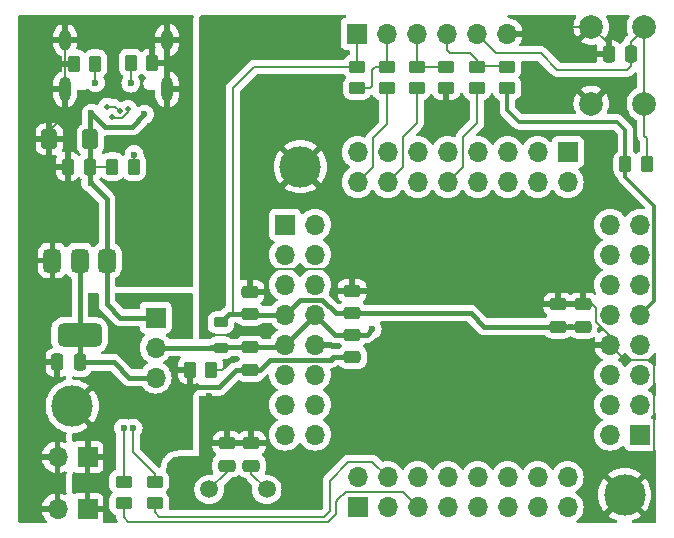
<source format=gbl>
%TF.GenerationSoftware,KiCad,Pcbnew,8.0.3*%
%TF.CreationDate,2024-06-07T04:34:52+08:00*%
%TF.ProjectId,Mini-K1-64,4d696e69-2d4b-4312-9d36-342e6b696361,rev?*%
%TF.SameCoordinates,Original*%
%TF.FileFunction,Copper,L2,Bot*%
%TF.FilePolarity,Positive*%
%FSLAX46Y46*%
G04 Gerber Fmt 4.6, Leading zero omitted, Abs format (unit mm)*
G04 Created by KiCad (PCBNEW 8.0.3) date 2024-06-07 04:34:52*
%MOMM*%
%LPD*%
G01*
G04 APERTURE LIST*
G04 Aperture macros list*
%AMRoundRect*
0 Rectangle with rounded corners*
0 $1 Rounding radius*
0 $2 $3 $4 $5 $6 $7 $8 $9 X,Y pos of 4 corners*
0 Add a 4 corners polygon primitive as box body*
4,1,4,$2,$3,$4,$5,$6,$7,$8,$9,$2,$3,0*
0 Add four circle primitives for the rounded corners*
1,1,$1+$1,$2,$3*
1,1,$1+$1,$4,$5*
1,1,$1+$1,$6,$7*
1,1,$1+$1,$8,$9*
0 Add four rect primitives between the rounded corners*
20,1,$1+$1,$2,$3,$4,$5,0*
20,1,$1+$1,$4,$5,$6,$7,0*
20,1,$1+$1,$6,$7,$8,$9,0*
20,1,$1+$1,$8,$9,$2,$3,0*%
G04 Aperture macros list end*
%TA.AperFunction,ComponentPad*%
%ADD10R,1.700000X1.700000*%
%TD*%
%TA.AperFunction,ComponentPad*%
%ADD11O,1.700000X1.700000*%
%TD*%
%TA.AperFunction,ComponentPad*%
%ADD12C,3.500000*%
%TD*%
%TA.AperFunction,ComponentPad*%
%ADD13O,1.000000X2.100000*%
%TD*%
%TA.AperFunction,ComponentPad*%
%ADD14O,1.000000X1.800000*%
%TD*%
%TA.AperFunction,ComponentPad*%
%ADD15C,2.000000*%
%TD*%
%TA.AperFunction,ComponentPad*%
%ADD16C,1.500000*%
%TD*%
%TA.AperFunction,SMDPad,CuDef*%
%ADD17RoundRect,0.218750X-0.381250X0.218750X-0.381250X-0.218750X0.381250X-0.218750X0.381250X0.218750X0*%
%TD*%
%TA.AperFunction,SMDPad,CuDef*%
%ADD18RoundRect,0.250000X-0.450000X0.262500X-0.450000X-0.262500X0.450000X-0.262500X0.450000X0.262500X0*%
%TD*%
%TA.AperFunction,SMDPad,CuDef*%
%ADD19RoundRect,0.250000X0.475000X-0.250000X0.475000X0.250000X-0.475000X0.250000X-0.475000X-0.250000X0*%
%TD*%
%TA.AperFunction,SMDPad,CuDef*%
%ADD20RoundRect,0.250000X0.262500X0.450000X-0.262500X0.450000X-0.262500X-0.450000X0.262500X-0.450000X0*%
%TD*%
%TA.AperFunction,SMDPad,CuDef*%
%ADD21RoundRect,0.250000X0.250000X0.475000X-0.250000X0.475000X-0.250000X-0.475000X0.250000X-0.475000X0*%
%TD*%
%TA.AperFunction,SMDPad,CuDef*%
%ADD22RoundRect,0.250000X-0.262500X-0.450000X0.262500X-0.450000X0.262500X0.450000X-0.262500X0.450000X0*%
%TD*%
%TA.AperFunction,SMDPad,CuDef*%
%ADD23RoundRect,0.250000X0.400000X0.600000X-0.400000X0.600000X-0.400000X-0.600000X0.400000X-0.600000X0*%
%TD*%
%TA.AperFunction,SMDPad,CuDef*%
%ADD24RoundRect,0.250000X0.450000X-0.262500X0.450000X0.262500X-0.450000X0.262500X-0.450000X-0.262500X0*%
%TD*%
%TA.AperFunction,SMDPad,CuDef*%
%ADD25RoundRect,0.250000X-0.475000X0.250000X-0.475000X-0.250000X0.475000X-0.250000X0.475000X0.250000X0*%
%TD*%
%TA.AperFunction,SMDPad,CuDef*%
%ADD26RoundRect,0.375000X-0.375000X0.625000X-0.375000X-0.625000X0.375000X-0.625000X0.375000X0.625000X0*%
%TD*%
%TA.AperFunction,SMDPad,CuDef*%
%ADD27RoundRect,0.500000X-1.400000X0.500000X-1.400000X-0.500000X1.400000X-0.500000X1.400000X0.500000X0*%
%TD*%
%TA.AperFunction,ViaPad*%
%ADD28C,0.600000*%
%TD*%
%TA.AperFunction,ViaPad*%
%ADD29C,0.500000*%
%TD*%
%TA.AperFunction,Conductor*%
%ADD30C,0.300000*%
%TD*%
%TA.AperFunction,Conductor*%
%ADD31C,0.400000*%
%TD*%
%TA.AperFunction,Conductor*%
%ADD32C,0.200000*%
%TD*%
G04 APERTURE END LIST*
D10*
%TO.P,J2,1,VTref*%
%TO.N,VDD*%
X143301200Y-81762800D03*
D11*
%TO.P,J2,2,SWDIO*%
%TO.N,/JTAG/SWDIO*%
X145841200Y-81762800D03*
%TO.P,J2,3,SWCLK*%
%TO.N,/JTAG/SWCLK*%
X148381200Y-81762800D03*
%TO.P,J2,4,SWO*%
%TO.N,/JTAG/SWO*%
X150921200Y-81762800D03*
%TO.P,J2,5,nRST*%
%TO.N,/MCU/RESET*%
X153461200Y-81762800D03*
%TO.P,J2,6,GND*%
%TO.N,GNDD*%
X156001200Y-81762800D03*
%TD*%
D10*
%TO.P,J3,1,Pin_1*%
%TO.N,/MCU/PTD1*%
X137245000Y-97935000D03*
D11*
%TO.P,J3,2,Pin_2*%
%TO.N,/MCU/PTD0*%
X139785000Y-97935000D03*
%TO.P,J3,3,Pin_3*%
%TO.N,/MCU/PTE11*%
X137245000Y-100475000D03*
%TO.P,J3,4,Pin_4*%
%TO.N,/MCU/PTE10*%
X139785000Y-100475000D03*
%TO.P,J3,5,Pin_5*%
%TO.N,/MCU/PTE5*%
X137245000Y-103015000D03*
%TO.P,J3,6,Pin_6*%
%TO.N,/MCU/PTE4*%
X139785000Y-103015000D03*
%TO.P,J3,7,Pin_7*%
%TO.N,VDD*%
X137245000Y-105555000D03*
%TO.P,J3,8,Pin_8*%
%TO.N,VDDA*%
X139785000Y-105555000D03*
%TO.P,J3,9,Pin_9*%
X137245000Y-108095000D03*
%TO.P,J3,10,Pin_10*%
%TO.N,GNDD*%
X139785000Y-108095000D03*
%TO.P,J3,11,Pin_11*%
%TO.N,/MCU/PTB7*%
X137245000Y-110635000D03*
%TO.P,J3,12,Pin_12*%
%TO.N,/MCU/PTB6*%
X139785000Y-110635000D03*
%TO.P,J3,13,Pin_13*%
%TO.N,/MCU/PTE3*%
X137245000Y-113175000D03*
%TO.P,J3,14,Pin_14*%
%TO.N,/MCU/PTD16*%
X139785000Y-113175000D03*
%TO.P,J3,15,Pin_15*%
%TO.N,/MCU/PTD15*%
X137245000Y-115715000D03*
%TO.P,J3,16,Pin_16*%
%TO.N,/MCU/PTE9*%
X139785000Y-115715000D03*
%TD*%
D10*
%TO.P,JP2,1,A*%
%TO.N,GNDA*%
X120510000Y-122000000D03*
D11*
%TO.P,JP2,2,B*%
%TO.N,/USBUART/OGND*%
X117970000Y-122000000D03*
%TD*%
D10*
%TO.P,J4,1,Pin_1*%
%TO.N,/MCU/PTA1*%
X161165000Y-91795000D03*
D11*
%TO.P,J4,2,Pin_2*%
%TO.N,/MCU/PTA0*%
X161165000Y-94335000D03*
%TO.P,J4,3,Pin_3*%
%TO.N,/MCU/PTC7*%
X158625000Y-91795000D03*
%TO.P,J4,4,Pin_4*%
%TO.N,/MCU/PTC6*%
X158625000Y-94335000D03*
%TO.P,J4,5,Pin_5*%
%TO.N,/MCU/PTE6*%
X156085000Y-91795000D03*
%TO.P,J4,6,Pin_6*%
%TO.N,/MCU/PTE2*%
X156085000Y-94335000D03*
%TO.P,J4,7,Pin_7*%
%TO.N,/MCU/PTA13*%
X153545000Y-91795000D03*
%TO.P,J4,8,Pin_8*%
%TO.N,/MCU/PTA12*%
X153545000Y-94335000D03*
%TO.P,J4,9,Pin_9*%
%TO.N,/MCU/PTA11*%
X151005000Y-91795000D03*
%TO.P,J4,10,Pin_10*%
%TO.N,/MCU/PTA10*%
X151005000Y-94335000D03*
%TO.P,J4,11,Pin_11*%
%TO.N,/MCU/PTE1*%
X148465000Y-91795000D03*
%TO.P,J4,12,Pin_12*%
%TO.N,/MCU/PTE0*%
X148465000Y-94335000D03*
%TO.P,J4,13,Pin_13*%
%TO.N,/MCU/PTC5*%
X145925000Y-91795000D03*
%TO.P,J4,14,Pin_14*%
%TO.N,/MCU/PTC4*%
X145925000Y-94335000D03*
%TO.P,J4,15,Pin_15*%
%TO.N,/MCU/PTA5*%
X143385000Y-91795000D03*
%TO.P,J4,16,Pin_16*%
%TO.N,/MCU/PTA4*%
X143385000Y-94335000D03*
%TD*%
D12*
%TO.P,H1,1,Pin_1*%
%TO.N,GNDA*%
X119210000Y-113300000D03*
%TD*%
D10*
%TO.P,JP1,1,A*%
%TO.N,VBUS*%
X126270000Y-105795000D03*
D11*
%TO.P,JP1,2,C*%
%TO.N,VDDA*%
X126270000Y-108335000D03*
%TO.P,JP1,3,B*%
%TO.N,Net-(JP1-B)*%
X126270000Y-110875000D03*
%TD*%
D13*
%TO.P,J1,S1,SHIELD*%
%TO.N,/USBUART/OGND*%
X127244100Y-86478000D03*
D14*
X127244100Y-82298000D03*
D13*
X118604100Y-86478000D03*
D14*
X118604100Y-82298000D03*
%TD*%
D10*
%TO.P,JP3,1,A*%
%TO.N,GNDA*%
X120510000Y-117600000D03*
D11*
%TO.P,JP3,2,B*%
%TO.N,/USBUART/OGND*%
X117970000Y-117600000D03*
%TD*%
D10*
%TO.P,J5,1,Pin_1*%
%TO.N,/MCU/PTE8*%
X143385000Y-121855000D03*
D11*
%TO.P,J5,2,Pin_2*%
%TO.N,/MCU/PTB5*%
X143385000Y-119315000D03*
%TO.P,J5,3,Pin_3*%
%TO.N,/MCU/PTB4*%
X145925000Y-121855000D03*
%TO.P,J5,4,Pin_4*%
%TO.N,/MCU/PTC3*%
X145925000Y-119315000D03*
%TO.P,J5,5,Pin_5*%
%TO.N,/MCU/PTC2*%
X148465000Y-121855000D03*
%TO.P,J5,6,Pin_6*%
%TO.N,/MCU/PTD7*%
X148465000Y-119315000D03*
%TO.P,J5,7,Pin_7*%
%TO.N,/MCU/PTD6*%
X151005000Y-121855000D03*
%TO.P,J5,8,Pin_8*%
%TO.N,/MCU/PTD5*%
X151005000Y-119315000D03*
%TO.P,J5,9,Pin_9*%
%TO.N,/MCU/PTC1*%
X153545000Y-121855000D03*
%TO.P,J5,10,Pin_10*%
%TO.N,/MCU/PTC0*%
X153545000Y-119315000D03*
%TO.P,J5,11,Pin_11*%
%TO.N,/MCU/PTC17*%
X156085000Y-121855000D03*
%TO.P,J5,12,Pin_12*%
%TO.N,/MCU/PTC16*%
X156085000Y-119315000D03*
%TO.P,J5,13,Pin_13*%
%TO.N,/MCU/PTC15*%
X158625000Y-121855000D03*
%TO.P,J5,14,Pin_14*%
%TO.N,/MCU/PTC14*%
X158625000Y-119315000D03*
%TO.P,J5,15,Pin_15*%
%TO.N,/MCU/PTB3*%
X161165000Y-121855000D03*
%TO.P,J5,16,Pin_16*%
%TO.N,/MCU/PTB2*%
X161165000Y-119315000D03*
%TD*%
D15*
%TO.P,SW1,1,1*%
%TO.N,GNDD*%
X163150000Y-87685000D03*
X163150000Y-81185000D03*
%TO.P,SW1,2,2*%
%TO.N,/MCU/RESET*%
X167650000Y-87685000D03*
X167650000Y-81185000D03*
%TD*%
D12*
%TO.P,H3,1,Pin_1*%
%TO.N,GNDD*%
X165985000Y-120800000D03*
%TD*%
D16*
%TO.P,Y1,1,1*%
%TO.N,Net-(C11-Pad1)*%
X135685000Y-120350000D03*
%TO.P,Y1,2,2*%
%TO.N,Net-(C12-Pad1)*%
X130805000Y-120350000D03*
%TD*%
D12*
%TO.P,H2,1,Pin_1*%
%TO.N,GNDD*%
X138535000Y-93025000D03*
%TD*%
D10*
%TO.P,J6,1,Pin_1*%
%TO.N,/MCU/PTB1*%
X167305000Y-115715000D03*
D11*
%TO.P,J6,2,Pin_2*%
%TO.N,/MCU/PTB0*%
X164765000Y-115715000D03*
%TO.P,J6,3,Pin_3*%
%TO.N,/MCU/PTC9*%
X167305000Y-113175000D03*
%TO.P,J6,4,Pin_4*%
%TO.N,/MCU/PTC8*%
X164765000Y-113175000D03*
%TO.P,J6,5,Pin_5*%
%TO.N,/MCU/PTA7*%
X167305000Y-110635000D03*
%TO.P,J6,6,Pin_6*%
%TO.N,/MCU/PTA6*%
X164765000Y-110635000D03*
%TO.P,J6,7,Pin_7*%
%TO.N,/MCU/PTE7*%
X167305000Y-108095000D03*
%TO.P,J6,8,Pin_8*%
%TO.N,GNDD*%
X164765000Y-108095000D03*
%TO.P,J6,9,Pin_9*%
%TO.N,VDD*%
X167305000Y-105555000D03*
%TO.P,J6,10,Pin_10*%
%TO.N,/MCU/PTB13*%
X164765000Y-105555000D03*
%TO.P,J6,11,Pin_11*%
%TO.N,/MCU/PTB12*%
X167305000Y-103015000D03*
%TO.P,J6,12,Pin_12*%
%TO.N,/MCU/PTD4*%
X164765000Y-103015000D03*
%TO.P,J6,13,Pin_13*%
%TO.N,/MCU/PTD3*%
X167305000Y-100475000D03*
%TO.P,J6,14,Pin_14*%
%TO.N,/MCU/PTD2*%
X164765000Y-100475000D03*
%TO.P,J6,15,Pin_15*%
%TO.N,/MCU/PTA3*%
X167305000Y-97935000D03*
%TO.P,J6,16,Pin_16*%
%TO.N,/MCU/PTA2*%
X164765000Y-97935000D03*
%TD*%
D17*
%TO.P,L1,1,1*%
%TO.N,VDD*%
X131785000Y-106212500D03*
%TO.P,L1,2,2*%
%TO.N,VDDA*%
X131785000Y-108337500D03*
%TD*%
D18*
%TO.P,R4,1*%
%TO.N,/JTAG/SWDIO*%
X145826200Y-84550300D03*
%TO.P,R4,2*%
%TO.N,/MCU/PTA4*%
X145826200Y-86375300D03*
%TD*%
D19*
%TO.P,C3,1*%
%TO.N,VDD*%
X162460000Y-106575000D03*
%TO.P,C3,2*%
%TO.N,GNDD*%
X162460000Y-104675000D03*
%TD*%
D20*
%TO.P,R13,1*%
%TO.N,/USBUART/UD+*%
X124445100Y-93017200D03*
%TO.P,R13,2*%
%TO.N,VBUS*%
X122620100Y-93017200D03*
%TD*%
D21*
%TO.P,C7,1*%
%TO.N,Net-(JP1-B)*%
X119860000Y-109585000D03*
%TO.P,C7,2*%
%TO.N,/USBUART/OGND*%
X117960000Y-109585000D03*
%TD*%
D19*
%TO.P,C4,1*%
%TO.N,VDD*%
X160335000Y-106575000D03*
%TO.P,C4,2*%
%TO.N,GNDD*%
X160335000Y-104675000D03*
%TD*%
D18*
%TO.P,R5,1*%
%TO.N,/JTAG/SWCLK*%
X148376200Y-84550300D03*
%TO.P,R5,2*%
%TO.N,/MCU/PTC4*%
X148376200Y-86375300D03*
%TD*%
D22*
%TO.P,R14,1*%
%TO.N,GNDA*%
X129172500Y-110225000D03*
%TO.P,R14,2*%
%TO.N,GNDD*%
X130997500Y-110225000D03*
%TD*%
D18*
%TO.P,R6,1*%
%TO.N,/JTAG/SWCLK*%
X150876200Y-84550300D03*
%TO.P,R6,2*%
%TO.N,GNDD*%
X150876200Y-86375300D03*
%TD*%
D23*
%TO.P,D1,1,K*%
%TO.N,VBUS*%
X120761400Y-90705800D03*
%TO.P,D1,2,A*%
%TO.N,/USBUART/OGND*%
X117261400Y-90705800D03*
%TD*%
D18*
%TO.P,R7,1*%
%TO.N,/JTAG/SWO*%
X153476200Y-84550300D03*
%TO.P,R7,2*%
%TO.N,/MCU/PTA10*%
X153476200Y-86375300D03*
%TD*%
%TO.P,R15,1*%
%TO.N,/MCU/UART_TX*%
X126185000Y-119687500D03*
%TO.P,R15,2*%
%TO.N,/MCU/PTC3*%
X126185000Y-121512500D03*
%TD*%
%TO.P,R8,1*%
%TO.N,VDD*%
X143326200Y-84550300D03*
%TO.P,R8,2*%
%TO.N,/JTAG/SWDIO*%
X143326200Y-86375300D03*
%TD*%
D24*
%TO.P,R9,1*%
%TO.N,VDD*%
X156051200Y-86375300D03*
%TO.P,R9,2*%
%TO.N,/JTAG/SWO*%
X156051200Y-84550300D03*
%TD*%
D20*
%TO.P,R10,1*%
%TO.N,Net-(J1-CC2)*%
X121176600Y-84298000D03*
%TO.P,R10,2*%
%TO.N,/USBUART/OGND*%
X119351600Y-84298000D03*
%TD*%
D21*
%TO.P,C2,1*%
%TO.N,/MCU/RESET*%
X166525000Y-83510000D03*
%TO.P,C2,2*%
%TO.N,GNDD*%
X164625000Y-83510000D03*
%TD*%
D25*
%TO.P,C8,1*%
%TO.N,VDDA*%
X134285000Y-108325000D03*
%TO.P,C8,2*%
%TO.N,GNDA*%
X134285000Y-110225000D03*
%TD*%
D22*
%TO.P,R12,1*%
%TO.N,VDD*%
X166047500Y-92835000D03*
%TO.P,R12,2*%
%TO.N,/MCU/RESET*%
X167872500Y-92835000D03*
%TD*%
D19*
%TO.P,C9,1*%
%TO.N,VDD*%
X134260000Y-105500000D03*
%TO.P,C9,2*%
%TO.N,GNDD*%
X134260000Y-103600000D03*
%TD*%
D18*
%TO.P,R16,1*%
%TO.N,/MCU/UART_RX*%
X123560000Y-119687500D03*
%TO.P,R16,2*%
%TO.N,/MCU/PTC2*%
X123560000Y-121512500D03*
%TD*%
D26*
%TO.P,U3,1,GND*%
%TO.N,/USBUART/OGND*%
X117544100Y-100967000D03*
%TO.P,U3,2,VO*%
%TO.N,Net-(JP1-B)*%
X119844100Y-100967000D03*
D27*
X119844100Y-107267000D03*
D26*
%TO.P,U3,3,VI*%
%TO.N,VBUS*%
X122144100Y-100967000D03*
%TD*%
D19*
%TO.P,C11,1*%
%TO.N,Net-(C11-Pad1)*%
X134385000Y-118325000D03*
%TO.P,C11,2*%
%TO.N,GNDD*%
X134385000Y-116425000D03*
%TD*%
D25*
%TO.P,C5,1*%
%TO.N,VDDA*%
X142935000Y-107250000D03*
%TO.P,C5,2*%
%TO.N,GNDA*%
X142935000Y-109150000D03*
%TD*%
D19*
%TO.P,C12,1*%
%TO.N,Net-(C12-Pad1)*%
X132310000Y-118325000D03*
%TO.P,C12,2*%
%TO.N,GNDD*%
X132310000Y-116425000D03*
%TD*%
%TO.P,C6,1*%
%TO.N,VDD*%
X142910000Y-105425000D03*
%TO.P,C6,2*%
%TO.N,GNDD*%
X142910000Y-103525000D03*
%TD*%
D22*
%TO.P,R11,1*%
%TO.N,Net-(J1-CC1)*%
X124166600Y-84223000D03*
%TO.P,R11,2*%
%TO.N,/USBUART/OGND*%
X125991600Y-84223000D03*
%TD*%
D21*
%TO.P,C10,1*%
%TO.N,VBUS*%
X120748800Y-93017200D03*
%TO.P,C10,2*%
%TO.N,/USBUART/OGND*%
X118848800Y-93017200D03*
%TD*%
D28*
%TO.N,VDD*%
X161410000Y-106575000D03*
%TO.N,GNDD*%
X141160000Y-82675000D03*
X150876200Y-88885600D03*
X130835000Y-112400000D03*
X134260000Y-100275000D03*
X131160000Y-96675000D03*
X132785000Y-109375000D03*
X136160000Y-82675000D03*
X131160000Y-89675000D03*
X149735000Y-103525000D03*
X155660000Y-103525000D03*
X155660000Y-109175000D03*
X149735000Y-109175000D03*
X131160000Y-82675000D03*
%TO.N,VDDA*%
X144610000Y-106775000D03*
%TO.N,GNDA*%
X128860000Y-105275000D03*
X125360000Y-113200000D03*
X123960000Y-107075000D03*
%TO.N,VBUS*%
X120841600Y-88510500D03*
X120764000Y-94388800D03*
X125327900Y-88589150D03*
%TO.N,Net-(J1-CC1)*%
X124179100Y-85948000D03*
%TO.N,Net-(J1-CC2)*%
X121184100Y-85928000D03*
%TO.N,/MCU/UART_RX*%
X123560000Y-115150000D03*
%TO.N,/MCU/UART_TX*%
X124360003Y-115150000D03*
D29*
%TO.N,/USBUART/UD+*%
X123236441Y-88335839D03*
D28*
X124447000Y-92001200D03*
D29*
X122152659Y-87929441D03*
%TO.N,/USBUART/UD-*%
X123939000Y-88115000D03*
X122542000Y-88775400D03*
D28*
%TO.N,/USBUART/OGND*%
X116035000Y-106875000D03*
X126754100Y-92673000D03*
X116035000Y-111825000D03*
X116035000Y-103575000D03*
X116035000Y-116175000D03*
%TD*%
D30*
%TO.N,VDD*%
X156051200Y-88197800D02*
X157078400Y-89225000D01*
D31*
X152960000Y-105425000D02*
X142910000Y-105425000D01*
D30*
X167305000Y-105555000D02*
X168505000Y-104355000D01*
D31*
X132497500Y-105500000D02*
X131785000Y-106212500D01*
D32*
X132810000Y-86375000D02*
X134634700Y-84550300D01*
D31*
X140360000Y-104275000D02*
X138525000Y-104275000D01*
X156410000Y-106575000D02*
X162085000Y-106575000D01*
D32*
X134315000Y-105555000D02*
X134260000Y-105500000D01*
D30*
X168505000Y-96320000D02*
X168505000Y-104355000D01*
D32*
X143301200Y-81762800D02*
X143301200Y-84525300D01*
X134634700Y-84550300D02*
X143326200Y-84550300D01*
D31*
X152960000Y-105425000D02*
X154110000Y-106575000D01*
D32*
X132810000Y-105500000D02*
X132810000Y-86375000D01*
D31*
X156410000Y-106575000D02*
X161410000Y-106575000D01*
X154110000Y-106575000D02*
X156410000Y-106575000D01*
D32*
X143326200Y-84550300D02*
X143326200Y-81787800D01*
X143326200Y-84537800D02*
X143326200Y-81787800D01*
D30*
X157078400Y-89225000D02*
X165320000Y-89225000D01*
X156051200Y-86375300D02*
X156051200Y-88197800D01*
X166047500Y-93862500D02*
X168505000Y-96320000D01*
D31*
X134260000Y-105500000D02*
X132497500Y-105500000D01*
D32*
X143301200Y-84525300D02*
X143326200Y-84550300D01*
X143326200Y-81787800D02*
X143301200Y-81762800D01*
D31*
X137245000Y-105555000D02*
X134315000Y-105555000D01*
X132810000Y-105500000D02*
X134260000Y-105500000D01*
X140360000Y-104275000D02*
X141510000Y-105425000D01*
D30*
X165320000Y-89225000D02*
X166047500Y-89952500D01*
X166047500Y-92835000D02*
X166047500Y-93862500D01*
X166047500Y-89952500D02*
X166047500Y-92835000D01*
D31*
X141510000Y-105425000D02*
X142910000Y-105425000D01*
X138525000Y-104275000D02*
X137245000Y-105555000D01*
D32*
%TO.N,GNDD*%
X155610000Y-103525000D02*
X155660000Y-103575000D01*
X132785000Y-109375000D02*
X131935000Y-110225000D01*
X162460000Y-104675000D02*
X156810000Y-104675000D01*
X130835000Y-112400000D02*
X130835000Y-115075000D01*
X130835000Y-115875000D02*
X131385000Y-116425000D01*
X131935000Y-110225000D02*
X130997500Y-110225000D01*
X149785000Y-103525000D02*
X155610000Y-103525000D01*
X161603000Y-81185000D02*
X163150000Y-81185000D01*
X164625000Y-82660000D02*
X164625000Y-83510000D01*
X156810000Y-104675000D02*
X155660000Y-103525000D01*
X142210000Y-101725000D02*
X134282500Y-101725000D01*
X130985000Y-112550000D02*
X130835000Y-112400000D01*
X150876200Y-88885600D02*
X150876200Y-86098100D01*
X166044800Y-109374800D02*
X164765000Y-108095000D01*
X149735000Y-103575000D02*
X149785000Y-103525000D01*
X142910000Y-102425000D02*
X142210000Y-101725000D01*
X142910000Y-103525000D02*
X142910000Y-102425000D01*
X155660000Y-103575000D02*
X155710000Y-103525000D01*
X164765000Y-108095000D02*
X164765000Y-107370256D01*
X167984800Y-109374800D02*
X166044800Y-109374800D01*
X167984800Y-109374800D02*
X168455000Y-109845000D01*
X168455000Y-118330000D02*
X168455000Y-109845000D01*
X149685000Y-103525000D02*
X149735000Y-103575000D01*
X134385000Y-116425000D02*
X131385000Y-116425000D01*
X164765000Y-107370256D02*
X163526600Y-106131856D01*
X165985000Y-120800000D02*
X168455000Y-118330000D01*
X130835000Y-115075000D02*
X130835000Y-115875000D01*
X163526600Y-104991600D02*
X163210000Y-104675000D01*
X163526600Y-106131856D02*
X163526600Y-104991600D01*
X163150000Y-81185000D02*
X164625000Y-82660000D01*
X161025200Y-81762800D02*
X161603000Y-81185000D01*
X134260000Y-103600000D02*
X134260000Y-100275000D01*
X156001200Y-81762800D02*
X161025200Y-81762800D01*
X142910000Y-103525000D02*
X149685000Y-103525000D01*
X163210000Y-104675000D02*
X162460000Y-104675000D01*
D31*
%TO.N,VDDA*%
X130972500Y-108325000D02*
X130957500Y-108340000D01*
X134285000Y-108325000D02*
X130972500Y-108325000D01*
X130707500Y-108335000D02*
X126270000Y-108335000D01*
X144135000Y-107250000D02*
X144610000Y-106775000D01*
X142935000Y-107250000D02*
X141480000Y-107250000D01*
X137015000Y-108325000D02*
X137245000Y-108095000D01*
X139785000Y-105555000D02*
X137245000Y-108095000D01*
X130710000Y-108337500D02*
X130707500Y-108335000D01*
X142935000Y-107250000D02*
X144135000Y-107250000D01*
X130710000Y-108337500D02*
X131785000Y-108337500D01*
X134285000Y-108325000D02*
X137015000Y-108325000D01*
X141480000Y-107250000D02*
X139785000Y-105555000D01*
%TO.N,GNDA*%
X129185000Y-111700000D02*
X131615394Y-111700000D01*
X129172500Y-110225000D02*
X129172500Y-111687500D01*
X122910000Y-113200000D02*
X120510000Y-115600000D01*
D32*
X120510000Y-114600000D02*
X119210000Y-113300000D01*
D31*
X141100000Y-109350000D02*
X135960000Y-109350000D01*
X129185000Y-111700000D02*
X128285000Y-111700000D01*
D32*
X120500000Y-117665000D02*
X120485000Y-117650000D01*
D31*
X135960000Y-109350000D02*
X135085000Y-110225000D01*
X125685000Y-113200000D02*
X122910000Y-113200000D01*
X128285000Y-111700000D02*
X126785000Y-113200000D01*
X141300000Y-109150000D02*
X141100000Y-109350000D01*
X135085000Y-110225000D02*
X134285000Y-110225000D01*
X133090394Y-110225000D02*
X134285000Y-110225000D01*
X126785000Y-113200000D02*
X125785000Y-113200000D01*
D32*
X128980156Y-110032656D02*
X129172500Y-110225000D01*
D31*
X120500000Y-122000000D02*
X120500000Y-117665000D01*
X120510000Y-117600000D02*
X120510000Y-115600000D01*
X142935000Y-109150000D02*
X141300000Y-109150000D01*
D32*
X120510000Y-115600000D02*
X120510000Y-114600000D01*
D31*
X131615394Y-111700000D02*
X133090394Y-110225000D01*
X129172500Y-111687500D02*
X129185000Y-111700000D01*
%TO.N,VBUS*%
X122144100Y-95768900D02*
X120764000Y-94388800D01*
X120841600Y-88510500D02*
X122009100Y-89678000D01*
X123254800Y-105795000D02*
X122144100Y-104684300D01*
X120761400Y-90705800D02*
X120761400Y-88590700D01*
X122009100Y-89678000D02*
X124239050Y-89678000D01*
X120761400Y-90705800D02*
X120761400Y-94386200D01*
X120761400Y-94386200D02*
X120764000Y-94388800D01*
X122144100Y-100967000D02*
X122144100Y-95768900D01*
X120761400Y-88590700D02*
X120841600Y-88510500D01*
X122144100Y-100967000D02*
X122144100Y-104684300D01*
D32*
X120748800Y-93017200D02*
X122620100Y-93017200D01*
D31*
X126270000Y-105795000D02*
X123254800Y-105795000D01*
X124239050Y-89678000D02*
X125327900Y-88589150D01*
D32*
%TO.N,Net-(C11-Pad1)*%
X134385000Y-118325000D02*
X134385000Y-119050000D01*
X134385000Y-119050000D02*
X135685000Y-120350000D01*
%TO.N,/MCU/RESET*%
X167650000Y-90385000D02*
X167650000Y-87685000D01*
X167650000Y-81185000D02*
X167650000Y-87685000D01*
X158887800Y-83437800D02*
X160260000Y-84810000D01*
X166525000Y-83510000D02*
X166525000Y-84510000D01*
X167650000Y-81185000D02*
X167650000Y-81310000D01*
X155136200Y-83437800D02*
X158887800Y-83437800D01*
X155136200Y-83437800D02*
X153461200Y-81762800D01*
X166525000Y-82435000D02*
X166525000Y-83510000D01*
X167872500Y-92835000D02*
X167872500Y-90607500D01*
X166225000Y-84810000D02*
X160260000Y-84810000D01*
X167650000Y-81310000D02*
X166525000Y-82435000D01*
X167872500Y-90607500D02*
X167650000Y-90385000D01*
X166525000Y-84510000D02*
X166225000Y-84810000D01*
%TO.N,/JTAG/SWCLK*%
X150876200Y-84550300D02*
X148376200Y-84550300D01*
X148381200Y-84545300D02*
X148376200Y-84550300D01*
X148381200Y-81762800D02*
X148381200Y-84545300D01*
%TO.N,/JTAG/SWO*%
X150921200Y-83107800D02*
X151201200Y-83387800D01*
X153501200Y-83980300D02*
X152908700Y-83387800D01*
X153501200Y-83980300D02*
X153501200Y-84537800D01*
X152908700Y-83387800D02*
X151201200Y-83387800D01*
X150921200Y-81762800D02*
X150921200Y-83107800D01*
X156051200Y-84537800D02*
X153501200Y-84537800D01*
%TO.N,/JTAG/SWDIO*%
X144601200Y-84812800D02*
X144863700Y-84550300D01*
X144601200Y-86187800D02*
X144601200Y-84812800D01*
X145826200Y-81777800D02*
X145841200Y-81762800D01*
X144426200Y-86362800D02*
X144601200Y-86187800D01*
X145826200Y-84550300D02*
X145826200Y-81777800D01*
X143326200Y-86375300D02*
X144413700Y-86375300D01*
X143326200Y-86362800D02*
X144426200Y-86362800D01*
X144413700Y-86375300D02*
X144601200Y-86187800D01*
X144863700Y-84550300D02*
X145826200Y-84550300D01*
%TO.N,/MCU/PTC2*%
X142365000Y-120575000D02*
X141572500Y-121367500D01*
X141572500Y-121367500D02*
X141572500Y-122387500D01*
X141750000Y-121190000D02*
X142365000Y-120575000D01*
X142365000Y-120575000D02*
X147185000Y-120575000D01*
X123560000Y-122675000D02*
X123960000Y-123075000D01*
X147185000Y-120575000D02*
X148465000Y-121855000D01*
X123560000Y-121512500D02*
X123560000Y-122675000D01*
X123960000Y-123075000D02*
X140885000Y-123075000D01*
X140885000Y-123075000D02*
X141572500Y-122387500D01*
X141640000Y-121300000D02*
X141750000Y-121190000D01*
%TO.N,/MCU/PTC3*%
X141010000Y-119600000D02*
X142585000Y-118025000D01*
X126585000Y-122675000D02*
X140535000Y-122675000D01*
X142585000Y-118025000D02*
X144635000Y-118025000D01*
X126185000Y-121512500D02*
X126185000Y-122275000D01*
X141010000Y-122200000D02*
X141010000Y-119600000D01*
X126185000Y-122275000D02*
X126585000Y-122675000D01*
X144635000Y-118025000D02*
X145925000Y-119315000D01*
X140535000Y-122675000D02*
X141010000Y-122200000D01*
%TO.N,/MCU/PTA10*%
X152285000Y-93055000D02*
X151005000Y-94335000D01*
X153476200Y-89318800D02*
X152285000Y-90510000D01*
X152285000Y-90510000D02*
X152285000Y-93055000D01*
X153485000Y-89310000D02*
X152285000Y-90510000D01*
X153476200Y-86375300D02*
X153476200Y-89318800D01*
%TO.N,/MCU/PTA4*%
X144660000Y-90600000D02*
X145835000Y-89425000D01*
X143385000Y-94335000D02*
X144660000Y-93060000D01*
X144660000Y-93060000D02*
X144660000Y-90600000D01*
X145826200Y-86375300D02*
X145826200Y-89416200D01*
X145826200Y-89416200D02*
X145835000Y-89425000D01*
%TO.N,/MCU/PTC4*%
X147185000Y-93075000D02*
X145925000Y-94335000D01*
X147185000Y-93075000D02*
X147185000Y-90523000D01*
X147185000Y-90523000D02*
X148376200Y-89331800D01*
X148376200Y-86375300D02*
X148376200Y-89331800D01*
%TO.N,Net-(J1-CC1)*%
X124179100Y-84235500D02*
X124166600Y-84223000D01*
X124179100Y-85948000D02*
X124179100Y-84235500D01*
%TO.N,Net-(J1-CC2)*%
X121184100Y-85928000D02*
X121184100Y-84305500D01*
X121184100Y-84305500D02*
X121176600Y-84298000D01*
%TO.N,/MCU/UART_RX*%
X123560000Y-119687500D02*
X123560000Y-115150000D01*
%TO.N,/MCU/UART_TX*%
X124360003Y-117200003D02*
X124360003Y-115150000D01*
X126185000Y-119687500D02*
X126185000Y-119025000D01*
X126185000Y-119025000D02*
X124360003Y-117200003D01*
%TO.N,Net-(C12-Pad1)*%
X132310000Y-118845000D02*
X130805000Y-120350000D01*
X132310000Y-118325000D02*
X132310000Y-118845000D01*
%TO.N,/USBUART/UD+*%
X123236441Y-88335839D02*
X122830043Y-87929441D01*
X122830043Y-87929441D02*
X122152659Y-87929441D01*
X124445100Y-92003100D02*
X124447000Y-92001200D01*
X124445100Y-93017200D02*
X124445100Y-92003100D01*
%TO.N,/USBUART/UD-*%
X122652439Y-88885839D02*
X123464259Y-88885839D01*
X123939000Y-88411098D02*
X123939000Y-88115000D01*
X122542000Y-88775400D02*
X122652439Y-88885839D01*
X123464259Y-88885839D02*
X123939000Y-88411098D01*
%TO.N,/USBUART/OGND*%
X116035400Y-100967000D02*
X116035000Y-100967400D01*
X116035000Y-108600000D02*
X116035000Y-109605000D01*
X118848800Y-93017200D02*
X118848800Y-98285200D01*
X117261400Y-90042800D02*
X117261400Y-90705800D01*
X126754100Y-92673000D02*
X127247900Y-92179200D01*
X116055000Y-109585000D02*
X116035000Y-109605000D01*
X116035000Y-109605000D02*
X116035000Y-121475000D01*
X118617900Y-84298000D02*
X118607900Y-84308000D01*
X127247900Y-86453000D02*
X127247900Y-82273000D01*
X118604100Y-88700100D02*
X117261400Y-90042800D01*
X118848800Y-90898800D02*
X118848800Y-93017200D01*
X127247900Y-92179200D02*
X127247900Y-86453000D01*
X122154100Y-82273000D02*
X118607900Y-82273000D01*
X118607900Y-82713800D02*
X118607900Y-84308000D01*
X119351600Y-84298000D02*
X118617900Y-84298000D01*
X118848800Y-98285200D02*
X117544100Y-99589900D01*
X117935000Y-117625000D02*
X116585000Y-117625000D01*
X116085000Y-117125000D02*
X116585000Y-117625000D01*
X117960000Y-122000000D02*
X116560000Y-122000000D01*
X117544100Y-100967000D02*
X116035400Y-100967000D01*
X117544100Y-99589900D02*
X117544100Y-100967000D01*
X116035000Y-108600000D02*
X116035000Y-100967400D01*
X127247900Y-82273000D02*
X122154100Y-82273000D01*
X118655800Y-90705800D02*
X118848800Y-90898800D01*
X117261400Y-90705800D02*
X118655800Y-90705800D01*
X118607900Y-88144200D02*
X118607900Y-86453000D01*
X127222900Y-84223000D02*
X127247900Y-84248000D01*
X127247900Y-86893800D02*
X127247900Y-84248000D01*
X127247900Y-84248000D02*
X127247900Y-82713800D01*
X116035000Y-121475000D02*
X116560000Y-122000000D01*
X117960000Y-117665000D02*
X117945000Y-117650000D01*
X118607900Y-84308000D02*
X118607900Y-86893800D01*
X117960000Y-109585000D02*
X116055000Y-109585000D01*
X122179100Y-82298000D02*
X122154100Y-82273000D01*
X118604100Y-88700100D02*
X118604100Y-86478000D01*
X117960000Y-122000000D02*
X117960000Y-117665000D01*
X118607900Y-82273000D02*
X118607900Y-86453000D01*
X125991600Y-84223000D02*
X127222900Y-84223000D01*
D31*
%TO.N,Net-(JP1-B)*%
X122750600Y-109585000D02*
X124040600Y-110875000D01*
X119860000Y-109585000D02*
X122750600Y-109585000D01*
X119860000Y-100982900D02*
X119844100Y-100967000D01*
X119860000Y-109585000D02*
X119860000Y-100982900D01*
X124040600Y-110875000D02*
X126270000Y-110875000D01*
%TD*%
%TA.AperFunction,Conductor*%
%TO.N,/USBUART/OGND*%
G36*
X129443741Y-80195185D02*
G01*
X129489496Y-80247989D01*
X129499440Y-80317147D01*
X129496985Y-80329631D01*
X129486972Y-80369599D01*
X129482228Y-80393447D01*
X129474954Y-80442490D01*
X129474949Y-80442534D01*
X129457530Y-80619398D01*
X129455706Y-80644125D01*
X129455109Y-80656284D01*
X129454500Y-80681108D01*
X129454500Y-103090448D01*
X129434815Y-103157487D01*
X129382011Y-103203242D01*
X129312853Y-103213186D01*
X129300376Y-103210733D01*
X129265401Y-103201973D01*
X129265376Y-103201967D01*
X129265373Y-103201967D01*
X129241545Y-103197228D01*
X129241540Y-103197227D01*
X129241543Y-103197227D01*
X129192494Y-103189952D01*
X129192474Y-103189950D01*
X129015598Y-103172530D01*
X128990876Y-103170707D01*
X128990871Y-103170706D01*
X128990861Y-103170706D01*
X128985602Y-103170447D01*
X128978714Y-103170109D01*
X128971473Y-103169931D01*
X128953907Y-103169500D01*
X122968600Y-103169500D01*
X122901561Y-103149815D01*
X122855806Y-103097011D01*
X122844600Y-103045500D01*
X122844600Y-102484739D01*
X122864285Y-102417700D01*
X122913502Y-102373652D01*
X122993396Y-102334030D01*
X123141822Y-102214722D01*
X123261130Y-102066296D01*
X123345741Y-101895693D01*
X123391700Y-101710889D01*
X123394600Y-101668123D01*
X123394599Y-100265878D01*
X123391700Y-100223111D01*
X123345741Y-100038307D01*
X123294100Y-99934182D01*
X123261132Y-99867707D01*
X123261130Y-99867704D01*
X123141822Y-99719278D01*
X123141821Y-99719277D01*
X122993395Y-99599969D01*
X122913505Y-99560347D01*
X122862192Y-99512925D01*
X122844600Y-99449259D01*
X122844600Y-95699904D01*
X122817681Y-95564577D01*
X122817680Y-95564576D01*
X122817680Y-95564572D01*
X122764875Y-95437089D01*
X122738495Y-95397608D01*
X122688214Y-95322357D01*
X122688212Y-95322354D01*
X122688211Y-95322353D01*
X121555366Y-94189509D01*
X121526005Y-94142780D01*
X121521561Y-94130079D01*
X121518000Y-94060300D01*
X121550923Y-94001445D01*
X121591510Y-93960858D01*
X121592680Y-93959379D01*
X121593742Y-93958626D01*
X121596620Y-93955749D01*
X121597111Y-93956240D01*
X121649699Y-93918997D01*
X121719497Y-93915853D01*
X121777633Y-93948601D01*
X121888944Y-94059912D01*
X122038266Y-94152014D01*
X122204803Y-94207199D01*
X122307591Y-94217700D01*
X122932608Y-94217699D01*
X122932616Y-94217698D01*
X122932619Y-94217698D01*
X123012382Y-94209550D01*
X123035397Y-94207199D01*
X123201934Y-94152014D01*
X123351256Y-94059912D01*
X123444919Y-93966249D01*
X123506242Y-93932764D01*
X123575934Y-93937748D01*
X123620281Y-93966249D01*
X123713944Y-94059912D01*
X123863266Y-94152014D01*
X124029803Y-94207199D01*
X124132591Y-94217700D01*
X124757608Y-94217699D01*
X124757616Y-94217698D01*
X124757619Y-94217698D01*
X124837382Y-94209550D01*
X124860397Y-94207199D01*
X125026934Y-94152014D01*
X125176256Y-94059912D01*
X125300312Y-93935856D01*
X125392414Y-93786534D01*
X125447599Y-93619997D01*
X125458100Y-93517209D01*
X125458099Y-92517192D01*
X125455547Y-92492213D01*
X125447599Y-92414403D01*
X125447598Y-92414400D01*
X125438877Y-92388081D01*
X125392414Y-92247866D01*
X125300312Y-92098544D01*
X125288884Y-92087116D01*
X125255399Y-92025793D01*
X125253496Y-92008102D01*
X125253345Y-92008120D01*
X125232369Y-91821950D01*
X125232368Y-91821945D01*
X125221959Y-91792199D01*
X125172789Y-91651678D01*
X125167016Y-91642491D01*
X125080558Y-91504894D01*
X125076816Y-91498938D01*
X124949262Y-91371384D01*
X124924417Y-91355773D01*
X124796523Y-91275411D01*
X124626254Y-91215831D01*
X124626249Y-91215830D01*
X124447004Y-91195635D01*
X124446996Y-91195635D01*
X124267750Y-91215830D01*
X124267745Y-91215831D01*
X124097476Y-91275411D01*
X123944737Y-91371384D01*
X123817184Y-91498937D01*
X123721211Y-91651676D01*
X123661631Y-91821945D01*
X123661630Y-91821949D01*
X123643584Y-91982118D01*
X123616517Y-92046532D01*
X123558922Y-92086087D01*
X123489085Y-92088224D01*
X123432683Y-92055915D01*
X123351257Y-91974489D01*
X123351256Y-91974488D01*
X123239400Y-91905495D01*
X123201936Y-91882387D01*
X123201931Y-91882385D01*
X123200462Y-91881898D01*
X123035397Y-91827201D01*
X123035395Y-91827200D01*
X122932610Y-91816700D01*
X122307598Y-91816700D01*
X122307580Y-91816701D01*
X122204803Y-91827200D01*
X122204800Y-91827201D01*
X122038268Y-91882385D01*
X122038259Y-91882390D01*
X121915545Y-91958079D01*
X121848152Y-91976519D01*
X121781489Y-91955596D01*
X121736720Y-91901953D01*
X121728059Y-91832622D01*
X121750850Y-91780930D01*
X121750320Y-91780603D01*
X121752685Y-91776767D01*
X121753193Y-91775617D01*
X121754104Y-91774463D01*
X121754112Y-91774456D01*
X121846214Y-91625134D01*
X121901399Y-91458597D01*
X121911900Y-91355809D01*
X121911899Y-90502499D01*
X121931583Y-90435461D01*
X121984387Y-90389706D01*
X122035899Y-90378500D01*
X124308046Y-90378500D01*
X124399090Y-90360389D01*
X124443378Y-90351580D01*
X124551369Y-90306849D01*
X124570857Y-90298777D01*
X124570858Y-90298776D01*
X124570861Y-90298775D01*
X124685593Y-90222114D01*
X125527188Y-89380516D01*
X125573912Y-89351158D01*
X125677422Y-89314939D01*
X125830162Y-89218966D01*
X125957716Y-89091412D01*
X126053689Y-88938672D01*
X126113268Y-88768405D01*
X126118253Y-88724162D01*
X126133465Y-88589153D01*
X126133465Y-88589146D01*
X126113269Y-88409900D01*
X126113268Y-88409895D01*
X126072744Y-88294085D01*
X126053689Y-88239628D01*
X125957716Y-88086888D01*
X125830162Y-87959334D01*
X125742990Y-87904560D01*
X125677423Y-87863361D01*
X125507154Y-87803781D01*
X125507149Y-87803780D01*
X125327904Y-87783585D01*
X125327896Y-87783585D01*
X125148650Y-87803780D01*
X125148645Y-87803781D01*
X124978376Y-87863361D01*
X124837620Y-87951804D01*
X124770383Y-87970804D01*
X124703548Y-87950436D01*
X124658334Y-87897168D01*
X124654606Y-87887764D01*
X124650837Y-87876992D01*
X124619456Y-87787310D01*
X124619455Y-87787308D01*
X124619452Y-87787302D01*
X124529481Y-87644115D01*
X124529476Y-87644109D01*
X124409890Y-87524523D01*
X124409884Y-87524518D01*
X124266697Y-87434547D01*
X124266694Y-87434545D01*
X124107056Y-87378685D01*
X123939003Y-87359751D01*
X123938997Y-87359751D01*
X123770943Y-87378685D01*
X123611305Y-87434545D01*
X123611302Y-87434547D01*
X123468112Y-87524520D01*
X123468103Y-87524528D01*
X123458909Y-87533721D01*
X123397584Y-87567202D01*
X123327892Y-87562213D01*
X123283553Y-87533715D01*
X123198760Y-87448922D01*
X123198752Y-87448916D01*
X123085270Y-87383398D01*
X123085270Y-87383397D01*
X123085267Y-87383397D01*
X123061828Y-87369864D01*
X122909100Y-87328940D01*
X122750986Y-87328940D01*
X122743390Y-87328940D01*
X122743374Y-87328941D01*
X122643322Y-87328941D01*
X122577350Y-87309935D01*
X122480351Y-87248986D01*
X122480350Y-87248985D01*
X122480349Y-87248985D01*
X122442029Y-87235576D01*
X122320715Y-87193126D01*
X122152662Y-87174192D01*
X122152656Y-87174192D01*
X121984602Y-87193126D01*
X121824964Y-87248986D01*
X121824961Y-87248988D01*
X121681774Y-87338959D01*
X121681768Y-87338964D01*
X121562182Y-87458550D01*
X121562177Y-87458556D01*
X121472206Y-87601743D01*
X121472201Y-87601754D01*
X121420414Y-87749751D01*
X121379692Y-87806527D01*
X121314740Y-87832274D01*
X121246178Y-87818817D01*
X121237401Y-87813790D01*
X121191122Y-87784711D01*
X121020854Y-87725131D01*
X121020849Y-87725130D01*
X120841604Y-87704935D01*
X120841596Y-87704935D01*
X120662350Y-87725130D01*
X120662345Y-87725131D01*
X120492076Y-87784711D01*
X120339337Y-87880684D01*
X120211784Y-88008237D01*
X120115811Y-88160976D01*
X120056231Y-88331245D01*
X120056230Y-88331250D01*
X120036035Y-88510496D01*
X120036035Y-88510503D01*
X120056230Y-88689751D01*
X120057780Y-88696537D01*
X120056144Y-88696910D01*
X120060900Y-88724162D01*
X120060900Y-89340162D01*
X120041215Y-89407201D01*
X120001998Y-89445699D01*
X119987133Y-89454869D01*
X119892742Y-89513089D01*
X119768689Y-89637142D01*
X119676587Y-89786463D01*
X119676585Y-89786468D01*
X119652200Y-89860059D01*
X119621401Y-89953003D01*
X119621401Y-89953004D01*
X119621400Y-89953004D01*
X119610900Y-90055783D01*
X119610900Y-91355801D01*
X119610901Y-91355818D01*
X119621400Y-91458596D01*
X119621401Y-91458599D01*
X119636451Y-91504015D01*
X119676586Y-91625134D01*
X119768496Y-91774145D01*
X119768689Y-91774457D01*
X119897851Y-91903619D01*
X119895974Y-91905495D01*
X119929224Y-91952457D01*
X119932359Y-92022256D01*
X119909214Y-92069589D01*
X119906087Y-92073544D01*
X119904041Y-92076862D01*
X119902048Y-92078653D01*
X119901621Y-92079195D01*
X119901528Y-92079121D01*
X119852091Y-92123584D01*
X119783128Y-92134803D01*
X119719047Y-92106956D01*
X119692965Y-92076852D01*
X119691118Y-92073857D01*
X119567145Y-91949884D01*
X119417924Y-91857843D01*
X119417919Y-91857841D01*
X119251497Y-91802694D01*
X119251490Y-91802693D01*
X119148786Y-91792200D01*
X119098800Y-91792200D01*
X119098800Y-94242199D01*
X119148772Y-94242199D01*
X119148786Y-94242198D01*
X119251497Y-94231705D01*
X119417919Y-94176558D01*
X119417924Y-94176556D01*
X119567145Y-94084515D01*
X119691118Y-93960542D01*
X119692965Y-93957548D01*
X119694769Y-93955924D01*
X119695598Y-93954877D01*
X119695776Y-93955018D01*
X119744910Y-93910821D01*
X119813873Y-93899596D01*
X119877956Y-93927436D01*
X119904043Y-93957541D01*
X119906088Y-93960856D01*
X119906089Y-93960857D01*
X119969196Y-94023964D01*
X120002681Y-94085287D01*
X119998557Y-94152598D01*
X119978633Y-94209538D01*
X119978630Y-94209550D01*
X119958435Y-94388796D01*
X119958435Y-94388803D01*
X119978630Y-94568049D01*
X119978631Y-94568054D01*
X120038211Y-94738323D01*
X120125710Y-94877576D01*
X120134184Y-94891062D01*
X120261738Y-95018616D01*
X120414478Y-95114589D01*
X120517984Y-95150807D01*
X120564710Y-95180167D01*
X121407281Y-96022738D01*
X121440766Y-96084061D01*
X121443600Y-96110419D01*
X121443600Y-99449259D01*
X121423915Y-99516298D01*
X121374695Y-99560347D01*
X121294804Y-99599969D01*
X121146378Y-99719277D01*
X121146377Y-99719278D01*
X121090747Y-99788486D01*
X121033404Y-99828405D01*
X120963582Y-99830985D01*
X120903449Y-99795406D01*
X120897453Y-99788486D01*
X120841822Y-99719278D01*
X120841821Y-99719277D01*
X120693395Y-99599969D01*
X120693392Y-99599967D01*
X120522797Y-99515360D01*
X120337992Y-99469400D01*
X120316606Y-99467950D01*
X120295223Y-99466500D01*
X120295220Y-99466500D01*
X119392977Y-99466500D01*
X119392974Y-99466501D01*
X119350213Y-99469399D01*
X119350212Y-99469399D01*
X119165403Y-99515360D01*
X118994807Y-99599967D01*
X118994804Y-99599969D01*
X118846380Y-99719276D01*
X118846378Y-99719278D01*
X118846093Y-99719633D01*
X118790426Y-99788885D01*
X118733082Y-99828803D01*
X118663260Y-99831383D01*
X118603127Y-99795804D01*
X118597131Y-99788884D01*
X118541464Y-99719630D01*
X118393125Y-99600392D01*
X118393122Y-99600390D01*
X118222623Y-99515831D01*
X118037924Y-99469897D01*
X117995197Y-99467000D01*
X117794100Y-99467000D01*
X117794100Y-102467000D01*
X117995197Y-102467000D01*
X118037924Y-102464102D01*
X118222623Y-102418168D01*
X118393122Y-102333609D01*
X118393125Y-102333607D01*
X118541466Y-102214367D01*
X118541467Y-102214366D01*
X118597133Y-102145115D01*
X118654476Y-102105196D01*
X118724298Y-102102616D01*
X118784431Y-102138194D01*
X118790405Y-102145089D01*
X118846378Y-102214722D01*
X118846380Y-102214724D01*
X118903525Y-102260658D01*
X118994804Y-102334030D01*
X119057699Y-102365223D01*
X119090594Y-102381537D01*
X119141907Y-102428958D01*
X119159500Y-102492625D01*
X119159500Y-105642500D01*
X119139815Y-105709539D01*
X119087011Y-105755294D01*
X119035500Y-105766500D01*
X118386071Y-105766500D01*
X118386065Y-105766500D01*
X118386064Y-105766501D01*
X118374416Y-105767536D01*
X118266684Y-105777113D01*
X118071054Y-105833089D01*
X118033044Y-105852944D01*
X117890693Y-105927302D01*
X117890691Y-105927303D01*
X117890690Y-105927304D01*
X117732990Y-106055890D01*
X117604404Y-106213590D01*
X117510189Y-106393954D01*
X117476390Y-106512081D01*
X117455692Y-106584419D01*
X117454214Y-106589583D01*
X117454213Y-106589586D01*
X117443600Y-106708966D01*
X117443600Y-107825028D01*
X117443601Y-107825034D01*
X117454213Y-107944415D01*
X117510190Y-108140047D01*
X117552241Y-108220550D01*
X117565832Y-108289085D01*
X117540213Y-108354088D01*
X117483517Y-108394922D01*
X117481337Y-108395667D01*
X117390878Y-108425642D01*
X117390875Y-108425643D01*
X117241654Y-108517684D01*
X117117684Y-108641654D01*
X117025643Y-108790875D01*
X117025641Y-108790880D01*
X116970494Y-108957302D01*
X116970493Y-108957309D01*
X116960000Y-109060013D01*
X116960000Y-109335000D01*
X118086000Y-109335000D01*
X118153039Y-109354685D01*
X118198794Y-109407489D01*
X118210000Y-109459000D01*
X118210000Y-110809999D01*
X118259972Y-110809999D01*
X118259986Y-110809998D01*
X118362697Y-110799505D01*
X118535977Y-110742086D01*
X118536654Y-110744131D01*
X118595275Y-110735223D01*
X118659062Y-110763737D01*
X118697306Y-110822210D01*
X118701458Y-110874983D01*
X118699131Y-110891906D01*
X118699131Y-110891912D01*
X118699383Y-110932606D01*
X118705243Y-110993857D01*
X118692031Y-111062467D01*
X118643824Y-111113042D01*
X118621665Y-111123084D01*
X118346919Y-111216349D01*
X118082334Y-111346828D01*
X117837041Y-111510728D01*
X117615241Y-111705241D01*
X117420728Y-111927041D01*
X117256828Y-112172334D01*
X117126349Y-112436919D01*
X117031521Y-112716269D01*
X117031518Y-112716283D01*
X116973968Y-113005609D01*
X116973964Y-113005636D01*
X116954671Y-113299992D01*
X116954671Y-113300007D01*
X116973964Y-113594363D01*
X116973965Y-113594373D01*
X116973966Y-113594380D01*
X116998999Y-113720233D01*
X117031518Y-113883716D01*
X117031521Y-113883730D01*
X117126349Y-114163080D01*
X117256825Y-114427660D01*
X117256829Y-114427667D01*
X117420725Y-114672955D01*
X117615241Y-114894758D01*
X117837044Y-115089274D01*
X118024747Y-115214693D01*
X118082335Y-115253172D01*
X118346923Y-115383652D01*
X118626278Y-115478481D01*
X118637480Y-115480709D01*
X118699390Y-115513090D01*
X118733967Y-115573804D01*
X118736137Y-115619211D01*
X118728706Y-115673267D01*
X118728706Y-115673274D01*
X118729498Y-115801191D01*
X118729500Y-115801958D01*
X118729500Y-116197532D01*
X118735110Y-116260232D01*
X118735252Y-116261822D01*
X118721619Y-116330349D01*
X118673102Y-116380627D01*
X118605105Y-116396693D01*
X118559341Y-116385253D01*
X118433497Y-116326571D01*
X118433486Y-116326567D01*
X118220000Y-116269364D01*
X118220000Y-117166988D01*
X118162993Y-117134075D01*
X118035826Y-117100000D01*
X117904174Y-117100000D01*
X117777007Y-117134075D01*
X117720000Y-117166988D01*
X117720000Y-116269364D01*
X117719999Y-116269364D01*
X117506513Y-116326567D01*
X117506507Y-116326570D01*
X117292422Y-116426399D01*
X117292420Y-116426400D01*
X117098926Y-116561886D01*
X117098920Y-116561891D01*
X116931891Y-116728920D01*
X116931886Y-116728926D01*
X116796400Y-116922420D01*
X116796399Y-116922422D01*
X116696570Y-117136507D01*
X116696567Y-117136513D01*
X116639364Y-117349999D01*
X116639364Y-117350000D01*
X117536988Y-117350000D01*
X117504075Y-117407007D01*
X117470000Y-117534174D01*
X117470000Y-117665826D01*
X117504075Y-117792993D01*
X117536988Y-117850000D01*
X116639364Y-117850000D01*
X116696567Y-118063486D01*
X116696570Y-118063492D01*
X116796399Y-118277578D01*
X116931894Y-118471082D01*
X117098917Y-118638105D01*
X117292421Y-118773600D01*
X117506507Y-118873429D01*
X117506516Y-118873433D01*
X117720000Y-118930634D01*
X117720000Y-118033012D01*
X117777007Y-118065925D01*
X117904174Y-118100000D01*
X118035826Y-118100000D01*
X118162993Y-118065925D01*
X118220000Y-118033012D01*
X118220000Y-118930633D01*
X118433483Y-118873433D01*
X118433487Y-118873431D01*
X118562888Y-118813090D01*
X118631966Y-118802598D01*
X118695750Y-118831117D01*
X118733990Y-118889593D01*
X118738032Y-118943117D01*
X118729500Y-119002463D01*
X118729500Y-119002467D01*
X118729500Y-120597532D01*
X118732049Y-120626024D01*
X118735252Y-120661822D01*
X118721619Y-120730349D01*
X118673102Y-120780627D01*
X118605105Y-120796693D01*
X118559341Y-120785253D01*
X118433497Y-120726571D01*
X118433486Y-120726567D01*
X118220000Y-120669364D01*
X118220000Y-121566988D01*
X118162993Y-121534075D01*
X118035826Y-121500000D01*
X117904174Y-121500000D01*
X117777007Y-121534075D01*
X117720000Y-121566988D01*
X117720000Y-120669364D01*
X117719999Y-120669364D01*
X117506513Y-120726567D01*
X117506507Y-120726570D01*
X117292422Y-120826399D01*
X117292420Y-120826400D01*
X117098926Y-120961886D01*
X117098920Y-120961891D01*
X116931891Y-121128920D01*
X116931886Y-121128926D01*
X116796400Y-121322420D01*
X116796399Y-121322422D01*
X116696570Y-121536507D01*
X116696567Y-121536513D01*
X116639364Y-121749999D01*
X116639364Y-121750000D01*
X117536988Y-121750000D01*
X117504075Y-121807007D01*
X117470000Y-121934174D01*
X117470000Y-122065826D01*
X117504075Y-122192993D01*
X117536988Y-122250000D01*
X116639364Y-122250000D01*
X116696567Y-122463486D01*
X116696570Y-122463492D01*
X116796399Y-122677578D01*
X116931894Y-122871082D01*
X117023631Y-122962819D01*
X117057116Y-123024142D01*
X117052132Y-123093834D01*
X117010260Y-123149767D01*
X116944796Y-123174184D01*
X116935950Y-123174500D01*
X114784500Y-123174500D01*
X114717461Y-123154815D01*
X114671706Y-123102011D01*
X114660500Y-123050500D01*
X114660500Y-110109986D01*
X116960001Y-110109986D01*
X116970494Y-110212697D01*
X117025641Y-110379119D01*
X117025643Y-110379124D01*
X117117684Y-110528345D01*
X117241654Y-110652315D01*
X117390875Y-110744356D01*
X117390880Y-110744358D01*
X117557302Y-110799505D01*
X117557309Y-110799506D01*
X117660019Y-110809999D01*
X117709999Y-110809998D01*
X117710000Y-110809998D01*
X117710000Y-109835000D01*
X116960001Y-109835000D01*
X116960001Y-110109986D01*
X114660500Y-110109986D01*
X114660500Y-101668096D01*
X116294100Y-101668096D01*
X116296997Y-101710824D01*
X116342931Y-101895523D01*
X116427490Y-102066022D01*
X116427492Y-102066025D01*
X116546732Y-102214366D01*
X116546733Y-102214367D01*
X116695074Y-102333607D01*
X116695077Y-102333609D01*
X116865576Y-102418168D01*
X117050275Y-102464102D01*
X117093003Y-102467000D01*
X117294100Y-102467000D01*
X117294100Y-101217000D01*
X116294100Y-101217000D01*
X116294100Y-101668096D01*
X114660500Y-101668096D01*
X114660500Y-100265903D01*
X116294100Y-100265903D01*
X116294100Y-100717000D01*
X117294100Y-100717000D01*
X117294100Y-99467000D01*
X117093003Y-99467000D01*
X117050275Y-99469897D01*
X116865576Y-99515831D01*
X116695077Y-99600390D01*
X116695074Y-99600392D01*
X116546733Y-99719632D01*
X116546732Y-99719633D01*
X116427492Y-99867974D01*
X116427490Y-99867977D01*
X116342931Y-100038476D01*
X116296997Y-100223175D01*
X116294100Y-100265903D01*
X114660500Y-100265903D01*
X114660500Y-93542186D01*
X117848801Y-93542186D01*
X117859294Y-93644897D01*
X117914441Y-93811319D01*
X117914443Y-93811324D01*
X118006484Y-93960545D01*
X118130454Y-94084515D01*
X118279675Y-94176556D01*
X118279680Y-94176558D01*
X118446102Y-94231705D01*
X118446109Y-94231706D01*
X118548819Y-94242199D01*
X118598799Y-94242198D01*
X118598800Y-94242198D01*
X118598800Y-93267200D01*
X117848801Y-93267200D01*
X117848801Y-93542186D01*
X114660500Y-93542186D01*
X114660500Y-91355786D01*
X116111401Y-91355786D01*
X116121894Y-91458497D01*
X116177041Y-91624919D01*
X116177043Y-91624924D01*
X116269084Y-91774145D01*
X116393054Y-91898115D01*
X116542275Y-91990156D01*
X116542280Y-91990158D01*
X116708702Y-92045305D01*
X116708709Y-92045306D01*
X116811419Y-92055799D01*
X117011399Y-92055799D01*
X117511400Y-92055799D01*
X117711372Y-92055799D01*
X117711386Y-92055798D01*
X117789209Y-92047848D01*
X117857902Y-92060617D01*
X117908786Y-92108498D01*
X117925707Y-92176288D01*
X117916047Y-92216002D01*
X117916714Y-92216223D01*
X117859294Y-92389502D01*
X117859293Y-92389509D01*
X117848800Y-92492213D01*
X117848800Y-92767200D01*
X118598800Y-92767200D01*
X118598800Y-91792200D01*
X118598799Y-91792199D01*
X118548829Y-91792200D01*
X118548809Y-91792201D01*
X118470989Y-91800151D01*
X118402296Y-91787381D01*
X118351412Y-91739500D01*
X118334492Y-91671710D01*
X118344155Y-91631998D01*
X118343486Y-91631777D01*
X118400905Y-91458497D01*
X118400906Y-91458490D01*
X118411399Y-91355786D01*
X118411400Y-91355773D01*
X118411400Y-90955800D01*
X117511400Y-90955800D01*
X117511400Y-92055799D01*
X117011399Y-92055799D01*
X117011400Y-92055798D01*
X117011400Y-90955800D01*
X116111401Y-90955800D01*
X116111401Y-91355786D01*
X114660500Y-91355786D01*
X114660500Y-90055813D01*
X116111400Y-90055813D01*
X116111400Y-90455800D01*
X117011400Y-90455800D01*
X117511400Y-90455800D01*
X118411399Y-90455800D01*
X118411399Y-90055828D01*
X118411398Y-90055813D01*
X118400905Y-89953102D01*
X118345758Y-89786680D01*
X118345756Y-89786675D01*
X118253715Y-89637454D01*
X118129745Y-89513484D01*
X117980524Y-89421443D01*
X117980519Y-89421441D01*
X117814097Y-89366294D01*
X117814090Y-89366293D01*
X117711386Y-89355800D01*
X117511400Y-89355800D01*
X117511400Y-90455800D01*
X117011400Y-90455800D01*
X117011400Y-89355800D01*
X116811429Y-89355800D01*
X116811412Y-89355801D01*
X116708702Y-89366294D01*
X116542280Y-89421441D01*
X116542275Y-89421443D01*
X116393054Y-89513484D01*
X116269084Y-89637454D01*
X116177043Y-89786675D01*
X116177041Y-89786680D01*
X116121894Y-89953102D01*
X116121893Y-89953109D01*
X116111400Y-90055813D01*
X114660500Y-90055813D01*
X114660500Y-81799504D01*
X117604100Y-81799504D01*
X117604100Y-82048000D01*
X118304100Y-82048000D01*
X118304100Y-82548000D01*
X117604100Y-82548000D01*
X117604100Y-82796495D01*
X117642527Y-82989681D01*
X117642530Y-82989693D01*
X117717907Y-83171671D01*
X117717914Y-83171684D01*
X117827348Y-83335462D01*
X117827351Y-83335466D01*
X117966633Y-83474748D01*
X117966637Y-83474751D01*
X118130415Y-83584185D01*
X118130427Y-83584192D01*
X118266298Y-83640470D01*
X118320702Y-83684310D01*
X118342767Y-83750604D01*
X118342204Y-83767632D01*
X118339100Y-83798009D01*
X118339100Y-84048000D01*
X119477600Y-84048000D01*
X119544639Y-84067685D01*
X119590394Y-84120489D01*
X119601600Y-84172000D01*
X119601600Y-84424000D01*
X119581915Y-84491039D01*
X119529111Y-84536794D01*
X119477600Y-84548000D01*
X118339101Y-84548000D01*
X118339101Y-84797989D01*
X118345145Y-84857148D01*
X118332375Y-84925841D01*
X118284494Y-84976725D01*
X118269240Y-84984310D01*
X118130425Y-85041809D01*
X118130415Y-85041814D01*
X117966637Y-85151248D01*
X117966633Y-85151251D01*
X117827351Y-85290533D01*
X117827348Y-85290537D01*
X117717914Y-85454315D01*
X117717907Y-85454328D01*
X117642530Y-85636306D01*
X117642527Y-85636318D01*
X117604100Y-85829504D01*
X117604100Y-86228000D01*
X118304100Y-86228000D01*
X118304100Y-86728000D01*
X117604100Y-86728000D01*
X117604100Y-87126495D01*
X117642527Y-87319681D01*
X117642530Y-87319693D01*
X117717907Y-87501671D01*
X117717914Y-87501684D01*
X117827348Y-87665462D01*
X117827351Y-87665466D01*
X117966633Y-87804748D01*
X117966637Y-87804751D01*
X118130415Y-87914185D01*
X118130428Y-87914192D01*
X118312408Y-87989569D01*
X118354100Y-87997862D01*
X118354100Y-87194988D01*
X118364040Y-87212205D01*
X118419895Y-87268060D01*
X118488304Y-87307556D01*
X118564604Y-87328000D01*
X118643596Y-87328000D01*
X118719896Y-87307556D01*
X118788305Y-87268060D01*
X118844160Y-87212205D01*
X118854100Y-87194988D01*
X118854100Y-87997862D01*
X118895790Y-87989569D01*
X118895792Y-87989569D01*
X119077771Y-87914192D01*
X119077784Y-87914185D01*
X119241562Y-87804751D01*
X119241566Y-87804748D01*
X119380848Y-87665466D01*
X119380851Y-87665462D01*
X119490285Y-87501684D01*
X119490292Y-87501671D01*
X119565669Y-87319693D01*
X119565672Y-87319681D01*
X119604099Y-87126495D01*
X119604100Y-87126492D01*
X119604100Y-86609044D01*
X119623785Y-86542005D01*
X119676589Y-86496250D01*
X119745747Y-86486306D01*
X119790100Y-86501657D01*
X119811965Y-86514281D01*
X119958334Y-86553500D01*
X119958336Y-86553500D01*
X120109864Y-86553500D01*
X120109866Y-86553500D01*
X120256235Y-86514281D01*
X120387465Y-86438515D01*
X120387467Y-86438512D01*
X120387472Y-86438510D01*
X120393916Y-86433566D01*
X120394724Y-86434619D01*
X120448632Y-86405177D01*
X120518324Y-86410155D01*
X120562682Y-86438660D01*
X120681838Y-86557816D01*
X120713668Y-86577816D01*
X120815134Y-86641572D01*
X120834578Y-86653789D01*
X120960323Y-86697789D01*
X121004845Y-86713368D01*
X121004850Y-86713369D01*
X121184096Y-86733565D01*
X121184100Y-86733565D01*
X121184104Y-86733565D01*
X121363349Y-86713369D01*
X121363352Y-86713368D01*
X121363355Y-86713368D01*
X121533622Y-86653789D01*
X121686362Y-86557816D01*
X121813916Y-86430262D01*
X121909889Y-86277522D01*
X121969468Y-86107255D01*
X121969510Y-86106884D01*
X121989665Y-85928003D01*
X121989665Y-85927996D01*
X121969469Y-85748750D01*
X121969468Y-85748745D01*
X121909888Y-85578475D01*
X121868147Y-85512046D01*
X121849146Y-85444809D01*
X121869513Y-85377974D01*
X121902592Y-85345833D01*
X121902087Y-85345195D01*
X121907754Y-85340713D01*
X121907753Y-85340713D01*
X121907756Y-85340712D01*
X122031812Y-85216656D01*
X122123914Y-85067334D01*
X122179099Y-84900797D01*
X122189600Y-84798009D01*
X122189599Y-83797992D01*
X122188674Y-83788940D01*
X122181937Y-83722983D01*
X123153600Y-83722983D01*
X123153600Y-84723001D01*
X123153601Y-84723019D01*
X123164100Y-84825796D01*
X123164101Y-84825799D01*
X123219285Y-84992331D01*
X123219287Y-84992336D01*
X123249801Y-85041807D01*
X123305961Y-85132858D01*
X123311389Y-85141657D01*
X123435445Y-85265713D01*
X123492589Y-85300959D01*
X123539314Y-85352906D01*
X123550537Y-85421869D01*
X123532487Y-85472470D01*
X123453311Y-85598476D01*
X123393731Y-85768745D01*
X123393730Y-85768750D01*
X123373535Y-85947996D01*
X123373535Y-85948003D01*
X123393730Y-86127249D01*
X123393731Y-86127254D01*
X123453311Y-86297523D01*
X123546615Y-86446014D01*
X123549284Y-86450262D01*
X123676838Y-86577816D01*
X123726537Y-86609044D01*
X123820143Y-86667861D01*
X123829578Y-86673789D01*
X123942691Y-86713369D01*
X123999845Y-86733368D01*
X123999850Y-86733369D01*
X124179096Y-86753565D01*
X124179100Y-86753565D01*
X124179104Y-86753565D01*
X124358349Y-86733369D01*
X124358352Y-86733368D01*
X124358355Y-86733368D01*
X124528622Y-86673789D01*
X124681362Y-86577816D01*
X124808916Y-86450262D01*
X124904889Y-86297522D01*
X124964468Y-86127255D01*
X124964469Y-86127249D01*
X124984665Y-85948003D01*
X124984665Y-85947996D01*
X124964469Y-85768750D01*
X124964468Y-85768745D01*
X124934389Y-85682785D01*
X124904889Y-85598478D01*
X124903715Y-85596610D01*
X124818730Y-85461357D01*
X124799730Y-85394121D01*
X124820098Y-85327285D01*
X124858628Y-85289845D01*
X124897756Y-85265712D01*
X124991775Y-85171692D01*
X125053094Y-85138210D01*
X125122786Y-85143194D01*
X125167134Y-85171695D01*
X125260754Y-85265315D01*
X125406935Y-85355480D01*
X125453659Y-85407428D01*
X125464882Y-85476391D01*
X125437038Y-85540473D01*
X125429520Y-85548700D01*
X125353585Y-85624635D01*
X125277819Y-85755863D01*
X125242279Y-85888504D01*
X125238600Y-85902234D01*
X125238600Y-86053766D01*
X125249839Y-86095711D01*
X125277819Y-86200136D01*
X125310152Y-86256138D01*
X125353585Y-86331365D01*
X125460735Y-86438515D01*
X125591965Y-86514281D01*
X125738334Y-86553500D01*
X125738336Y-86553500D01*
X125889864Y-86553500D01*
X125889866Y-86553500D01*
X126036235Y-86514281D01*
X126058099Y-86501657D01*
X126125997Y-86485184D01*
X126192025Y-86508035D01*
X126235217Y-86562955D01*
X126244100Y-86609044D01*
X126244100Y-87126495D01*
X126282527Y-87319681D01*
X126282530Y-87319693D01*
X126357907Y-87501671D01*
X126357914Y-87501684D01*
X126467348Y-87665462D01*
X126467351Y-87665466D01*
X126606633Y-87804748D01*
X126606637Y-87804751D01*
X126770415Y-87914185D01*
X126770428Y-87914192D01*
X126952408Y-87989569D01*
X126994100Y-87997862D01*
X126994100Y-87194988D01*
X127004040Y-87212205D01*
X127059895Y-87268060D01*
X127128304Y-87307556D01*
X127204604Y-87328000D01*
X127283596Y-87328000D01*
X127359896Y-87307556D01*
X127428305Y-87268060D01*
X127484160Y-87212205D01*
X127494100Y-87194988D01*
X127494100Y-87997862D01*
X127535790Y-87989569D01*
X127535792Y-87989569D01*
X127717771Y-87914192D01*
X127717784Y-87914185D01*
X127881562Y-87804751D01*
X127881566Y-87804748D01*
X128020848Y-87665466D01*
X128020851Y-87665462D01*
X128130285Y-87501684D01*
X128130292Y-87501671D01*
X128205669Y-87319693D01*
X128205672Y-87319681D01*
X128244099Y-87126495D01*
X128244100Y-87126492D01*
X128244100Y-86728000D01*
X127544100Y-86728000D01*
X127544100Y-86228000D01*
X128244100Y-86228000D01*
X128244100Y-85829508D01*
X128244099Y-85829504D01*
X128205672Y-85636318D01*
X128205669Y-85636306D01*
X128130292Y-85454328D01*
X128130285Y-85454315D01*
X128020851Y-85290537D01*
X128020848Y-85290533D01*
X127881566Y-85151251D01*
X127881562Y-85151248D01*
X127717784Y-85041814D01*
X127717771Y-85041807D01*
X127535791Y-84966429D01*
X127535783Y-84966427D01*
X127494100Y-84958135D01*
X127494100Y-85761011D01*
X127484160Y-85743795D01*
X127428305Y-85687940D01*
X127359896Y-85648444D01*
X127283596Y-85628000D01*
X127204604Y-85628000D01*
X127128304Y-85648444D01*
X127059895Y-85687940D01*
X127004040Y-85743795D01*
X126994100Y-85761011D01*
X126994100Y-84938109D01*
X126985701Y-84925780D01*
X126983828Y-84855936D01*
X126985994Y-84848662D01*
X126993606Y-84825692D01*
X126993606Y-84825690D01*
X127004099Y-84722986D01*
X127004100Y-84722973D01*
X127004100Y-84473000D01*
X125865600Y-84473000D01*
X125798561Y-84453315D01*
X125752806Y-84400511D01*
X125741600Y-84349000D01*
X125741600Y-83023000D01*
X125741599Y-83022999D01*
X125679128Y-83023000D01*
X125679111Y-83023001D01*
X125576402Y-83033494D01*
X125409980Y-83088641D01*
X125409975Y-83088643D01*
X125260757Y-83180682D01*
X125167134Y-83274305D01*
X125105810Y-83307789D01*
X125036119Y-83302805D01*
X124991772Y-83274304D01*
X124897757Y-83180289D01*
X124897756Y-83180288D01*
X124781357Y-83108493D01*
X124748436Y-83088187D01*
X124748431Y-83088185D01*
X124746962Y-83087698D01*
X124581897Y-83033001D01*
X124581895Y-83033000D01*
X124479110Y-83022500D01*
X123854098Y-83022500D01*
X123854080Y-83022501D01*
X123751303Y-83033000D01*
X123751300Y-83033001D01*
X123584768Y-83088185D01*
X123584763Y-83088187D01*
X123435442Y-83180289D01*
X123311389Y-83304342D01*
X123219287Y-83453663D01*
X123219285Y-83453668D01*
X123204494Y-83498304D01*
X123164101Y-83620203D01*
X123164101Y-83620204D01*
X123164100Y-83620204D01*
X123153600Y-83722983D01*
X122181937Y-83722983D01*
X122179099Y-83695203D01*
X122179098Y-83695200D01*
X122175489Y-83684310D01*
X122123914Y-83528666D01*
X122031812Y-83379344D01*
X121907756Y-83255288D01*
X121772212Y-83171684D01*
X121758436Y-83163187D01*
X121758431Y-83163185D01*
X121714558Y-83148647D01*
X121591897Y-83108001D01*
X121591895Y-83108000D01*
X121489110Y-83097500D01*
X120864098Y-83097500D01*
X120864080Y-83097501D01*
X120761303Y-83108000D01*
X120761300Y-83108001D01*
X120594768Y-83163185D01*
X120594763Y-83163187D01*
X120445445Y-83255287D01*
X120351427Y-83349305D01*
X120290103Y-83382789D01*
X120220412Y-83377805D01*
X120176065Y-83349304D01*
X120082445Y-83255684D01*
X119933224Y-83163643D01*
X119933219Y-83163641D01*
X119766797Y-83108494D01*
X119766789Y-83108493D01*
X119682123Y-83099843D01*
X119617431Y-83073446D01*
X119579350Y-83019213D01*
X126241600Y-83019213D01*
X126241600Y-83973000D01*
X127004099Y-83973000D01*
X127004099Y-83719118D01*
X126996934Y-83705997D01*
X126994100Y-83679639D01*
X126994100Y-82864988D01*
X127004040Y-82882205D01*
X127059895Y-82938060D01*
X127128304Y-82977556D01*
X127204604Y-82998000D01*
X127283596Y-82998000D01*
X127359896Y-82977556D01*
X127428305Y-82938060D01*
X127484160Y-82882205D01*
X127494100Y-82864988D01*
X127494100Y-83667862D01*
X127535790Y-83659569D01*
X127535792Y-83659569D01*
X127717771Y-83584192D01*
X127717784Y-83584185D01*
X127881562Y-83474751D01*
X127881566Y-83474748D01*
X128020848Y-83335466D01*
X128020851Y-83335462D01*
X128130285Y-83171684D01*
X128130292Y-83171671D01*
X128205669Y-82989693D01*
X128205672Y-82989681D01*
X128244099Y-82796495D01*
X128244100Y-82796492D01*
X128244100Y-82548000D01*
X127544100Y-82548000D01*
X127544100Y-82048000D01*
X128244100Y-82048000D01*
X128244100Y-81799508D01*
X128244099Y-81799504D01*
X128205672Y-81606318D01*
X128205669Y-81606306D01*
X128130292Y-81424328D01*
X128130285Y-81424315D01*
X128020851Y-81260537D01*
X128020848Y-81260533D01*
X127881566Y-81121251D01*
X127881562Y-81121248D01*
X127717784Y-81011814D01*
X127717771Y-81011807D01*
X127535791Y-80936429D01*
X127535783Y-80936427D01*
X127494100Y-80928135D01*
X127494100Y-81731011D01*
X127484160Y-81713795D01*
X127428305Y-81657940D01*
X127359896Y-81618444D01*
X127283596Y-81598000D01*
X127204604Y-81598000D01*
X127128304Y-81618444D01*
X127059895Y-81657940D01*
X127004040Y-81713795D01*
X126994100Y-81731011D01*
X126994100Y-80928136D01*
X126994099Y-80928135D01*
X126952416Y-80936427D01*
X126952408Y-80936429D01*
X126770428Y-81011807D01*
X126770415Y-81011814D01*
X126606637Y-81121248D01*
X126606633Y-81121251D01*
X126467351Y-81260533D01*
X126467348Y-81260537D01*
X126357914Y-81424315D01*
X126357907Y-81424328D01*
X126282530Y-81606306D01*
X126282527Y-81606318D01*
X126244100Y-81799504D01*
X126244100Y-82048000D01*
X126944100Y-82048000D01*
X126944100Y-82548000D01*
X126244100Y-82548000D01*
X126244100Y-82796495D01*
X126268334Y-82918329D01*
X126262107Y-82987921D01*
X126241600Y-83019213D01*
X119579350Y-83019213D01*
X119577280Y-83016265D01*
X119573109Y-82952294D01*
X119604099Y-82796494D01*
X119604100Y-82796492D01*
X119604100Y-82548000D01*
X118904100Y-82548000D01*
X118904100Y-82048000D01*
X119604100Y-82048000D01*
X119604100Y-81799508D01*
X119604099Y-81799504D01*
X119565672Y-81606318D01*
X119565669Y-81606306D01*
X119490292Y-81424328D01*
X119490285Y-81424315D01*
X119380851Y-81260537D01*
X119380848Y-81260533D01*
X119241566Y-81121251D01*
X119241562Y-81121248D01*
X119077784Y-81011814D01*
X119077771Y-81011807D01*
X118895791Y-80936429D01*
X118895783Y-80936427D01*
X118854100Y-80928135D01*
X118854100Y-81731011D01*
X118844160Y-81713795D01*
X118788305Y-81657940D01*
X118719896Y-81618444D01*
X118643596Y-81598000D01*
X118564604Y-81598000D01*
X118488304Y-81618444D01*
X118419895Y-81657940D01*
X118364040Y-81713795D01*
X118354100Y-81731011D01*
X118354100Y-80928136D01*
X118354099Y-80928135D01*
X118312416Y-80936427D01*
X118312408Y-80936429D01*
X118130428Y-81011807D01*
X118130415Y-81011814D01*
X117966637Y-81121248D01*
X117966633Y-81121251D01*
X117827351Y-81260533D01*
X117827348Y-81260537D01*
X117717914Y-81424315D01*
X117717907Y-81424328D01*
X117642530Y-81606306D01*
X117642527Y-81606318D01*
X117604100Y-81799504D01*
X114660500Y-81799504D01*
X114660500Y-80299500D01*
X114680185Y-80232461D01*
X114732989Y-80186706D01*
X114784500Y-80175500D01*
X129376702Y-80175500D01*
X129443741Y-80195185D01*
G37*
%TD.AperFunction*%
%TD*%
%TA.AperFunction,Conductor*%
%TO.N,GNDA*%
G36*
X128356516Y-109055185D02*
G01*
X128402271Y-109107989D01*
X128412215Y-109177147D01*
X128383190Y-109240703D01*
X128377158Y-109247181D01*
X128317684Y-109306654D01*
X128225643Y-109455875D01*
X128225641Y-109455880D01*
X128170494Y-109622302D01*
X128170493Y-109622309D01*
X128160000Y-109725013D01*
X128160000Y-109975000D01*
X129298500Y-109975000D01*
X129365539Y-109994685D01*
X129411294Y-110047489D01*
X129422500Y-110099000D01*
X129422500Y-111424999D01*
X129484972Y-111424999D01*
X129484986Y-111424998D01*
X129587697Y-111414505D01*
X129754119Y-111359358D01*
X129754123Y-111359356D01*
X129770900Y-111349008D01*
X129838292Y-111330566D01*
X129904956Y-111351487D01*
X129949727Y-111405127D01*
X129960000Y-111454545D01*
X129960000Y-111816704D01*
X129940315Y-111883743D01*
X129887511Y-111929498D01*
X129875159Y-111934358D01*
X129822502Y-111951883D01*
X129822496Y-111951886D01*
X129701462Y-112029671D01*
X129701451Y-112029679D01*
X129648659Y-112075423D01*
X129554433Y-112184164D01*
X129554430Y-112184168D01*
X129494664Y-112315034D01*
X129474976Y-112382082D01*
X129454500Y-112524501D01*
X129454500Y-116925500D01*
X129434815Y-116992539D01*
X129382011Y-117038294D01*
X129330500Y-117049500D01*
X128194454Y-117049500D01*
X128178289Y-117049896D01*
X128169661Y-117050108D01*
X128157525Y-117050704D01*
X128139630Y-117052022D01*
X128132826Y-117052524D01*
X128132822Y-117052524D01*
X128132800Y-117052526D01*
X128087325Y-117056999D01*
X128087029Y-117057028D01*
X128086592Y-117057072D01*
X128086581Y-117057073D01*
X128077223Y-117057993D01*
X127956116Y-117069909D01*
X127907104Y-117077172D01*
X127883321Y-117081896D01*
X127835218Y-117093932D01*
X127671140Y-117143649D01*
X127624496Y-117160321D01*
X127624484Y-117160325D01*
X127624477Y-117160328D01*
X127613982Y-117164669D01*
X127602025Y-117169617D01*
X127557245Y-117190771D01*
X127406000Y-117271515D01*
X127405985Y-117271523D01*
X127363493Y-117296958D01*
X127343290Y-117310439D01*
X127303474Y-117339929D01*
X127303436Y-117339959D01*
X127170876Y-117448590D01*
X127170843Y-117448619D01*
X127134094Y-117481877D01*
X127134093Y-117481878D01*
X127116933Y-117499012D01*
X127116917Y-117499029D01*
X127083646Y-117535674D01*
X127083640Y-117535682D01*
X127029808Y-117601155D01*
X126974746Y-117668121D01*
X126945214Y-117707859D01*
X126945212Y-117707862D01*
X126931713Y-117728016D01*
X126931698Y-117728039D01*
X126906159Y-117770544D01*
X126906156Y-117770549D01*
X126825184Y-117921629D01*
X126825179Y-117921638D01*
X126825176Y-117921645D01*
X126825006Y-117922004D01*
X126803924Y-117966440D01*
X126794618Y-117988831D01*
X126777864Y-118035470D01*
X126777859Y-118035485D01*
X126727884Y-118199450D01*
X126727874Y-118199488D01*
X126715769Y-118247536D01*
X126715765Y-118247557D01*
X126710998Y-118271347D01*
X126703662Y-118320314D01*
X126703658Y-118320345D01*
X126698499Y-118371919D01*
X126698499Y-118371922D01*
X126695685Y-118400048D01*
X126669424Y-118464794D01*
X126612328Y-118505065D01*
X126542523Y-118508074D01*
X126484620Y-118475384D01*
X124996822Y-116987586D01*
X124963337Y-116926263D01*
X124960503Y-116899905D01*
X124960503Y-115732412D01*
X124980188Y-115665373D01*
X124987558Y-115655097D01*
X124989813Y-115652267D01*
X124989819Y-115652262D01*
X125085792Y-115499522D01*
X125145371Y-115329255D01*
X125145372Y-115329249D01*
X125165568Y-115150003D01*
X125165568Y-115149996D01*
X125145372Y-114970750D01*
X125145371Y-114970745D01*
X125133223Y-114936029D01*
X125085792Y-114800478D01*
X124989819Y-114647738D01*
X124862265Y-114520184D01*
X124709526Y-114424211D01*
X124539257Y-114364631D01*
X124539252Y-114364630D01*
X124360007Y-114344435D01*
X124359999Y-114344435D01*
X124180753Y-114364630D01*
X124180740Y-114364633D01*
X124003909Y-114426510D01*
X124003160Y-114424369D01*
X123944824Y-114433958D01*
X123916408Y-114425611D01*
X123916094Y-114426510D01*
X123739262Y-114364633D01*
X123739249Y-114364630D01*
X123560004Y-114344435D01*
X123559996Y-114344435D01*
X123380750Y-114364630D01*
X123380745Y-114364631D01*
X123210476Y-114424211D01*
X123057737Y-114520184D01*
X122930184Y-114647737D01*
X122834211Y-114800476D01*
X122774631Y-114970745D01*
X122774630Y-114970750D01*
X122754435Y-115149996D01*
X122754435Y-115150003D01*
X122774630Y-115329249D01*
X122774631Y-115329254D01*
X122834211Y-115499523D01*
X122930185Y-115652263D01*
X122932445Y-115655097D01*
X122933334Y-115657275D01*
X122933889Y-115658158D01*
X122933734Y-115658255D01*
X122958855Y-115719783D01*
X122959500Y-115732412D01*
X122959500Y-118594699D01*
X122939815Y-118661738D01*
X122887011Y-118707493D01*
X122874507Y-118712403D01*
X122857972Y-118717883D01*
X122790668Y-118740185D01*
X122790663Y-118740187D01*
X122641342Y-118832289D01*
X122517289Y-118956342D01*
X122425187Y-119105663D01*
X122425185Y-119105668D01*
X122404627Y-119167709D01*
X122370001Y-119272203D01*
X122370001Y-119272204D01*
X122370000Y-119272204D01*
X122359500Y-119374983D01*
X122359500Y-120000001D01*
X122359501Y-120000019D01*
X122370000Y-120102796D01*
X122370001Y-120102799D01*
X122406016Y-120211484D01*
X122425186Y-120269334D01*
X122513617Y-120412705D01*
X122517289Y-120418657D01*
X122610951Y-120512319D01*
X122644436Y-120573642D01*
X122639452Y-120643334D01*
X122610951Y-120687681D01*
X122517289Y-120781342D01*
X122425187Y-120930663D01*
X122425185Y-120930668D01*
X122419568Y-120947620D01*
X122370001Y-121097203D01*
X122370001Y-121097204D01*
X122370000Y-121097204D01*
X122359500Y-121199983D01*
X122359500Y-121825001D01*
X122359501Y-121825019D01*
X122370000Y-121927796D01*
X122370001Y-121927799D01*
X122406815Y-122038894D01*
X122425186Y-122094334D01*
X122517288Y-122243656D01*
X122641344Y-122367712D01*
X122790666Y-122459814D01*
X122874503Y-122487595D01*
X122931948Y-122527366D01*
X122958771Y-122591882D01*
X122959499Y-122605300D01*
X122959499Y-122754054D01*
X122959498Y-122754054D01*
X122975001Y-122811909D01*
X123000423Y-122906785D01*
X123026213Y-122951454D01*
X123046699Y-122986937D01*
X123047602Y-122988501D01*
X123064073Y-123056401D01*
X123041221Y-123122428D01*
X122986299Y-123165618D01*
X122940214Y-123174500D01*
X121951209Y-123174500D01*
X121884170Y-123154815D01*
X121838415Y-123102011D01*
X121828471Y-123032853D01*
X121835027Y-123007166D01*
X121853597Y-122957376D01*
X121853598Y-122957372D01*
X121859999Y-122897844D01*
X121860000Y-122897827D01*
X121860000Y-122250000D01*
X120943012Y-122250000D01*
X120975925Y-122192993D01*
X121010000Y-122065826D01*
X121010000Y-121934174D01*
X120975925Y-121807007D01*
X120943012Y-121750000D01*
X121860000Y-121750000D01*
X121860000Y-121102172D01*
X121859999Y-121102155D01*
X121853598Y-121042627D01*
X121853596Y-121042620D01*
X121803354Y-120907913D01*
X121803350Y-120907906D01*
X121717190Y-120792812D01*
X121717187Y-120792809D01*
X121602093Y-120706649D01*
X121602086Y-120706645D01*
X121467379Y-120656403D01*
X121467372Y-120656401D01*
X121407844Y-120650000D01*
X120760000Y-120650000D01*
X120760000Y-121566988D01*
X120702993Y-121534075D01*
X120575826Y-121500000D01*
X120444174Y-121500000D01*
X120317007Y-121534075D01*
X120260000Y-121566988D01*
X120260000Y-120650000D01*
X119612155Y-120650000D01*
X119552627Y-120656401D01*
X119552620Y-120656403D01*
X119409601Y-120709746D01*
X119409097Y-120708395D01*
X119350146Y-120721215D01*
X119284683Y-120696794D01*
X119242815Y-120640858D01*
X119235000Y-120597532D01*
X119235000Y-119002467D01*
X119254685Y-118935428D01*
X119307489Y-118889673D01*
X119376647Y-118879729D01*
X119409453Y-118890648D01*
X119409601Y-118890254D01*
X119552620Y-118943596D01*
X119552627Y-118943598D01*
X119612155Y-118949999D01*
X119612172Y-118950000D01*
X120260000Y-118950000D01*
X120260000Y-118033012D01*
X120317007Y-118065925D01*
X120444174Y-118100000D01*
X120575826Y-118100000D01*
X120702993Y-118065925D01*
X120760000Y-118033012D01*
X120760000Y-118950000D01*
X121407828Y-118950000D01*
X121407844Y-118949999D01*
X121467372Y-118943598D01*
X121467379Y-118943596D01*
X121602086Y-118893354D01*
X121602093Y-118893350D01*
X121717187Y-118807190D01*
X121717190Y-118807187D01*
X121803350Y-118692093D01*
X121803354Y-118692086D01*
X121853596Y-118557379D01*
X121853598Y-118557372D01*
X121859999Y-118497844D01*
X121860000Y-118497827D01*
X121860000Y-117850000D01*
X120943012Y-117850000D01*
X120975925Y-117792993D01*
X121010000Y-117665826D01*
X121010000Y-117534174D01*
X120975925Y-117407007D01*
X120943012Y-117350000D01*
X121860000Y-117350000D01*
X121860000Y-116702172D01*
X121859999Y-116702155D01*
X121853598Y-116642627D01*
X121853596Y-116642620D01*
X121803354Y-116507913D01*
X121803350Y-116507906D01*
X121717190Y-116392812D01*
X121717187Y-116392809D01*
X121602093Y-116306649D01*
X121602086Y-116306645D01*
X121467379Y-116256403D01*
X121467372Y-116256401D01*
X121407844Y-116250000D01*
X120760000Y-116250000D01*
X120760000Y-117166988D01*
X120702993Y-117134075D01*
X120575826Y-117100000D01*
X120444174Y-117100000D01*
X120317007Y-117134075D01*
X120260000Y-117166988D01*
X120260000Y-116250000D01*
X119612155Y-116250000D01*
X119552627Y-116256401D01*
X119552620Y-116256403D01*
X119409601Y-116309746D01*
X119409097Y-116308395D01*
X119350146Y-116321215D01*
X119284683Y-116296794D01*
X119242815Y-116240858D01*
X119235000Y-116197532D01*
X119235000Y-115803177D01*
X119235000Y-115803093D01*
X119235000Y-115800000D01*
X119234196Y-115670145D01*
X119253466Y-115602988D01*
X119305986Y-115556908D01*
X119350084Y-115545646D01*
X119504316Y-115535537D01*
X119504321Y-115535536D01*
X119793584Y-115477998D01*
X119793599Y-115477994D01*
X120072888Y-115383187D01*
X120337406Y-115252741D01*
X120337419Y-115252734D01*
X120582648Y-115088877D01*
X120616039Y-115059593D01*
X119792736Y-114236290D01*
X119926602Y-114139033D01*
X120049033Y-114016602D01*
X120146290Y-113882737D01*
X120969593Y-114706039D01*
X120998877Y-114672648D01*
X121162734Y-114427419D01*
X121162741Y-114427406D01*
X121293187Y-114162888D01*
X121387994Y-113883599D01*
X121387998Y-113883584D01*
X121445535Y-113594324D01*
X121445537Y-113594312D01*
X121464827Y-113300000D01*
X121445537Y-113005687D01*
X121445535Y-113005675D01*
X121387998Y-112716415D01*
X121387994Y-112716400D01*
X121293187Y-112437111D01*
X121162741Y-112172593D01*
X121162734Y-112172580D01*
X120998876Y-111927350D01*
X120969593Y-111893958D01*
X120146289Y-112717261D01*
X120049033Y-112583398D01*
X119926602Y-112460967D01*
X119792736Y-112363708D01*
X120616039Y-111540406D01*
X120616039Y-111540405D01*
X120582649Y-111511122D01*
X120337419Y-111347265D01*
X120337406Y-111347258D01*
X120072888Y-111216812D01*
X119793599Y-111122005D01*
X119793584Y-111122001D01*
X119504324Y-111064464D01*
X119504296Y-111064460D01*
X119320760Y-111052430D01*
X119255151Y-111028403D01*
X119212948Y-110972720D01*
X119204873Y-110929469D01*
X119204621Y-110888783D01*
X119223889Y-110821628D01*
X119276409Y-110775547D01*
X119345504Y-110765175D01*
X119367614Y-110770312D01*
X119457203Y-110799999D01*
X119559991Y-110810500D01*
X120160008Y-110810499D01*
X120160016Y-110810498D01*
X120160019Y-110810498D01*
X120216302Y-110804748D01*
X120262797Y-110799999D01*
X120429334Y-110744814D01*
X120578656Y-110652712D01*
X120702712Y-110528656D01*
X120794814Y-110379334D01*
X120797744Y-110370493D01*
X120837518Y-110313049D01*
X120902035Y-110286228D01*
X120915449Y-110285500D01*
X122409081Y-110285500D01*
X122476120Y-110305185D01*
X122496762Y-110321819D01*
X122998566Y-110823622D01*
X123496486Y-111321542D01*
X123548753Y-111373809D01*
X123594059Y-111419115D01*
X123708784Y-111495772D01*
X123708785Y-111495772D01*
X123708789Y-111495775D01*
X123749848Y-111512782D01*
X123836271Y-111548580D01*
X123850832Y-111551476D01*
X123857611Y-111552825D01*
X123857624Y-111552827D01*
X123857638Y-111552830D01*
X123914622Y-111564165D01*
X123971605Y-111575500D01*
X123971607Y-111575500D01*
X125047289Y-111575500D01*
X125114328Y-111595185D01*
X125148864Y-111628377D01*
X125231505Y-111746402D01*
X125336568Y-111851464D01*
X125398599Y-111913495D01*
X125495384Y-111981265D01*
X125592165Y-112049032D01*
X125592167Y-112049033D01*
X125592170Y-112049035D01*
X125806337Y-112148903D01*
X125806343Y-112148904D01*
X125806344Y-112148905D01*
X125831196Y-112155564D01*
X126034592Y-112210063D01*
X126222918Y-112226539D01*
X126269999Y-112230659D01*
X126270000Y-112230659D01*
X126270001Y-112230659D01*
X126310839Y-112227086D01*
X126505408Y-112210063D01*
X126733663Y-112148903D01*
X126947830Y-112049035D01*
X127141401Y-111913495D01*
X127308495Y-111746401D01*
X127444035Y-111552830D01*
X127543903Y-111338663D01*
X127605063Y-111110408D01*
X127625659Y-110875000D01*
X127612534Y-110724986D01*
X128160001Y-110724986D01*
X128170494Y-110827697D01*
X128225641Y-110994119D01*
X128225643Y-110994124D01*
X128317684Y-111143345D01*
X128441654Y-111267315D01*
X128590875Y-111359356D01*
X128590880Y-111359358D01*
X128757302Y-111414505D01*
X128757309Y-111414506D01*
X128860019Y-111424999D01*
X128922499Y-111424998D01*
X128922500Y-111424998D01*
X128922500Y-110475000D01*
X128160001Y-110475000D01*
X128160001Y-110724986D01*
X127612534Y-110724986D01*
X127605063Y-110639592D01*
X127557094Y-110460568D01*
X127543905Y-110411344D01*
X127543904Y-110411343D01*
X127543903Y-110411337D01*
X127444035Y-110197171D01*
X127421683Y-110165248D01*
X127308494Y-110003597D01*
X127141402Y-109836506D01*
X127141396Y-109836501D01*
X126955842Y-109706575D01*
X126912217Y-109651998D01*
X126905023Y-109582500D01*
X126936546Y-109520145D01*
X126955842Y-109503425D01*
X127023750Y-109455875D01*
X127141401Y-109373495D01*
X127308495Y-109206401D01*
X127391136Y-109088376D01*
X127445713Y-109044752D01*
X127492711Y-109035500D01*
X128289477Y-109035500D01*
X128356516Y-109055185D01*
G37*
%TD.AperFunction*%
%TA.AperFunction,Conductor*%
G36*
X121386639Y-103694685D02*
G01*
X121432394Y-103747489D01*
X121443600Y-103799000D01*
X121443600Y-104615306D01*
X121443600Y-104753294D01*
X121443600Y-104753296D01*
X121443599Y-104753296D01*
X121470518Y-104888622D01*
X121470521Y-104888632D01*
X121523322Y-105016107D01*
X121599987Y-105130845D01*
X122808254Y-106339112D01*
X122922992Y-106415777D01*
X123036240Y-106462685D01*
X123050472Y-106468580D01*
X123050476Y-106468580D01*
X123050477Y-106468581D01*
X123185803Y-106495500D01*
X123185806Y-106495500D01*
X123185807Y-106495500D01*
X124795501Y-106495500D01*
X124862540Y-106515185D01*
X124908295Y-106567989D01*
X124919501Y-106619500D01*
X124919501Y-106692876D01*
X124925908Y-106752483D01*
X124976202Y-106887328D01*
X124976206Y-106887335D01*
X125062452Y-107002544D01*
X125062455Y-107002547D01*
X125177664Y-107088793D01*
X125177671Y-107088797D01*
X125309081Y-107137810D01*
X125365015Y-107179681D01*
X125389432Y-107245145D01*
X125374580Y-107313418D01*
X125353430Y-107341673D01*
X125231503Y-107463600D01*
X125095965Y-107657169D01*
X125095964Y-107657171D01*
X124996098Y-107871335D01*
X124996094Y-107871344D01*
X124934938Y-108099586D01*
X124934936Y-108099596D01*
X124914341Y-108334999D01*
X124914341Y-108335000D01*
X124934936Y-108570403D01*
X124934938Y-108570413D01*
X124996094Y-108798655D01*
X124996096Y-108798659D01*
X124996097Y-108798663D01*
X125068998Y-108955000D01*
X125095965Y-109012830D01*
X125095967Y-109012834D01*
X125231501Y-109206395D01*
X125231506Y-109206402D01*
X125398597Y-109373493D01*
X125398603Y-109373498D01*
X125584158Y-109503425D01*
X125627783Y-109558002D01*
X125634977Y-109627500D01*
X125603454Y-109689855D01*
X125584158Y-109706575D01*
X125398597Y-109836505D01*
X125231506Y-110003596D01*
X125174766Y-110084631D01*
X125153352Y-110115214D01*
X125148864Y-110121623D01*
X125094287Y-110165248D01*
X125047289Y-110174500D01*
X124382118Y-110174500D01*
X124315079Y-110154815D01*
X124294437Y-110138181D01*
X123197146Y-109040888D01*
X123197145Y-109040887D01*
X123082407Y-108964222D01*
X122954932Y-108911421D01*
X122954922Y-108911418D01*
X122819596Y-108884500D01*
X122819594Y-108884500D01*
X122819593Y-108884500D01*
X121770889Y-108884500D01*
X121703850Y-108864815D01*
X121658095Y-108812011D01*
X121648151Y-108742853D01*
X121677176Y-108679297D01*
X121713475Y-108650592D01*
X121797507Y-108606698D01*
X121955209Y-108478109D01*
X122083798Y-108320407D01*
X122178009Y-108140049D01*
X122233986Y-107944418D01*
X122244600Y-107825037D01*
X122244599Y-106708964D01*
X122233986Y-106589582D01*
X122178009Y-106393951D01*
X122083798Y-106213593D01*
X122017106Y-106131802D01*
X121955209Y-106055890D01*
X121826446Y-105950899D01*
X121797507Y-105927302D01*
X121617149Y-105833091D01*
X121617148Y-105833090D01*
X121617145Y-105833089D01*
X121485082Y-105795302D01*
X121421518Y-105777114D01*
X121421515Y-105777113D01*
X121421513Y-105777113D01*
X121346193Y-105770417D01*
X121302137Y-105766500D01*
X121302133Y-105766500D01*
X120684500Y-105766500D01*
X120617461Y-105746815D01*
X120571706Y-105694011D01*
X120560500Y-105642500D01*
X120560500Y-103799000D01*
X120580185Y-103731961D01*
X120632989Y-103686206D01*
X120684500Y-103675000D01*
X121319600Y-103675000D01*
X121386639Y-103694685D01*
G37*
%TD.AperFunction*%
%TA.AperFunction,Conductor*%
G36*
X128966061Y-103675597D02*
G01*
X129142941Y-103693018D01*
X129166769Y-103697757D01*
X129331001Y-103747576D01*
X129353448Y-103756874D01*
X129388954Y-103775852D01*
X129438797Y-103824812D01*
X129454500Y-103885209D01*
X129454500Y-107510500D01*
X129434815Y-107577539D01*
X129382011Y-107623294D01*
X129330500Y-107634500D01*
X127492711Y-107634500D01*
X127425672Y-107614815D01*
X127391136Y-107581623D01*
X127388276Y-107577539D01*
X127309810Y-107465477D01*
X127308496Y-107463600D01*
X127248652Y-107403756D01*
X127186567Y-107341671D01*
X127153084Y-107280351D01*
X127158068Y-107210659D01*
X127199939Y-107154725D01*
X127230915Y-107137810D01*
X127362331Y-107088796D01*
X127477546Y-107002546D01*
X127563796Y-106887331D01*
X127614091Y-106752483D01*
X127620500Y-106692873D01*
X127620499Y-104897128D01*
X127614091Y-104837517D01*
X127601210Y-104802982D01*
X127563797Y-104702671D01*
X127563793Y-104702664D01*
X127477547Y-104587455D01*
X127477544Y-104587452D01*
X127362335Y-104501206D01*
X127362328Y-104501202D01*
X127227482Y-104450908D01*
X127227483Y-104450908D01*
X127167883Y-104444501D01*
X127167881Y-104444500D01*
X127167873Y-104444500D01*
X127167864Y-104444500D01*
X125372129Y-104444500D01*
X125372123Y-104444501D01*
X125312516Y-104450908D01*
X125177671Y-104501202D01*
X125177664Y-104501206D01*
X125062455Y-104587452D01*
X125062452Y-104587455D01*
X124976206Y-104702664D01*
X124976202Y-104702671D01*
X124925908Y-104837517D01*
X124920413Y-104888632D01*
X124919501Y-104897123D01*
X124919500Y-104897135D01*
X124919500Y-104970500D01*
X124899815Y-105037539D01*
X124847011Y-105083294D01*
X124795500Y-105094500D01*
X123596319Y-105094500D01*
X123529280Y-105074815D01*
X123508638Y-105058181D01*
X122880919Y-104430462D01*
X122847434Y-104369139D01*
X122844600Y-104342781D01*
X122844600Y-103799000D01*
X122864285Y-103731961D01*
X122917089Y-103686206D01*
X122968600Y-103675000D01*
X128953907Y-103675000D01*
X128966061Y-103675597D01*
G37*
%TD.AperFunction*%
%TD*%
%TA.AperFunction,Conductor*%
%TO.N,GNDD*%
G36*
X152685520Y-106145185D02*
G01*
X152706162Y-106161819D01*
X153663453Y-107119111D01*
X153663454Y-107119112D01*
X153778192Y-107195777D01*
X153905667Y-107248578D01*
X153905672Y-107248580D01*
X153905676Y-107248580D01*
X153905677Y-107248581D01*
X154041003Y-107275500D01*
X154041006Y-107275500D01*
X154041007Y-107275500D01*
X156341007Y-107275500D01*
X159197769Y-107275500D01*
X159264808Y-107295185D01*
X159285450Y-107311818D01*
X159391344Y-107417712D01*
X159540666Y-107509814D01*
X159707203Y-107564999D01*
X159809991Y-107575500D01*
X160860008Y-107575499D01*
X160860016Y-107575498D01*
X160860019Y-107575498D01*
X160949395Y-107566368D01*
X160962797Y-107564999D01*
X161129334Y-107509814D01*
X161278656Y-107417712D01*
X161283113Y-107413253D01*
X161344434Y-107379767D01*
X161384680Y-107377712D01*
X161410000Y-107380565D01*
X161412847Y-107380244D01*
X161414680Y-107380565D01*
X161416965Y-107380565D01*
X161416965Y-107380965D01*
X161481669Y-107392297D01*
X161514415Y-107415783D01*
X161516344Y-107417712D01*
X161665666Y-107509814D01*
X161832203Y-107564999D01*
X161934991Y-107575500D01*
X162985008Y-107575499D01*
X162985016Y-107575498D01*
X162985019Y-107575498D01*
X163074395Y-107566368D01*
X163087797Y-107564999D01*
X163254334Y-107509814D01*
X163314491Y-107472708D01*
X163381879Y-107454269D01*
X163448543Y-107475191D01*
X163493313Y-107528832D01*
X163501975Y-107598163D01*
X163493286Y-107626379D01*
X163493419Y-107626428D01*
X163492460Y-107629061D01*
X163491977Y-107630631D01*
X163491575Y-107631493D01*
X163491567Y-107631513D01*
X163434364Y-107844999D01*
X163434364Y-107845000D01*
X164331988Y-107845000D01*
X164299075Y-107902007D01*
X164265000Y-108029174D01*
X164265000Y-108160826D01*
X164299075Y-108287993D01*
X164331988Y-108345000D01*
X163434364Y-108345000D01*
X163491567Y-108558486D01*
X163491570Y-108558492D01*
X163591399Y-108772578D01*
X163726894Y-108966082D01*
X163893917Y-109133105D01*
X164079595Y-109263119D01*
X164123219Y-109317696D01*
X164130412Y-109387195D01*
X164098890Y-109449549D01*
X164079595Y-109466269D01*
X163893594Y-109596508D01*
X163726505Y-109763597D01*
X163590965Y-109957169D01*
X163590964Y-109957171D01*
X163491098Y-110171335D01*
X163491094Y-110171344D01*
X163429938Y-110399586D01*
X163429936Y-110399596D01*
X163409341Y-110634999D01*
X163409341Y-110635000D01*
X163429936Y-110870403D01*
X163429938Y-110870413D01*
X163491094Y-111098655D01*
X163491096Y-111098659D01*
X163491097Y-111098663D01*
X163550242Y-111225499D01*
X163590965Y-111312830D01*
X163590967Y-111312834D01*
X163685876Y-111448377D01*
X163726501Y-111506396D01*
X163726506Y-111506402D01*
X163893597Y-111673493D01*
X163893603Y-111673498D01*
X164079158Y-111803425D01*
X164122783Y-111858002D01*
X164129977Y-111927500D01*
X164098454Y-111989855D01*
X164079158Y-112006575D01*
X163893597Y-112136505D01*
X163726505Y-112303597D01*
X163590965Y-112497169D01*
X163590964Y-112497171D01*
X163491098Y-112711335D01*
X163491094Y-112711344D01*
X163429938Y-112939586D01*
X163429936Y-112939596D01*
X163409341Y-113174999D01*
X163409341Y-113175000D01*
X163429936Y-113410403D01*
X163429938Y-113410413D01*
X163491094Y-113638655D01*
X163491096Y-113638659D01*
X163491097Y-113638663D01*
X163585703Y-113841546D01*
X163590965Y-113852830D01*
X163590967Y-113852834D01*
X163685876Y-113988377D01*
X163726501Y-114046396D01*
X163726506Y-114046402D01*
X163893597Y-114213493D01*
X163893603Y-114213498D01*
X164079158Y-114343425D01*
X164122783Y-114398002D01*
X164129977Y-114467500D01*
X164098454Y-114529855D01*
X164079158Y-114546575D01*
X163893597Y-114676505D01*
X163726505Y-114843597D01*
X163590965Y-115037169D01*
X163590964Y-115037171D01*
X163491098Y-115251335D01*
X163491094Y-115251344D01*
X163429938Y-115479586D01*
X163429936Y-115479596D01*
X163409341Y-115714999D01*
X163409341Y-115715000D01*
X163429936Y-115950403D01*
X163429938Y-115950413D01*
X163491094Y-116178655D01*
X163491096Y-116178659D01*
X163491097Y-116178663D01*
X163495000Y-116187032D01*
X163590965Y-116392830D01*
X163590967Y-116392834D01*
X163699281Y-116547521D01*
X163726505Y-116586401D01*
X163893599Y-116753495D01*
X163990384Y-116821265D01*
X164087165Y-116889032D01*
X164087167Y-116889033D01*
X164087170Y-116889035D01*
X164301337Y-116988903D01*
X164301343Y-116988904D01*
X164301344Y-116988905D01*
X164320822Y-116994124D01*
X164529592Y-117050063D01*
X164706034Y-117065500D01*
X164764999Y-117070659D01*
X164765000Y-117070659D01*
X164765001Y-117070659D01*
X164823966Y-117065500D01*
X165000408Y-117050063D01*
X165228663Y-116988903D01*
X165442830Y-116889035D01*
X165636401Y-116753495D01*
X165758329Y-116631566D01*
X165819648Y-116598084D01*
X165889340Y-116603068D01*
X165945274Y-116644939D01*
X165962189Y-116675917D01*
X166011202Y-116807328D01*
X166011206Y-116807335D01*
X166097452Y-116922544D01*
X166097455Y-116922547D01*
X166212664Y-117008793D01*
X166212671Y-117008797D01*
X166347517Y-117059091D01*
X166347516Y-117059091D01*
X166354444Y-117059835D01*
X166407127Y-117065500D01*
X168202872Y-117065499D01*
X168262483Y-117059091D01*
X168397331Y-117008796D01*
X168461189Y-116960991D01*
X168526652Y-116936574D01*
X168594925Y-116951425D01*
X168644331Y-117000830D01*
X168659500Y-117060258D01*
X168659500Y-123050500D01*
X168639815Y-123117539D01*
X168587011Y-123163294D01*
X168535500Y-123174500D01*
X166740768Y-123174500D01*
X166673729Y-123154815D01*
X166627974Y-123102011D01*
X166618030Y-123032853D01*
X166647055Y-122969297D01*
X166700909Y-122933081D01*
X166847888Y-122883187D01*
X167112406Y-122752741D01*
X167112419Y-122752734D01*
X167357648Y-122588877D01*
X167391039Y-122559593D01*
X166567737Y-121736290D01*
X166701602Y-121639033D01*
X166824033Y-121516602D01*
X166921290Y-121382737D01*
X167744593Y-122206039D01*
X167773877Y-122172648D01*
X167937734Y-121927419D01*
X167937741Y-121927406D01*
X168068187Y-121662888D01*
X168162994Y-121383599D01*
X168162998Y-121383584D01*
X168220535Y-121094324D01*
X168220537Y-121094312D01*
X168239827Y-120800000D01*
X168220537Y-120505687D01*
X168220535Y-120505675D01*
X168162998Y-120216415D01*
X168162994Y-120216400D01*
X168068187Y-119937111D01*
X167937741Y-119672593D01*
X167937734Y-119672580D01*
X167773876Y-119427350D01*
X167744593Y-119393958D01*
X166921289Y-120217261D01*
X166824033Y-120083398D01*
X166701602Y-119960967D01*
X166567736Y-119863709D01*
X167391040Y-119040405D01*
X167357649Y-119011123D01*
X167112419Y-118847265D01*
X167112406Y-118847258D01*
X166847888Y-118716812D01*
X166568599Y-118622005D01*
X166568584Y-118622001D01*
X166279324Y-118564464D01*
X166279312Y-118564462D01*
X165985000Y-118545172D01*
X165690687Y-118564462D01*
X165690675Y-118564464D01*
X165401415Y-118622001D01*
X165401400Y-118622005D01*
X165122111Y-118716812D01*
X164857593Y-118847258D01*
X164857580Y-118847265D01*
X164612346Y-119011126D01*
X164612339Y-119011131D01*
X164578959Y-119040403D01*
X164578959Y-119040405D01*
X165402263Y-119863709D01*
X165268398Y-119960967D01*
X165145967Y-120083398D01*
X165048709Y-120217263D01*
X164225405Y-119393959D01*
X164225403Y-119393959D01*
X164196131Y-119427339D01*
X164196126Y-119427346D01*
X164032265Y-119672580D01*
X164032258Y-119672593D01*
X163901812Y-119937111D01*
X163807005Y-120216400D01*
X163807001Y-120216415D01*
X163749464Y-120505675D01*
X163749462Y-120505687D01*
X163730172Y-120800000D01*
X163749462Y-121094312D01*
X163749464Y-121094324D01*
X163807001Y-121383584D01*
X163807005Y-121383599D01*
X163901812Y-121662888D01*
X164032258Y-121927406D01*
X164032265Y-121927419D01*
X164196123Y-122172649D01*
X164225405Y-122206040D01*
X165048708Y-121382736D01*
X165145967Y-121516602D01*
X165268398Y-121639033D01*
X165402262Y-121736290D01*
X164578958Y-122559593D01*
X164612350Y-122588876D01*
X164857580Y-122752734D01*
X164857593Y-122752741D01*
X165122111Y-122883187D01*
X165269091Y-122933081D01*
X165326245Y-122973270D01*
X165352598Y-123037979D01*
X165339784Y-123106664D01*
X165291870Y-123157517D01*
X165229232Y-123174500D01*
X162028362Y-123174500D01*
X161961323Y-123154815D01*
X161915568Y-123102011D01*
X161905624Y-123032853D01*
X161934649Y-122969297D01*
X161957239Y-122948925D01*
X161979866Y-122933081D01*
X162036401Y-122893495D01*
X162203495Y-122726401D01*
X162339035Y-122532830D01*
X162438903Y-122318663D01*
X162500063Y-122090408D01*
X162520659Y-121855000D01*
X162500063Y-121619592D01*
X162438903Y-121391337D01*
X162339035Y-121177171D01*
X162333425Y-121169158D01*
X162203494Y-120983597D01*
X162036402Y-120816506D01*
X162036396Y-120816501D01*
X161850842Y-120686575D01*
X161807217Y-120631998D01*
X161800023Y-120562500D01*
X161831546Y-120500145D01*
X161850842Y-120483425D01*
X161905224Y-120445346D01*
X162036401Y-120353495D01*
X162203495Y-120186401D01*
X162339035Y-119992830D01*
X162438903Y-119778663D01*
X162500063Y-119550408D01*
X162520659Y-119315000D01*
X162500063Y-119079592D01*
X162438903Y-118851337D01*
X162339035Y-118637171D01*
X162333425Y-118629158D01*
X162203494Y-118443597D01*
X162036402Y-118276506D01*
X162036395Y-118276501D01*
X161842834Y-118140967D01*
X161842830Y-118140965D01*
X161842828Y-118140964D01*
X161628663Y-118041097D01*
X161628659Y-118041096D01*
X161628655Y-118041094D01*
X161400413Y-117979938D01*
X161400403Y-117979936D01*
X161165001Y-117959341D01*
X161164999Y-117959341D01*
X160929596Y-117979936D01*
X160929586Y-117979938D01*
X160701344Y-118041094D01*
X160701335Y-118041098D01*
X160487171Y-118140964D01*
X160487169Y-118140965D01*
X160293597Y-118276505D01*
X160126505Y-118443597D01*
X159996575Y-118629158D01*
X159941998Y-118672783D01*
X159872500Y-118679977D01*
X159810145Y-118648454D01*
X159793425Y-118629158D01*
X159663494Y-118443597D01*
X159496402Y-118276506D01*
X159496395Y-118276501D01*
X159302834Y-118140967D01*
X159302830Y-118140965D01*
X159302828Y-118140964D01*
X159088663Y-118041097D01*
X159088659Y-118041096D01*
X159088655Y-118041094D01*
X158860413Y-117979938D01*
X158860403Y-117979936D01*
X158625001Y-117959341D01*
X158624999Y-117959341D01*
X158389596Y-117979936D01*
X158389586Y-117979938D01*
X158161344Y-118041094D01*
X158161335Y-118041098D01*
X157947171Y-118140964D01*
X157947169Y-118140965D01*
X157753597Y-118276505D01*
X157586505Y-118443597D01*
X157456575Y-118629158D01*
X157401998Y-118672783D01*
X157332500Y-118679977D01*
X157270145Y-118648454D01*
X157253425Y-118629158D01*
X157123494Y-118443597D01*
X156956402Y-118276506D01*
X156956395Y-118276501D01*
X156762834Y-118140967D01*
X156762830Y-118140965D01*
X156762828Y-118140964D01*
X156548663Y-118041097D01*
X156548659Y-118041096D01*
X156548655Y-118041094D01*
X156320413Y-117979938D01*
X156320403Y-117979936D01*
X156085001Y-117959341D01*
X156084999Y-117959341D01*
X155849596Y-117979936D01*
X155849586Y-117979938D01*
X155621344Y-118041094D01*
X155621335Y-118041098D01*
X155407171Y-118140964D01*
X155407169Y-118140965D01*
X155213597Y-118276505D01*
X155046505Y-118443597D01*
X154916575Y-118629158D01*
X154861998Y-118672783D01*
X154792500Y-118679977D01*
X154730145Y-118648454D01*
X154713425Y-118629158D01*
X154583494Y-118443597D01*
X154416402Y-118276506D01*
X154416395Y-118276501D01*
X154222834Y-118140967D01*
X154222830Y-118140965D01*
X154222828Y-118140964D01*
X154008663Y-118041097D01*
X154008659Y-118041096D01*
X154008655Y-118041094D01*
X153780413Y-117979938D01*
X153780403Y-117979936D01*
X153545001Y-117959341D01*
X153544999Y-117959341D01*
X153309596Y-117979936D01*
X153309586Y-117979938D01*
X153081344Y-118041094D01*
X153081335Y-118041098D01*
X152867171Y-118140964D01*
X152867169Y-118140965D01*
X152673597Y-118276505D01*
X152506505Y-118443597D01*
X152376575Y-118629158D01*
X152321998Y-118672783D01*
X152252500Y-118679977D01*
X152190145Y-118648454D01*
X152173425Y-118629158D01*
X152043494Y-118443597D01*
X151876402Y-118276506D01*
X151876395Y-118276501D01*
X151682834Y-118140967D01*
X151682830Y-118140965D01*
X151682828Y-118140964D01*
X151468663Y-118041097D01*
X151468659Y-118041096D01*
X151468655Y-118041094D01*
X151240413Y-117979938D01*
X151240403Y-117979936D01*
X151005001Y-117959341D01*
X151004999Y-117959341D01*
X150769596Y-117979936D01*
X150769586Y-117979938D01*
X150541344Y-118041094D01*
X150541335Y-118041098D01*
X150327171Y-118140964D01*
X150327169Y-118140965D01*
X150133597Y-118276505D01*
X149966505Y-118443597D01*
X149836575Y-118629158D01*
X149781998Y-118672783D01*
X149712500Y-118679977D01*
X149650145Y-118648454D01*
X149633425Y-118629158D01*
X149503494Y-118443597D01*
X149336402Y-118276506D01*
X149336395Y-118276501D01*
X149142834Y-118140967D01*
X149142830Y-118140965D01*
X149142828Y-118140964D01*
X148928663Y-118041097D01*
X148928659Y-118041096D01*
X148928655Y-118041094D01*
X148700413Y-117979938D01*
X148700403Y-117979936D01*
X148465001Y-117959341D01*
X148464999Y-117959341D01*
X148229596Y-117979936D01*
X148229586Y-117979938D01*
X148001344Y-118041094D01*
X148001335Y-118041098D01*
X147787171Y-118140964D01*
X147787169Y-118140965D01*
X147593597Y-118276505D01*
X147426505Y-118443597D01*
X147296575Y-118629158D01*
X147241998Y-118672783D01*
X147172500Y-118679977D01*
X147110145Y-118648454D01*
X147093425Y-118629158D01*
X146963494Y-118443597D01*
X146796402Y-118276506D01*
X146796395Y-118276501D01*
X146602834Y-118140967D01*
X146602830Y-118140965D01*
X146602828Y-118140964D01*
X146388663Y-118041097D01*
X146388659Y-118041096D01*
X146388655Y-118041094D01*
X146160413Y-117979938D01*
X146160403Y-117979936D01*
X145925001Y-117959341D01*
X145924999Y-117959341D01*
X145689596Y-117979936D01*
X145689583Y-117979939D01*
X145561241Y-118014327D01*
X145491392Y-118012664D01*
X145441468Y-117982233D01*
X145122590Y-117663355D01*
X145122588Y-117663352D01*
X145003717Y-117544481D01*
X145003716Y-117544480D01*
X144916904Y-117494360D01*
X144916904Y-117494359D01*
X144916900Y-117494358D01*
X144866785Y-117465423D01*
X144714057Y-117424499D01*
X144555943Y-117424499D01*
X144548347Y-117424499D01*
X144548331Y-117424500D01*
X142505940Y-117424500D01*
X142465019Y-117435464D01*
X142465019Y-117435465D01*
X142427751Y-117445451D01*
X142353214Y-117465423D01*
X142353209Y-117465426D01*
X142216290Y-117544475D01*
X142216282Y-117544481D01*
X140529481Y-119231282D01*
X140529477Y-119231287D01*
X140511229Y-119262896D01*
X140511228Y-119262898D01*
X140450423Y-119368215D01*
X140409499Y-119520943D01*
X140409499Y-119520945D01*
X140409499Y-119689046D01*
X140409500Y-119689059D01*
X140409500Y-121899903D01*
X140389815Y-121966942D01*
X140373181Y-121987584D01*
X140322584Y-122038181D01*
X140261261Y-122071666D01*
X140234903Y-122074500D01*
X127496948Y-122074500D01*
X127429909Y-122054815D01*
X127384154Y-122002011D01*
X127374453Y-121934546D01*
X127374311Y-121934532D01*
X127374369Y-121933961D01*
X127374210Y-121932853D01*
X127374845Y-121929298D01*
X127374998Y-121927799D01*
X127374999Y-121927797D01*
X127385500Y-121825009D01*
X127385499Y-121199992D01*
X127384320Y-121188454D01*
X127374999Y-121097203D01*
X127374998Y-121097200D01*
X127374041Y-121094312D01*
X127319814Y-120930666D01*
X127227712Y-120781344D01*
X127221208Y-120774840D01*
X127187723Y-120713517D01*
X127184890Y-120686970D01*
X127185175Y-120512349D01*
X127204968Y-120445346D01*
X127221497Y-120424871D01*
X127227712Y-120418656D01*
X127270061Y-120349997D01*
X129549723Y-120349997D01*
X129549723Y-120350002D01*
X129550029Y-120353495D01*
X129563343Y-120505687D01*
X129568793Y-120567975D01*
X129568793Y-120567979D01*
X129625422Y-120779322D01*
X129625424Y-120779326D01*
X129625425Y-120779330D01*
X129671661Y-120878484D01*
X129717897Y-120977638D01*
X129717898Y-120977639D01*
X129843402Y-121156877D01*
X129998123Y-121311598D01*
X130177361Y-121437102D01*
X130375670Y-121529575D01*
X130587023Y-121586207D01*
X130769926Y-121602208D01*
X130804998Y-121605277D01*
X130805000Y-121605277D01*
X130805002Y-121605277D01*
X130833254Y-121602805D01*
X131022977Y-121586207D01*
X131234330Y-121529575D01*
X131432639Y-121437102D01*
X131611877Y-121311598D01*
X131766598Y-121156877D01*
X131892102Y-120977639D01*
X131984575Y-120779330D01*
X132041207Y-120567977D01*
X132059971Y-120353495D01*
X132060277Y-120350002D01*
X132060277Y-120349997D01*
X132053220Y-120269334D01*
X132041207Y-120132023D01*
X132024023Y-120067891D01*
X132025685Y-119998043D01*
X132056114Y-119948119D01*
X132642416Y-119361818D01*
X132703739Y-119328333D01*
X132730097Y-119325499D01*
X132835002Y-119325499D01*
X132835008Y-119325499D01*
X132937797Y-119314999D01*
X133104334Y-119259814D01*
X133253656Y-119167712D01*
X133259819Y-119161549D01*
X133321142Y-119128064D01*
X133390834Y-119133048D01*
X133435181Y-119161549D01*
X133441344Y-119167712D01*
X133590666Y-119259814D01*
X133757203Y-119314999D01*
X133786995Y-119318042D01*
X133851686Y-119344437D01*
X133881780Y-119379399D01*
X133886979Y-119388403D01*
X133904479Y-119418714D01*
X133904481Y-119418717D01*
X134023349Y-119537585D01*
X134023355Y-119537590D01*
X134433882Y-119948118D01*
X134467367Y-120009441D01*
X134465976Y-120067891D01*
X134448795Y-120132015D01*
X134448792Y-120132029D01*
X134429723Y-120349997D01*
X134429723Y-120350002D01*
X134430029Y-120353495D01*
X134443343Y-120505687D01*
X134448793Y-120567975D01*
X134448793Y-120567979D01*
X134505422Y-120779322D01*
X134505424Y-120779326D01*
X134505425Y-120779330D01*
X134551661Y-120878484D01*
X134597897Y-120977638D01*
X134597898Y-120977639D01*
X134723402Y-121156877D01*
X134878123Y-121311598D01*
X135057361Y-121437102D01*
X135255670Y-121529575D01*
X135467023Y-121586207D01*
X135649926Y-121602208D01*
X135684998Y-121605277D01*
X135685000Y-121605277D01*
X135685002Y-121605277D01*
X135713254Y-121602805D01*
X135902977Y-121586207D01*
X136114330Y-121529575D01*
X136312639Y-121437102D01*
X136491877Y-121311598D01*
X136646598Y-121156877D01*
X136772102Y-120977639D01*
X136864575Y-120779330D01*
X136921207Y-120567977D01*
X136939971Y-120353495D01*
X136940277Y-120350002D01*
X136940277Y-120349997D01*
X136933220Y-120269334D01*
X136921207Y-120132023D01*
X136878999Y-119974500D01*
X136864577Y-119920677D01*
X136864576Y-119920676D01*
X136864575Y-119920670D01*
X136772102Y-119722362D01*
X136772100Y-119722359D01*
X136772099Y-119722357D01*
X136646599Y-119543124D01*
X136624418Y-119520943D01*
X136491877Y-119388402D01*
X136312642Y-119262900D01*
X136312638Y-119262897D01*
X136213484Y-119216661D01*
X136114330Y-119170425D01*
X136114326Y-119170424D01*
X136114322Y-119170422D01*
X135902977Y-119113793D01*
X135685002Y-119094723D01*
X135684995Y-119094723D01*
X135652127Y-119097598D01*
X135583627Y-119083830D01*
X135533445Y-119035214D01*
X135517513Y-118967185D01*
X135535784Y-118908972D01*
X135544814Y-118894334D01*
X135599999Y-118727797D01*
X135610500Y-118625009D01*
X135610499Y-118024992D01*
X135605896Y-117979936D01*
X135599999Y-117922203D01*
X135599998Y-117922200D01*
X135572625Y-117839594D01*
X135544814Y-117755666D01*
X135452712Y-117606344D01*
X135328656Y-117482288D01*
X135325342Y-117480243D01*
X135323546Y-117478248D01*
X135322989Y-117477807D01*
X135323064Y-117477711D01*
X135278618Y-117428297D01*
X135267397Y-117359334D01*
X135295240Y-117295252D01*
X135325348Y-117269165D01*
X135328342Y-117267318D01*
X135452315Y-117143345D01*
X135544356Y-116994124D01*
X135544358Y-116994119D01*
X135599505Y-116827697D01*
X135599506Y-116827690D01*
X135609999Y-116724986D01*
X135610000Y-116724973D01*
X135610000Y-116675000D01*
X131085001Y-116675000D01*
X131085001Y-116724986D01*
X131095494Y-116827697D01*
X131150641Y-116994119D01*
X131150643Y-116994124D01*
X131242684Y-117143345D01*
X131366655Y-117267316D01*
X131366659Y-117267319D01*
X131369656Y-117269168D01*
X131371279Y-117270972D01*
X131372323Y-117271798D01*
X131372181Y-117271976D01*
X131416381Y-117321116D01*
X131427602Y-117390079D01*
X131399759Y-117454161D01*
X131369661Y-117480241D01*
X131366349Y-117482283D01*
X131366343Y-117482288D01*
X131242289Y-117606342D01*
X131150187Y-117755663D01*
X131150186Y-117755666D01*
X131095001Y-117922203D01*
X131095001Y-117922204D01*
X131095000Y-117922204D01*
X131084500Y-118024983D01*
X131084500Y-118625001D01*
X131084501Y-118625019D01*
X131095000Y-118727796D01*
X131095001Y-118727799D01*
X131135938Y-118851337D01*
X131150186Y-118894334D01*
X131173680Y-118932424D01*
X131192120Y-118999816D01*
X131171197Y-119066479D01*
X131117555Y-119111249D01*
X131048225Y-119119910D01*
X131036052Y-119117296D01*
X131022984Y-119113794D01*
X131022970Y-119113792D01*
X130805002Y-119094723D01*
X130804998Y-119094723D01*
X130659682Y-119107436D01*
X130587023Y-119113793D01*
X130587020Y-119113793D01*
X130375677Y-119170422D01*
X130375668Y-119170426D01*
X130177361Y-119262898D01*
X130177357Y-119262900D01*
X129998121Y-119388402D01*
X129843402Y-119543121D01*
X129717900Y-119722357D01*
X129717898Y-119722361D01*
X129625426Y-119920668D01*
X129625422Y-119920677D01*
X129568793Y-120132020D01*
X129568793Y-120132023D01*
X129564517Y-120180902D01*
X129549723Y-120349997D01*
X127270061Y-120349997D01*
X127319814Y-120269334D01*
X127374999Y-120102797D01*
X127385500Y-120000009D01*
X127385499Y-119374992D01*
X127380445Y-119325521D01*
X127374999Y-119272203D01*
X127374998Y-119272200D01*
X127340373Y-119167710D01*
X127319814Y-119105666D01*
X127227712Y-118956344D01*
X127224181Y-118952813D01*
X127190696Y-118891490D01*
X127187862Y-118864935D01*
X127188361Y-118559448D01*
X127188977Y-118547310D01*
X127199352Y-118443597D01*
X127206650Y-118370644D01*
X127211418Y-118346847D01*
X127261402Y-118182853D01*
X127270718Y-118160438D01*
X127351706Y-118009330D01*
X127365216Y-117989158D01*
X127420270Y-117922200D01*
X127474097Y-117856733D01*
X127491262Y-117839594D01*
X127623880Y-117730916D01*
X127644060Y-117717450D01*
X127795302Y-117636708D01*
X127817734Y-117627427D01*
X127981809Y-117577711D01*
X128005622Y-117572980D01*
X128136079Y-117560144D01*
X128182313Y-117555596D01*
X128194454Y-117555000D01*
X128959997Y-117555000D01*
X128960000Y-117555000D01*
X129960000Y-117555000D01*
X129960000Y-116125013D01*
X131085000Y-116125013D01*
X131085000Y-116175000D01*
X132060000Y-116175000D01*
X132560000Y-116175000D01*
X134135000Y-116175000D01*
X134635000Y-116175000D01*
X135609999Y-116175000D01*
X135609999Y-116125028D01*
X135609998Y-116125013D01*
X135599505Y-116022302D01*
X135544358Y-115855880D01*
X135544356Y-115855875D01*
X135452315Y-115706654D01*
X135328345Y-115582684D01*
X135179124Y-115490643D01*
X135179119Y-115490641D01*
X135012697Y-115435494D01*
X135012690Y-115435493D01*
X134909986Y-115425000D01*
X134635000Y-115425000D01*
X134635000Y-116175000D01*
X134135000Y-116175000D01*
X134135000Y-115425000D01*
X133860029Y-115425000D01*
X133860012Y-115425001D01*
X133757302Y-115435494D01*
X133590880Y-115490641D01*
X133590875Y-115490643D01*
X133441654Y-115582684D01*
X133435181Y-115589158D01*
X133373858Y-115622643D01*
X133304166Y-115617659D01*
X133259819Y-115589158D01*
X133253345Y-115582684D01*
X133104124Y-115490643D01*
X133104119Y-115490641D01*
X132937697Y-115435494D01*
X132937690Y-115435493D01*
X132834986Y-115425000D01*
X132560000Y-115425000D01*
X132560000Y-116175000D01*
X132060000Y-116175000D01*
X132060000Y-115425000D01*
X131785029Y-115425000D01*
X131785012Y-115425001D01*
X131682302Y-115435494D01*
X131515880Y-115490641D01*
X131515875Y-115490643D01*
X131366654Y-115582684D01*
X131242684Y-115706654D01*
X131150643Y-115855875D01*
X131150641Y-115855880D01*
X131095494Y-116022302D01*
X131095493Y-116022309D01*
X131085000Y-116125013D01*
X129960000Y-116125013D01*
X129960000Y-112524500D01*
X129979685Y-112457461D01*
X130032489Y-112411706D01*
X130084000Y-112400500D01*
X131684390Y-112400500D01*
X131775434Y-112382389D01*
X131819722Y-112373580D01*
X131883463Y-112347177D01*
X131947201Y-112320777D01*
X131947202Y-112320776D01*
X131947205Y-112320775D01*
X132061937Y-112244114D01*
X133208307Y-111097742D01*
X133269628Y-111064259D01*
X133339319Y-111069243D01*
X133361074Y-111079882D01*
X133490666Y-111159814D01*
X133657203Y-111214999D01*
X133759991Y-111225500D01*
X134810008Y-111225499D01*
X134810016Y-111225498D01*
X134810019Y-111225498D01*
X134866302Y-111219748D01*
X134912797Y-111214999D01*
X135079334Y-111159814D01*
X135228656Y-111067712D01*
X135352712Y-110943656D01*
X135396288Y-110873005D01*
X135432934Y-110835001D01*
X135531543Y-110769114D01*
X135683314Y-110617342D01*
X135744634Y-110583859D01*
X135814326Y-110588843D01*
X135870260Y-110630714D01*
X135894521Y-110694217D01*
X135909936Y-110870403D01*
X135909938Y-110870413D01*
X135971094Y-111098655D01*
X135971096Y-111098659D01*
X135971097Y-111098663D01*
X136030242Y-111225499D01*
X136070965Y-111312830D01*
X136070967Y-111312834D01*
X136165876Y-111448377D01*
X136206501Y-111506396D01*
X136206506Y-111506402D01*
X136373597Y-111673493D01*
X136373603Y-111673498D01*
X136559158Y-111803425D01*
X136602783Y-111858002D01*
X136609977Y-111927500D01*
X136578454Y-111989855D01*
X136559158Y-112006575D01*
X136373597Y-112136505D01*
X136206505Y-112303597D01*
X136070965Y-112497169D01*
X136070964Y-112497171D01*
X135971098Y-112711335D01*
X135971094Y-112711344D01*
X135909938Y-112939586D01*
X135909936Y-112939596D01*
X135889341Y-113174999D01*
X135889341Y-113175000D01*
X135909936Y-113410403D01*
X135909938Y-113410413D01*
X135971094Y-113638655D01*
X135971096Y-113638659D01*
X135971097Y-113638663D01*
X136065703Y-113841546D01*
X136070965Y-113852830D01*
X136070967Y-113852834D01*
X136165876Y-113988377D01*
X136206501Y-114046396D01*
X136206506Y-114046402D01*
X136373597Y-114213493D01*
X136373603Y-114213498D01*
X136559158Y-114343425D01*
X136602783Y-114398002D01*
X136609977Y-114467500D01*
X136578454Y-114529855D01*
X136559158Y-114546575D01*
X136373597Y-114676505D01*
X136206505Y-114843597D01*
X136070965Y-115037169D01*
X136070964Y-115037171D01*
X135971098Y-115251335D01*
X135971094Y-115251344D01*
X135909938Y-115479586D01*
X135909936Y-115479596D01*
X135889341Y-115714999D01*
X135889341Y-115715000D01*
X135909936Y-115950403D01*
X135909938Y-115950413D01*
X135971094Y-116178655D01*
X135971096Y-116178659D01*
X135971097Y-116178663D01*
X135975000Y-116187032D01*
X136070965Y-116392830D01*
X136070967Y-116392834D01*
X136179281Y-116547521D01*
X136206505Y-116586401D01*
X136373599Y-116753495D01*
X136470384Y-116821265D01*
X136567165Y-116889032D01*
X136567167Y-116889033D01*
X136567170Y-116889035D01*
X136781337Y-116988903D01*
X136781343Y-116988904D01*
X136781344Y-116988905D01*
X136800822Y-116994124D01*
X137009592Y-117050063D01*
X137186034Y-117065500D01*
X137244999Y-117070659D01*
X137245000Y-117070659D01*
X137245001Y-117070659D01*
X137303966Y-117065500D01*
X137480408Y-117050063D01*
X137708663Y-116988903D01*
X137922830Y-116889035D01*
X138116401Y-116753495D01*
X138283495Y-116586401D01*
X138413425Y-116400842D01*
X138468002Y-116357217D01*
X138537500Y-116350023D01*
X138599855Y-116381546D01*
X138616575Y-116400842D01*
X138746500Y-116586395D01*
X138746505Y-116586401D01*
X138913599Y-116753495D01*
X139010384Y-116821265D01*
X139107165Y-116889032D01*
X139107167Y-116889033D01*
X139107170Y-116889035D01*
X139321337Y-116988903D01*
X139321343Y-116988904D01*
X139321344Y-116988905D01*
X139340822Y-116994124D01*
X139549592Y-117050063D01*
X139726034Y-117065500D01*
X139784999Y-117070659D01*
X139785000Y-117070659D01*
X139785001Y-117070659D01*
X139843966Y-117065500D01*
X140020408Y-117050063D01*
X140248663Y-116988903D01*
X140462830Y-116889035D01*
X140656401Y-116753495D01*
X140823495Y-116586401D01*
X140959035Y-116392830D01*
X141058903Y-116178663D01*
X141120063Y-115950408D01*
X141140659Y-115715000D01*
X141120063Y-115479592D01*
X141058903Y-115251337D01*
X140959035Y-115037171D01*
X140953425Y-115029158D01*
X140823494Y-114843597D01*
X140656402Y-114676506D01*
X140656396Y-114676501D01*
X140470842Y-114546575D01*
X140427217Y-114491998D01*
X140420023Y-114422500D01*
X140451546Y-114360145D01*
X140470842Y-114343425D01*
X140583054Y-114264853D01*
X140656401Y-114213495D01*
X140823495Y-114046401D01*
X140959035Y-113852830D01*
X141058903Y-113638663D01*
X141120063Y-113410408D01*
X141140659Y-113175000D01*
X141120063Y-112939592D01*
X141058903Y-112711337D01*
X140959035Y-112497171D01*
X140953425Y-112489158D01*
X140823494Y-112303597D01*
X140656402Y-112136506D01*
X140656396Y-112136501D01*
X140470842Y-112006575D01*
X140427217Y-111951998D01*
X140420023Y-111882500D01*
X140451546Y-111820145D01*
X140470842Y-111803425D01*
X140493026Y-111787891D01*
X140656401Y-111673495D01*
X140823495Y-111506401D01*
X140959035Y-111312830D01*
X141058903Y-111098663D01*
X141120063Y-110870408D01*
X141140659Y-110635000D01*
X141120063Y-110399592D01*
X141067999Y-110205284D01*
X141069662Y-110135437D01*
X141108825Y-110077574D01*
X141163583Y-110051576D01*
X141168992Y-110050500D01*
X141168994Y-110050500D01*
X141304328Y-110023580D01*
X141378855Y-109992710D01*
X141431807Y-109970777D01*
X141431808Y-109970776D01*
X141431811Y-109970775D01*
X141546543Y-109894114D01*
X141547911Y-109892746D01*
X141553839Y-109886819D01*
X141615162Y-109853334D01*
X141641520Y-109850500D01*
X141797769Y-109850500D01*
X141864808Y-109870185D01*
X141885450Y-109886818D01*
X141991344Y-109992712D01*
X142140666Y-110084814D01*
X142307203Y-110139999D01*
X142409991Y-110150500D01*
X143460008Y-110150499D01*
X143460016Y-110150498D01*
X143460019Y-110150498D01*
X143516302Y-110144748D01*
X143562797Y-110139999D01*
X143729334Y-110084814D01*
X143878656Y-109992712D01*
X144002712Y-109868656D01*
X144094814Y-109719334D01*
X144149999Y-109552797D01*
X144160500Y-109450009D01*
X144160499Y-108849992D01*
X144154741Y-108793629D01*
X144149999Y-108747203D01*
X144149998Y-108747200D01*
X144103171Y-108605886D01*
X144094814Y-108580666D01*
X144002712Y-108431344D01*
X143878656Y-108307288D01*
X143875819Y-108305538D01*
X143874283Y-108303830D01*
X143872989Y-108302807D01*
X143873163Y-108302585D01*
X143829096Y-108253594D01*
X143817872Y-108184632D01*
X143845713Y-108120549D01*
X143875817Y-108094462D01*
X143878656Y-108092712D01*
X143984550Y-107986818D01*
X144045873Y-107953334D01*
X144072231Y-107950500D01*
X144203996Y-107950500D01*
X144295040Y-107932389D01*
X144339328Y-107923580D01*
X144403069Y-107897177D01*
X144466807Y-107870777D01*
X144466808Y-107870776D01*
X144466811Y-107870775D01*
X144581543Y-107794114D01*
X144809291Y-107566364D01*
X144856011Y-107537008D01*
X144959522Y-107500789D01*
X145112262Y-107404816D01*
X145239816Y-107277262D01*
X145335789Y-107124522D01*
X145395368Y-106954255D01*
X145395369Y-106954249D01*
X145415565Y-106775003D01*
X145415565Y-106774996D01*
X145395369Y-106595750D01*
X145395368Y-106595745D01*
X145335788Y-106425475D01*
X145279789Y-106336355D01*
X145266667Y-106315472D01*
X145247667Y-106248236D01*
X145268034Y-106181401D01*
X145321302Y-106136186D01*
X145371661Y-106125500D01*
X152618481Y-106125500D01*
X152685520Y-106145185D01*
G37*
%TD.AperFunction*%
%TA.AperFunction,Conductor*%
G36*
X168620355Y-113897958D02*
G01*
X168655769Y-113958188D01*
X168659500Y-113988377D01*
X168659500Y-114369741D01*
X168639815Y-114436780D01*
X168587011Y-114482535D01*
X168517853Y-114492479D01*
X168461189Y-114469008D01*
X168397331Y-114421204D01*
X168397328Y-114421202D01*
X168265917Y-114372189D01*
X168209983Y-114330318D01*
X168185566Y-114264853D01*
X168200418Y-114196580D01*
X168221563Y-114168332D01*
X168343495Y-114046401D01*
X168433925Y-113917254D01*
X168488502Y-113873629D01*
X168558000Y-113866435D01*
X168620355Y-113897958D01*
G37*
%TD.AperFunction*%
%TA.AperFunction,Conductor*%
G36*
X168620355Y-111357958D02*
G01*
X168655769Y-111418188D01*
X168659500Y-111448377D01*
X168659500Y-112361623D01*
X168639815Y-112428662D01*
X168587011Y-112474417D01*
X168517853Y-112484361D01*
X168454297Y-112455336D01*
X168433925Y-112432746D01*
X168343494Y-112303597D01*
X168176402Y-112136506D01*
X168176396Y-112136501D01*
X167990842Y-112006575D01*
X167947217Y-111951998D01*
X167940023Y-111882500D01*
X167971546Y-111820145D01*
X167990842Y-111803425D01*
X168013026Y-111787891D01*
X168176401Y-111673495D01*
X168343495Y-111506401D01*
X168433925Y-111377254D01*
X168488502Y-111333629D01*
X168558000Y-111326435D01*
X168620355Y-111357958D01*
G37*
%TD.AperFunction*%
%TA.AperFunction,Conductor*%
G36*
X133214808Y-109045185D02*
G01*
X133235450Y-109061818D01*
X133341344Y-109167712D01*
X133341346Y-109167713D01*
X133341347Y-109167714D01*
X133344182Y-109169463D01*
X133345717Y-109171170D01*
X133347011Y-109172193D01*
X133346836Y-109172414D01*
X133390905Y-109221411D01*
X133402126Y-109290374D01*
X133374282Y-109354456D01*
X133344182Y-109380537D01*
X133341347Y-109382285D01*
X133235450Y-109488182D01*
X133174127Y-109521666D01*
X133147769Y-109524500D01*
X133021398Y-109524500D01*
X132886071Y-109551418D01*
X132886061Y-109551421D01*
X132758586Y-109604222D01*
X132643848Y-109680887D01*
X132643847Y-109680888D01*
X132221680Y-110103056D01*
X132160357Y-110136541D01*
X132090665Y-110131557D01*
X132034732Y-110089685D01*
X132010315Y-110024221D01*
X132009999Y-110015375D01*
X132009999Y-109725028D01*
X132009998Y-109725013D01*
X131999505Y-109622302D01*
X131944358Y-109455881D01*
X131942504Y-109451904D01*
X131932013Y-109382826D01*
X131960533Y-109319043D01*
X132019010Y-109280804D01*
X132054887Y-109275500D01*
X132214169Y-109275500D01*
X132214174Y-109275500D01*
X132312685Y-109265436D01*
X132472287Y-109212549D01*
X132615391Y-109124281D01*
X132677853Y-109061819D01*
X132739176Y-109028334D01*
X132765534Y-109025500D01*
X133147769Y-109025500D01*
X133214808Y-109045185D01*
G37*
%TD.AperFunction*%
%TA.AperFunction,Conductor*%
G36*
X166119549Y-108761110D02*
G01*
X166136269Y-108780405D01*
X166266505Y-108966401D01*
X166266506Y-108966402D01*
X166433597Y-109133493D01*
X166433603Y-109133498D01*
X166619158Y-109263425D01*
X166662783Y-109318002D01*
X166669977Y-109387500D01*
X166638454Y-109449855D01*
X166619158Y-109466575D01*
X166433597Y-109596505D01*
X166266505Y-109763597D01*
X166136575Y-109949158D01*
X166081998Y-109992783D01*
X166012500Y-109999977D01*
X165950145Y-109968454D01*
X165933425Y-109949158D01*
X165803494Y-109763597D01*
X165636402Y-109596506D01*
X165636401Y-109596505D01*
X165450405Y-109466269D01*
X165406781Y-109411692D01*
X165399588Y-109342193D01*
X165431110Y-109279839D01*
X165450405Y-109263119D01*
X165636082Y-109133105D01*
X165803105Y-108966082D01*
X165933119Y-108780405D01*
X165987696Y-108736781D01*
X166057195Y-108729588D01*
X166119549Y-108761110D01*
G37*
%TD.AperFunction*%
%TA.AperFunction,Conductor*%
G36*
X168620355Y-108817958D02*
G01*
X168655769Y-108878188D01*
X168659500Y-108908377D01*
X168659500Y-109821623D01*
X168639815Y-109888662D01*
X168587011Y-109934417D01*
X168517853Y-109944361D01*
X168454297Y-109915336D01*
X168433925Y-109892746D01*
X168343494Y-109763597D01*
X168176402Y-109596506D01*
X168176396Y-109596501D01*
X167990842Y-109466575D01*
X167947217Y-109411998D01*
X167940023Y-109342500D01*
X167971546Y-109280145D01*
X167990842Y-109263425D01*
X168063507Y-109212544D01*
X168176401Y-109133495D01*
X168343495Y-108966401D01*
X168433925Y-108837254D01*
X168488502Y-108793629D01*
X168558000Y-108786435D01*
X168620355Y-108817958D01*
G37*
%TD.AperFunction*%
%TA.AperFunction,Conductor*%
G36*
X141139037Y-107864685D02*
G01*
X141140889Y-107865898D01*
X141148182Y-107870771D01*
X141148195Y-107870778D01*
X141260967Y-107917489D01*
X141275672Y-107923580D01*
X141275676Y-107923580D01*
X141275677Y-107923581D01*
X141411003Y-107950500D01*
X141411006Y-107950500D01*
X141411007Y-107950500D01*
X141797769Y-107950500D01*
X141864808Y-107970185D01*
X141885450Y-107986818D01*
X141991344Y-108092712D01*
X141991346Y-108092713D01*
X141991347Y-108092714D01*
X141994182Y-108094463D01*
X141995717Y-108096170D01*
X141997011Y-108097193D01*
X141996836Y-108097414D01*
X142040905Y-108146411D01*
X142052126Y-108215374D01*
X142024282Y-108279456D01*
X141994182Y-108305537D01*
X141991347Y-108307285D01*
X141885450Y-108413182D01*
X141824127Y-108446666D01*
X141797769Y-108449500D01*
X141249236Y-108449500D01*
X141182197Y-108429815D01*
X141136442Y-108377011D01*
X141135575Y-108370985D01*
X141115636Y-108345000D01*
X140218012Y-108345000D01*
X140250925Y-108287993D01*
X140285000Y-108160826D01*
X140285000Y-108029174D01*
X140250925Y-107902007D01*
X140218012Y-107845000D01*
X141071998Y-107845000D01*
X141139037Y-107864685D01*
G37*
%TD.AperFunction*%
%TA.AperFunction,Conductor*%
G36*
X142376028Y-80195185D02*
G01*
X142421783Y-80247989D01*
X142431727Y-80317147D01*
X142402702Y-80380703D01*
X142350365Y-80414337D01*
X142350985Y-80415998D01*
X142208871Y-80469002D01*
X142208864Y-80469006D01*
X142093655Y-80555252D01*
X142093652Y-80555255D01*
X142007406Y-80670464D01*
X142007402Y-80670471D01*
X141957108Y-80805317D01*
X141950701Y-80864916D01*
X141950700Y-80864935D01*
X141950700Y-82660670D01*
X141950701Y-82660676D01*
X141957108Y-82720283D01*
X142007402Y-82855128D01*
X142007406Y-82855135D01*
X142093652Y-82970344D01*
X142093655Y-82970347D01*
X142208864Y-83056593D01*
X142208871Y-83056597D01*
X142231763Y-83065135D01*
X142343717Y-83106891D01*
X142403327Y-83113300D01*
X142576700Y-83113299D01*
X142643739Y-83132983D01*
X142689494Y-83185787D01*
X142700700Y-83237299D01*
X142700700Y-83465783D01*
X142681015Y-83532822D01*
X142628211Y-83578577D01*
X142615710Y-83583486D01*
X142556869Y-83602985D01*
X142556866Y-83602986D01*
X142556863Y-83602987D01*
X142407542Y-83695089D01*
X142283489Y-83819142D01*
X142239231Y-83890897D01*
X142187283Y-83937621D01*
X142133692Y-83949800D01*
X134555640Y-83949800D01*
X134514719Y-83960764D01*
X134514719Y-83960765D01*
X134485990Y-83968463D01*
X134402914Y-83990723D01*
X134402909Y-83990726D01*
X134265990Y-84069775D01*
X134265982Y-84069781D01*
X132329481Y-86006282D01*
X132329480Y-86006284D01*
X132294326Y-86067173D01*
X132250423Y-86143215D01*
X132209499Y-86295943D01*
X132209499Y-86295945D01*
X132209499Y-86464046D01*
X132209500Y-86464059D01*
X132209500Y-104783672D01*
X132189815Y-104850711D01*
X132154390Y-104886775D01*
X132050954Y-104955887D01*
X132050953Y-104955888D01*
X131768662Y-105238181D01*
X131707339Y-105271666D01*
X131680981Y-105274500D01*
X131355818Y-105274500D01*
X131257316Y-105284563D01*
X131257315Y-105284564D01*
X131178219Y-105310773D01*
X131097715Y-105337450D01*
X131097704Y-105337455D01*
X130954612Y-105425716D01*
X130954608Y-105425719D01*
X130835719Y-105544608D01*
X130835716Y-105544612D01*
X130747455Y-105687704D01*
X130747450Y-105687715D01*
X130732682Y-105732283D01*
X130694564Y-105847315D01*
X130694564Y-105847316D01*
X130694563Y-105847316D01*
X130684500Y-105945818D01*
X130684500Y-106479181D01*
X130694563Y-106577683D01*
X130747450Y-106737284D01*
X130747455Y-106737295D01*
X130835716Y-106880387D01*
X130835719Y-106880391D01*
X130954608Y-106999280D01*
X130954612Y-106999283D01*
X131097704Y-107087544D01*
X131097707Y-107087545D01*
X131097713Y-107087549D01*
X131257315Y-107140436D01*
X131355826Y-107150500D01*
X131355831Y-107150500D01*
X132214169Y-107150500D01*
X132214174Y-107150500D01*
X132312685Y-107140436D01*
X132472287Y-107087549D01*
X132615391Y-106999281D01*
X132734281Y-106880391D01*
X132822549Y-106737287D01*
X132875436Y-106577685D01*
X132885500Y-106479174D01*
X132885500Y-106324500D01*
X132905185Y-106257461D01*
X132957989Y-106211706D01*
X133009500Y-106200500D01*
X133122769Y-106200500D01*
X133189808Y-106220185D01*
X133210450Y-106236818D01*
X133316344Y-106342712D01*
X133465666Y-106434814D01*
X133632203Y-106489999D01*
X133734991Y-106500500D01*
X134785008Y-106500499D01*
X134785016Y-106500498D01*
X134785019Y-106500498D01*
X134841302Y-106494748D01*
X134887797Y-106489999D01*
X135054334Y-106434814D01*
X135203656Y-106342712D01*
X135254549Y-106291819D01*
X135315872Y-106258334D01*
X135342230Y-106255500D01*
X136022289Y-106255500D01*
X136089328Y-106275185D01*
X136123863Y-106308376D01*
X136135153Y-106324500D01*
X136206505Y-106426402D01*
X136373597Y-106593493D01*
X136373603Y-106593498D01*
X136559158Y-106723425D01*
X136602783Y-106778002D01*
X136609977Y-106847500D01*
X136578454Y-106909855D01*
X136559158Y-106926575D01*
X136373597Y-107056505D01*
X136206505Y-107223597D01*
X136070965Y-107417169D01*
X136070964Y-107417171D01*
X136040600Y-107482288D01*
X136008692Y-107550716D01*
X136007671Y-107552905D01*
X135961499Y-107605344D01*
X135895289Y-107624500D01*
X135422231Y-107624500D01*
X135355192Y-107604815D01*
X135334550Y-107588182D01*
X135283375Y-107537007D01*
X135228656Y-107482288D01*
X135123961Y-107417712D01*
X135079336Y-107390187D01*
X135079331Y-107390185D01*
X135051507Y-107380965D01*
X134912797Y-107335001D01*
X134912795Y-107335000D01*
X134810010Y-107324500D01*
X133759998Y-107324500D01*
X133759980Y-107324501D01*
X133657203Y-107335000D01*
X133657200Y-107335001D01*
X133490668Y-107390185D01*
X133490663Y-107390187D01*
X133341345Y-107482287D01*
X133235450Y-107588182D01*
X133174127Y-107621666D01*
X133147769Y-107624500D01*
X132740534Y-107624500D01*
X132673495Y-107604815D01*
X132652853Y-107588181D01*
X132615391Y-107550719D01*
X132615387Y-107550716D01*
X132472295Y-107462455D01*
X132472289Y-107462452D01*
X132472287Y-107462451D01*
X132312685Y-107409564D01*
X132312683Y-107409563D01*
X132214181Y-107399500D01*
X132214174Y-107399500D01*
X131355826Y-107399500D01*
X131355818Y-107399500D01*
X131257316Y-107409563D01*
X131257315Y-107409564D01*
X131198993Y-107428890D01*
X131097715Y-107462450D01*
X131097704Y-107462455D01*
X130954612Y-107550716D01*
X130954608Y-107550719D01*
X130904645Y-107600682D01*
X130843322Y-107634166D01*
X130816965Y-107637000D01*
X130801276Y-107637000D01*
X130777082Y-107634617D01*
X130776494Y-107634500D01*
X130776493Y-107634500D01*
X130084000Y-107634500D01*
X130016961Y-107614815D01*
X129971206Y-107562011D01*
X129960000Y-107510500D01*
X129960000Y-80681092D01*
X129960597Y-80668938D01*
X129978018Y-80492056D01*
X129982757Y-80468232D01*
X130032577Y-80303994D01*
X130041873Y-80281553D01*
X130063526Y-80241043D01*
X130112487Y-80191202D01*
X130172882Y-80175500D01*
X142308989Y-80175500D01*
X142376028Y-80195185D01*
G37*
%TD.AperFunction*%
%TA.AperFunction,Conductor*%
G36*
X163889178Y-106590348D02*
G01*
X163889456Y-106590018D01*
X163890651Y-106591021D01*
X163890701Y-106591044D01*
X163890905Y-106591234D01*
X163893596Y-106593492D01*
X163893599Y-106593495D01*
X164035525Y-106692873D01*
X164079594Y-106723730D01*
X164123219Y-106778307D01*
X164130413Y-106847805D01*
X164098890Y-106910160D01*
X164079595Y-106926880D01*
X163893923Y-107056889D01*
X163887548Y-107063264D01*
X163826223Y-107096746D01*
X163756532Y-107091758D01*
X163700600Y-107049884D01*
X163676187Y-106984418D01*
X163676513Y-106962975D01*
X163677404Y-106954254D01*
X163685500Y-106875009D01*
X163685499Y-106684755D01*
X163705183Y-106617718D01*
X163757987Y-106571963D01*
X163827145Y-106562019D01*
X163889178Y-106590348D01*
G37*
%TD.AperFunction*%
%TA.AperFunction,Conductor*%
G36*
X142200731Y-85170485D02*
G01*
X142239231Y-85209703D01*
X142283489Y-85281457D01*
X142377151Y-85375119D01*
X142410636Y-85436442D01*
X142405652Y-85506134D01*
X142377151Y-85550481D01*
X142283489Y-85644142D01*
X142191387Y-85793463D01*
X142191385Y-85793468D01*
X142191315Y-85793680D01*
X142136201Y-85960003D01*
X142136201Y-85960004D01*
X142136200Y-85960004D01*
X142125700Y-86062783D01*
X142125700Y-86687801D01*
X142125701Y-86687819D01*
X142136200Y-86790596D01*
X142136201Y-86790599D01*
X142191385Y-86957131D01*
X142191387Y-86957136D01*
X142198477Y-86968630D01*
X142283488Y-87106456D01*
X142407544Y-87230512D01*
X142556866Y-87322614D01*
X142723403Y-87377799D01*
X142826191Y-87388300D01*
X143826208Y-87388299D01*
X143826216Y-87388298D01*
X143826219Y-87388298D01*
X143882502Y-87382548D01*
X143928997Y-87377799D01*
X144095534Y-87322614D01*
X144244856Y-87230512D01*
X144368912Y-87106456D01*
X144415075Y-87031612D01*
X144467021Y-86984889D01*
X144488519Y-86976935D01*
X144492751Y-86975801D01*
X144492757Y-86975801D01*
X144583929Y-86951371D01*
X144653774Y-86953034D01*
X144711637Y-86992196D01*
X144721555Y-87006047D01*
X144783488Y-87106456D01*
X144907544Y-87230512D01*
X145056866Y-87322614D01*
X145140705Y-87350395D01*
X145198148Y-87390166D01*
X145224972Y-87454682D01*
X145225700Y-87468100D01*
X145225700Y-89133702D01*
X145206015Y-89200741D01*
X145189381Y-89221383D01*
X144179481Y-90231282D01*
X144179480Y-90231284D01*
X144144879Y-90291215D01*
X144130060Y-90316881D01*
X144100423Y-90368213D01*
X144087474Y-90416540D01*
X144078251Y-90450963D01*
X144074293Y-90465733D01*
X144037927Y-90525394D01*
X143975080Y-90555922D01*
X143905705Y-90547627D01*
X143902114Y-90546021D01*
X143848669Y-90521099D01*
X143848655Y-90521094D01*
X143620413Y-90459938D01*
X143620403Y-90459936D01*
X143385001Y-90439341D01*
X143384999Y-90439341D01*
X143149596Y-90459936D01*
X143149586Y-90459938D01*
X142921344Y-90521094D01*
X142921335Y-90521098D01*
X142707171Y-90620964D01*
X142707169Y-90620965D01*
X142513597Y-90756505D01*
X142346505Y-90923597D01*
X142210965Y-91117169D01*
X142210964Y-91117171D01*
X142111098Y-91331335D01*
X142111094Y-91331344D01*
X142049938Y-91559586D01*
X142049936Y-91559596D01*
X142029341Y-91794999D01*
X142029341Y-91795000D01*
X142049936Y-92030403D01*
X142049938Y-92030413D01*
X142111094Y-92258655D01*
X142111096Y-92258659D01*
X142111097Y-92258663D01*
X142182126Y-92410984D01*
X142210965Y-92472830D01*
X142210967Y-92472834D01*
X142301934Y-92602747D01*
X142346501Y-92666396D01*
X142346506Y-92666402D01*
X142513597Y-92833493D01*
X142513603Y-92833498D01*
X142699158Y-92963425D01*
X142742783Y-93018002D01*
X142749977Y-93087500D01*
X142718454Y-93149855D01*
X142699158Y-93166575D01*
X142513597Y-93296505D01*
X142346505Y-93463597D01*
X142210965Y-93657169D01*
X142210964Y-93657171D01*
X142111098Y-93871335D01*
X142111094Y-93871344D01*
X142049938Y-94099586D01*
X142049936Y-94099596D01*
X142029341Y-94334999D01*
X142029341Y-94335000D01*
X142049936Y-94570403D01*
X142049938Y-94570413D01*
X142111094Y-94798655D01*
X142111096Y-94798659D01*
X142111097Y-94798663D01*
X142194603Y-94977741D01*
X142210965Y-95012830D01*
X142210967Y-95012834D01*
X142319281Y-95167521D01*
X142346505Y-95206401D01*
X142513599Y-95373495D01*
X142519933Y-95377930D01*
X142707165Y-95509032D01*
X142707167Y-95509033D01*
X142707170Y-95509035D01*
X142921337Y-95608903D01*
X143149592Y-95670063D01*
X143337918Y-95686539D01*
X143384999Y-95690659D01*
X143385000Y-95690659D01*
X143385001Y-95690659D01*
X143424234Y-95687226D01*
X143620408Y-95670063D01*
X143848663Y-95608903D01*
X144062830Y-95509035D01*
X144256401Y-95373495D01*
X144423495Y-95206401D01*
X144553425Y-95020842D01*
X144608002Y-94977217D01*
X144677500Y-94970023D01*
X144739855Y-95001546D01*
X144756575Y-95020842D01*
X144886500Y-95206395D01*
X144886505Y-95206401D01*
X145053599Y-95373495D01*
X145059933Y-95377930D01*
X145247165Y-95509032D01*
X145247167Y-95509033D01*
X145247170Y-95509035D01*
X145461337Y-95608903D01*
X145689592Y-95670063D01*
X145877918Y-95686539D01*
X145924999Y-95690659D01*
X145925000Y-95690659D01*
X145925001Y-95690659D01*
X145964234Y-95687226D01*
X146160408Y-95670063D01*
X146388663Y-95608903D01*
X146602830Y-95509035D01*
X146796401Y-95373495D01*
X146963495Y-95206401D01*
X147093425Y-95020842D01*
X147148002Y-94977217D01*
X147217500Y-94970023D01*
X147279855Y-95001546D01*
X147296575Y-95020842D01*
X147426500Y-95206395D01*
X147426505Y-95206401D01*
X147593599Y-95373495D01*
X147599933Y-95377930D01*
X147787165Y-95509032D01*
X147787167Y-95509033D01*
X147787170Y-95509035D01*
X148001337Y-95608903D01*
X148229592Y-95670063D01*
X148417918Y-95686539D01*
X148464999Y-95690659D01*
X148465000Y-95690659D01*
X148465001Y-95690659D01*
X148504234Y-95687226D01*
X148700408Y-95670063D01*
X148928663Y-95608903D01*
X149142830Y-95509035D01*
X149336401Y-95373495D01*
X149503495Y-95206401D01*
X149633425Y-95020842D01*
X149688002Y-94977217D01*
X149757500Y-94970023D01*
X149819855Y-95001546D01*
X149836575Y-95020842D01*
X149966500Y-95206395D01*
X149966505Y-95206401D01*
X150133599Y-95373495D01*
X150139933Y-95377930D01*
X150327165Y-95509032D01*
X150327167Y-95509033D01*
X150327170Y-95509035D01*
X150541337Y-95608903D01*
X150769592Y-95670063D01*
X150957918Y-95686539D01*
X151004999Y-95690659D01*
X151005000Y-95690659D01*
X151005001Y-95690659D01*
X151044234Y-95687226D01*
X151240408Y-95670063D01*
X151468663Y-95608903D01*
X151682830Y-95509035D01*
X151876401Y-95373495D01*
X152043495Y-95206401D01*
X152173425Y-95020842D01*
X152228002Y-94977217D01*
X152297500Y-94970023D01*
X152359855Y-95001546D01*
X152376575Y-95020842D01*
X152506500Y-95206395D01*
X152506505Y-95206401D01*
X152673599Y-95373495D01*
X152679933Y-95377930D01*
X152867165Y-95509032D01*
X152867167Y-95509033D01*
X152867170Y-95509035D01*
X153081337Y-95608903D01*
X153309592Y-95670063D01*
X153497918Y-95686539D01*
X153544999Y-95690659D01*
X153545000Y-95690659D01*
X153545001Y-95690659D01*
X153584234Y-95687226D01*
X153780408Y-95670063D01*
X154008663Y-95608903D01*
X154222830Y-95509035D01*
X154416401Y-95373495D01*
X154583495Y-95206401D01*
X154713425Y-95020842D01*
X154768002Y-94977217D01*
X154837500Y-94970023D01*
X154899855Y-95001546D01*
X154916575Y-95020842D01*
X155046500Y-95206395D01*
X155046505Y-95206401D01*
X155213599Y-95373495D01*
X155219933Y-95377930D01*
X155407165Y-95509032D01*
X155407167Y-95509033D01*
X155407170Y-95509035D01*
X155621337Y-95608903D01*
X155849592Y-95670063D01*
X156037918Y-95686539D01*
X156084999Y-95690659D01*
X156085000Y-95690659D01*
X156085001Y-95690659D01*
X156124234Y-95687226D01*
X156320408Y-95670063D01*
X156548663Y-95608903D01*
X156762830Y-95509035D01*
X156956401Y-95373495D01*
X157123495Y-95206401D01*
X157253425Y-95020842D01*
X157308002Y-94977217D01*
X157377500Y-94970023D01*
X157439855Y-95001546D01*
X157456575Y-95020842D01*
X157586500Y-95206395D01*
X157586505Y-95206401D01*
X157753599Y-95373495D01*
X157759933Y-95377930D01*
X157947165Y-95509032D01*
X157947167Y-95509033D01*
X157947170Y-95509035D01*
X158161337Y-95608903D01*
X158389592Y-95670063D01*
X158577918Y-95686539D01*
X158624999Y-95690659D01*
X158625000Y-95690659D01*
X158625001Y-95690659D01*
X158664234Y-95687226D01*
X158860408Y-95670063D01*
X159088663Y-95608903D01*
X159302830Y-95509035D01*
X159496401Y-95373495D01*
X159663495Y-95206401D01*
X159793425Y-95020842D01*
X159848002Y-94977217D01*
X159917500Y-94970023D01*
X159979855Y-95001546D01*
X159996575Y-95020842D01*
X160126500Y-95206395D01*
X160126505Y-95206401D01*
X160293599Y-95373495D01*
X160299933Y-95377930D01*
X160487165Y-95509032D01*
X160487167Y-95509033D01*
X160487170Y-95509035D01*
X160701337Y-95608903D01*
X160929592Y-95670063D01*
X161117918Y-95686539D01*
X161164999Y-95690659D01*
X161165000Y-95690659D01*
X161165001Y-95690659D01*
X161204234Y-95687226D01*
X161400408Y-95670063D01*
X161628663Y-95608903D01*
X161842830Y-95509035D01*
X162036401Y-95373495D01*
X162203495Y-95206401D01*
X162339035Y-95012830D01*
X162438903Y-94798663D01*
X162500063Y-94570408D01*
X162520659Y-94335000D01*
X162500063Y-94099592D01*
X162438903Y-93871337D01*
X162339035Y-93657171D01*
X162333424Y-93649158D01*
X162203496Y-93463600D01*
X162177692Y-93437796D01*
X162081567Y-93341671D01*
X162048084Y-93280351D01*
X162053068Y-93210659D01*
X162094939Y-93154725D01*
X162125915Y-93137810D01*
X162257331Y-93088796D01*
X162372546Y-93002546D01*
X162458796Y-92887331D01*
X162509091Y-92752483D01*
X162515500Y-92692873D01*
X162515499Y-90897128D01*
X162509091Y-90837517D01*
X162507810Y-90834083D01*
X162458797Y-90702671D01*
X162458793Y-90702664D01*
X162372547Y-90587455D01*
X162372544Y-90587452D01*
X162257335Y-90501206D01*
X162257328Y-90501202D01*
X162122482Y-90450908D01*
X162122483Y-90450908D01*
X162062883Y-90444501D01*
X162062881Y-90444500D01*
X162062873Y-90444500D01*
X162062864Y-90444500D01*
X160267129Y-90444500D01*
X160267123Y-90444501D01*
X160207516Y-90450908D01*
X160072671Y-90501202D01*
X160072664Y-90501206D01*
X159957455Y-90587452D01*
X159957452Y-90587455D01*
X159871206Y-90702664D01*
X159871203Y-90702669D01*
X159822189Y-90834083D01*
X159780317Y-90890016D01*
X159714853Y-90914433D01*
X159646580Y-90899581D01*
X159618326Y-90878430D01*
X159496402Y-90756506D01*
X159496395Y-90756501D01*
X159302834Y-90620967D01*
X159302830Y-90620965D01*
X159262282Y-90602057D01*
X159088663Y-90521097D01*
X159088659Y-90521096D01*
X159088655Y-90521094D01*
X158860413Y-90459938D01*
X158860403Y-90459936D01*
X158625001Y-90439341D01*
X158624999Y-90439341D01*
X158389596Y-90459936D01*
X158389586Y-90459938D01*
X158161344Y-90521094D01*
X158161335Y-90521098D01*
X157947171Y-90620964D01*
X157947169Y-90620965D01*
X157753597Y-90756505D01*
X157586505Y-90923597D01*
X157456575Y-91109158D01*
X157401998Y-91152783D01*
X157332500Y-91159977D01*
X157270145Y-91128454D01*
X157253425Y-91109158D01*
X157123494Y-90923597D01*
X156956402Y-90756506D01*
X156956395Y-90756501D01*
X156762834Y-90620967D01*
X156762830Y-90620965D01*
X156722282Y-90602057D01*
X156548663Y-90521097D01*
X156548659Y-90521096D01*
X156548655Y-90521094D01*
X156320413Y-90459938D01*
X156320403Y-90459936D01*
X156085001Y-90439341D01*
X156084999Y-90439341D01*
X155849596Y-90459936D01*
X155849586Y-90459938D01*
X155621344Y-90521094D01*
X155621335Y-90521098D01*
X155407171Y-90620964D01*
X155407169Y-90620965D01*
X155213597Y-90756505D01*
X155046505Y-90923597D01*
X154916575Y-91109158D01*
X154861998Y-91152783D01*
X154792500Y-91159977D01*
X154730145Y-91128454D01*
X154713425Y-91109158D01*
X154583494Y-90923597D01*
X154416402Y-90756506D01*
X154416395Y-90756501D01*
X154222834Y-90620967D01*
X154222830Y-90620965D01*
X154182282Y-90602057D01*
X154008663Y-90521097D01*
X154008659Y-90521096D01*
X154008655Y-90521094D01*
X153780413Y-90459938D01*
X153780403Y-90459936D01*
X153545001Y-90439341D01*
X153544996Y-90439341D01*
X153511673Y-90442256D01*
X153443173Y-90428489D01*
X153392991Y-90379873D01*
X153377058Y-90311844D01*
X153400434Y-90246001D01*
X153413180Y-90231053D01*
X153834706Y-89809528D01*
X153834711Y-89809524D01*
X153844914Y-89799320D01*
X153844916Y-89799320D01*
X153956720Y-89687516D01*
X153956720Y-89687514D01*
X153965514Y-89678721D01*
X153965514Y-89678720D01*
X153965519Y-89678716D01*
X154044577Y-89541785D01*
X154085500Y-89389058D01*
X154085500Y-89230943D01*
X154080923Y-89213862D01*
X154076700Y-89181776D01*
X154076700Y-87468100D01*
X154096385Y-87401061D01*
X154149189Y-87355306D01*
X154161682Y-87350399D01*
X154245534Y-87322614D01*
X154394856Y-87230512D01*
X154518912Y-87106456D01*
X154611014Y-86957134D01*
X154645995Y-86851567D01*
X154685765Y-86794126D01*
X154750280Y-86767302D01*
X154819056Y-86779617D01*
X154870257Y-86827159D01*
X154881405Y-86851569D01*
X154916384Y-86957129D01*
X154916386Y-86957133D01*
X154916387Y-86957136D01*
X154923477Y-86968630D01*
X155008488Y-87106456D01*
X155132544Y-87230512D01*
X155281866Y-87322614D01*
X155315700Y-87333825D01*
X155373147Y-87373596D01*
X155399972Y-87438111D01*
X155400700Y-87451532D01*
X155400700Y-88261869D01*
X155405401Y-88285500D01*
X155425699Y-88387544D01*
X155474735Y-88505927D01*
X155537256Y-88599497D01*
X155545926Y-88612473D01*
X155545927Y-88612474D01*
X156573124Y-89639669D01*
X156620968Y-89687513D01*
X156663732Y-89730277D01*
X156770266Y-89801461D01*
X156770272Y-89801464D01*
X156770273Y-89801465D01*
X156888656Y-89850501D01*
X156888660Y-89850501D01*
X156888661Y-89850502D01*
X157014328Y-89875500D01*
X157014331Y-89875500D01*
X164999192Y-89875500D01*
X165066231Y-89895185D01*
X165086873Y-89911819D01*
X165360681Y-90185627D01*
X165394166Y-90246950D01*
X165397000Y-90273308D01*
X165397000Y-91673331D01*
X165377315Y-91740370D01*
X165338100Y-91778868D01*
X165316343Y-91792288D01*
X165192289Y-91916342D01*
X165100187Y-92065663D01*
X165100185Y-92065668D01*
X165088763Y-92100138D01*
X165045001Y-92232203D01*
X165045001Y-92232204D01*
X165045000Y-92232204D01*
X165034500Y-92334983D01*
X165034500Y-93335001D01*
X165034501Y-93335019D01*
X165045000Y-93437796D01*
X165045001Y-93437799D01*
X165100185Y-93604331D01*
X165100187Y-93604336D01*
X165132775Y-93657169D01*
X165192288Y-93753656D01*
X165316344Y-93877712D01*
X165351220Y-93899223D01*
X165397945Y-93951171D01*
X165407741Y-93980569D01*
X165418668Y-94035499D01*
X165421999Y-94052244D01*
X165440916Y-94097914D01*
X165471034Y-94170625D01*
X165542226Y-94277173D01*
X165542227Y-94277174D01*
X167656566Y-96391512D01*
X167690051Y-96452835D01*
X167685067Y-96522527D01*
X167643195Y-96578460D01*
X167577731Y-96602877D01*
X167545924Y-96599842D01*
X167545742Y-96600878D01*
X167540403Y-96599936D01*
X167305001Y-96579341D01*
X167304999Y-96579341D01*
X167069596Y-96599936D01*
X167069586Y-96599938D01*
X166841344Y-96661094D01*
X166841335Y-96661098D01*
X166627171Y-96760964D01*
X166627169Y-96760965D01*
X166433597Y-96896505D01*
X166266505Y-97063597D01*
X166136575Y-97249158D01*
X166081998Y-97292783D01*
X166012500Y-97299977D01*
X165950145Y-97268454D01*
X165933425Y-97249158D01*
X165803494Y-97063597D01*
X165636402Y-96896506D01*
X165636395Y-96896501D01*
X165442834Y-96760967D01*
X165442830Y-96760965D01*
X165442828Y-96760964D01*
X165228663Y-96661097D01*
X165228659Y-96661096D01*
X165228655Y-96661094D01*
X165000413Y-96599938D01*
X165000403Y-96599936D01*
X164765001Y-96579341D01*
X164764999Y-96579341D01*
X164529596Y-96599936D01*
X164529586Y-96599938D01*
X164301344Y-96661094D01*
X164301335Y-96661098D01*
X164087171Y-96760964D01*
X164087169Y-96760965D01*
X163893597Y-96896505D01*
X163726505Y-97063597D01*
X163590965Y-97257169D01*
X163590964Y-97257171D01*
X163491098Y-97471335D01*
X163491094Y-97471344D01*
X163429938Y-97699586D01*
X163429936Y-97699596D01*
X163409341Y-97934999D01*
X163409341Y-97935000D01*
X163429936Y-98170403D01*
X163429938Y-98170413D01*
X163491094Y-98398655D01*
X163491096Y-98398659D01*
X163491097Y-98398663D01*
X163495000Y-98407032D01*
X163590965Y-98612830D01*
X163590967Y-98612834D01*
X163699281Y-98767521D01*
X163726501Y-98806396D01*
X163726506Y-98806402D01*
X163893597Y-98973493D01*
X163893603Y-98973498D01*
X164079158Y-99103425D01*
X164122783Y-99158002D01*
X164129977Y-99227500D01*
X164098454Y-99289855D01*
X164079158Y-99306575D01*
X163893597Y-99436505D01*
X163726505Y-99603597D01*
X163590965Y-99797169D01*
X163590964Y-99797171D01*
X163491098Y-100011335D01*
X163491094Y-100011344D01*
X163429938Y-100239586D01*
X163429936Y-100239596D01*
X163409341Y-100474999D01*
X163409341Y-100475000D01*
X163429936Y-100710403D01*
X163429938Y-100710413D01*
X163491094Y-100938655D01*
X163491096Y-100938659D01*
X163491097Y-100938663D01*
X163495000Y-100947032D01*
X163590965Y-101152830D01*
X163590967Y-101152834D01*
X163699281Y-101307521D01*
X163726501Y-101346396D01*
X163726506Y-101346402D01*
X163893597Y-101513493D01*
X163893603Y-101513498D01*
X164079158Y-101643425D01*
X164122783Y-101698002D01*
X164129977Y-101767500D01*
X164098454Y-101829855D01*
X164079158Y-101846575D01*
X163893597Y-101976505D01*
X163726505Y-102143597D01*
X163590965Y-102337169D01*
X163590964Y-102337171D01*
X163491098Y-102551335D01*
X163491094Y-102551344D01*
X163429938Y-102779586D01*
X163429936Y-102779596D01*
X163409341Y-103014999D01*
X163409341Y-103015000D01*
X163429936Y-103250403D01*
X163429938Y-103250413D01*
X163491094Y-103478655D01*
X163491096Y-103478659D01*
X163491097Y-103478663D01*
X163495000Y-103487032D01*
X163583218Y-103676217D01*
X163593710Y-103745295D01*
X163565190Y-103809079D01*
X163506714Y-103847318D01*
X163436846Y-103847873D01*
X163405739Y-103834161D01*
X163254124Y-103740643D01*
X163254119Y-103740641D01*
X163087697Y-103685494D01*
X163087690Y-103685493D01*
X162984986Y-103675000D01*
X162710000Y-103675000D01*
X162710000Y-104801000D01*
X162690315Y-104868039D01*
X162637511Y-104913794D01*
X162586000Y-104925000D01*
X159110001Y-104925000D01*
X159110001Y-104974986D01*
X159120494Y-105077697D01*
X159175641Y-105244119D01*
X159175643Y-105244124D01*
X159267684Y-105393345D01*
X159391655Y-105517316D01*
X159391659Y-105517319D01*
X159394656Y-105519168D01*
X159396279Y-105520972D01*
X159397323Y-105521798D01*
X159397181Y-105521976D01*
X159441381Y-105571116D01*
X159452602Y-105640079D01*
X159424759Y-105704161D01*
X159394661Y-105730241D01*
X159391349Y-105732283D01*
X159285450Y-105838182D01*
X159224127Y-105871666D01*
X159197769Y-105874500D01*
X154451519Y-105874500D01*
X154384480Y-105854815D01*
X154363838Y-105838181D01*
X153406546Y-104880888D01*
X153406545Y-104880887D01*
X153291807Y-104804222D01*
X153164332Y-104751421D01*
X153164322Y-104751418D01*
X153028996Y-104724500D01*
X153028994Y-104724500D01*
X153028993Y-104724500D01*
X144047231Y-104724500D01*
X143980192Y-104704815D01*
X143959550Y-104688182D01*
X143916552Y-104645184D01*
X143853656Y-104582288D01*
X143850342Y-104580243D01*
X143848546Y-104578248D01*
X143847989Y-104577807D01*
X143848064Y-104577711D01*
X143803618Y-104528297D01*
X143792397Y-104459334D01*
X143820240Y-104395252D01*
X143843599Y-104375013D01*
X159110000Y-104375013D01*
X159110000Y-104425000D01*
X160085000Y-104425000D01*
X160585000Y-104425000D01*
X162210000Y-104425000D01*
X162210000Y-103675000D01*
X161935029Y-103675000D01*
X161935012Y-103675001D01*
X161832302Y-103685494D01*
X161665880Y-103740641D01*
X161665875Y-103740643D01*
X161516654Y-103832684D01*
X161485181Y-103864158D01*
X161423858Y-103897643D01*
X161354166Y-103892659D01*
X161309819Y-103864158D01*
X161278345Y-103832684D01*
X161129124Y-103740643D01*
X161129119Y-103740641D01*
X160962697Y-103685494D01*
X160962690Y-103685493D01*
X160859986Y-103675000D01*
X160585000Y-103675000D01*
X160585000Y-104425000D01*
X160085000Y-104425000D01*
X160085000Y-103675000D01*
X159810029Y-103675000D01*
X159810012Y-103675001D01*
X159707302Y-103685494D01*
X159540880Y-103740641D01*
X159540875Y-103740643D01*
X159391654Y-103832684D01*
X159267684Y-103956654D01*
X159175643Y-104105875D01*
X159175641Y-104105880D01*
X159120494Y-104272302D01*
X159120493Y-104272309D01*
X159110000Y-104375013D01*
X143843599Y-104375013D01*
X143850348Y-104369165D01*
X143853342Y-104367318D01*
X143977315Y-104243345D01*
X144069356Y-104094124D01*
X144069358Y-104094119D01*
X144124505Y-103927697D01*
X144124506Y-103927690D01*
X144134999Y-103824986D01*
X144135000Y-103824973D01*
X144135000Y-103775000D01*
X141685001Y-103775000D01*
X141685001Y-103824986D01*
X141695494Y-103927697D01*
X141750641Y-104094119D01*
X141750643Y-104094124D01*
X141842684Y-104243345D01*
X141966655Y-104367316D01*
X141966659Y-104367319D01*
X141969656Y-104369168D01*
X141971279Y-104370972D01*
X141972323Y-104371798D01*
X141972181Y-104371976D01*
X142016381Y-104421116D01*
X142027602Y-104490079D01*
X141999759Y-104554161D01*
X141969661Y-104580241D01*
X141966349Y-104582283D01*
X141899825Y-104648807D01*
X141838501Y-104682291D01*
X141768810Y-104677306D01*
X141724463Y-104648806D01*
X140954133Y-103878476D01*
X140920648Y-103817153D01*
X140925632Y-103747461D01*
X140940238Y-103719674D01*
X140959035Y-103692830D01*
X141058903Y-103478663D01*
X141120063Y-103250408D01*
X141122285Y-103225013D01*
X141685000Y-103225013D01*
X141685000Y-103275000D01*
X142660000Y-103275000D01*
X143160000Y-103275000D01*
X144134999Y-103275000D01*
X144134999Y-103225028D01*
X144134998Y-103225013D01*
X144124505Y-103122302D01*
X144069358Y-102955880D01*
X144069356Y-102955875D01*
X143977315Y-102806654D01*
X143853345Y-102682684D01*
X143704124Y-102590643D01*
X143704119Y-102590641D01*
X143537697Y-102535494D01*
X143537690Y-102535493D01*
X143434986Y-102525000D01*
X143160000Y-102525000D01*
X143160000Y-103275000D01*
X142660000Y-103275000D01*
X142660000Y-102525000D01*
X142385029Y-102525000D01*
X142385012Y-102525001D01*
X142282302Y-102535494D01*
X142115880Y-102590641D01*
X142115875Y-102590643D01*
X141966654Y-102682684D01*
X141842684Y-102806654D01*
X141750643Y-102955875D01*
X141750641Y-102955880D01*
X141695494Y-103122302D01*
X141695493Y-103122309D01*
X141685000Y-103225013D01*
X141122285Y-103225013D01*
X141140659Y-103015000D01*
X141120063Y-102779592D01*
X141058903Y-102551337D01*
X140959035Y-102337171D01*
X140953425Y-102329158D01*
X140823494Y-102143597D01*
X140656402Y-101976506D01*
X140656396Y-101976501D01*
X140470842Y-101846575D01*
X140427217Y-101791998D01*
X140420023Y-101722500D01*
X140451546Y-101660145D01*
X140470842Y-101643425D01*
X140493026Y-101627891D01*
X140656401Y-101513495D01*
X140823495Y-101346401D01*
X140959035Y-101152830D01*
X141058903Y-100938663D01*
X141120063Y-100710408D01*
X141140659Y-100475000D01*
X141120063Y-100239592D01*
X141058903Y-100011337D01*
X140959035Y-99797171D01*
X140953425Y-99789158D01*
X140823494Y-99603597D01*
X140656402Y-99436506D01*
X140656396Y-99436501D01*
X140470842Y-99306575D01*
X140427217Y-99251998D01*
X140420023Y-99182500D01*
X140451546Y-99120145D01*
X140470842Y-99103425D01*
X140493026Y-99087891D01*
X140656401Y-98973495D01*
X140823495Y-98806401D01*
X140959035Y-98612830D01*
X141058903Y-98398663D01*
X141120063Y-98170408D01*
X141140659Y-97935000D01*
X141120063Y-97699592D01*
X141058903Y-97471337D01*
X140959035Y-97257171D01*
X140953425Y-97249158D01*
X140823494Y-97063597D01*
X140656402Y-96896506D01*
X140656395Y-96896501D01*
X140462834Y-96760967D01*
X140462830Y-96760965D01*
X140462828Y-96760964D01*
X140248663Y-96661097D01*
X140248659Y-96661096D01*
X140248655Y-96661094D01*
X140020413Y-96599938D01*
X140020403Y-96599936D01*
X139785001Y-96579341D01*
X139784999Y-96579341D01*
X139549596Y-96599936D01*
X139549586Y-96599938D01*
X139321344Y-96661094D01*
X139321335Y-96661098D01*
X139107171Y-96760964D01*
X139107169Y-96760965D01*
X138913600Y-96896503D01*
X138791673Y-97018430D01*
X138730350Y-97051914D01*
X138660658Y-97046930D01*
X138604725Y-97005058D01*
X138587810Y-96974081D01*
X138538797Y-96842671D01*
X138538793Y-96842664D01*
X138452547Y-96727455D01*
X138452544Y-96727452D01*
X138337335Y-96641206D01*
X138337328Y-96641202D01*
X138202482Y-96590908D01*
X138202483Y-96590908D01*
X138142883Y-96584501D01*
X138142881Y-96584500D01*
X138142873Y-96584500D01*
X138142864Y-96584500D01*
X136347129Y-96584500D01*
X136347123Y-96584501D01*
X136287516Y-96590908D01*
X136152671Y-96641202D01*
X136152664Y-96641206D01*
X136037455Y-96727452D01*
X136037452Y-96727455D01*
X135951206Y-96842664D01*
X135951202Y-96842671D01*
X135900908Y-96977517D01*
X135894501Y-97037116D01*
X135894500Y-97037135D01*
X135894500Y-98832870D01*
X135894501Y-98832876D01*
X135900908Y-98892483D01*
X135951202Y-99027328D01*
X135951206Y-99027335D01*
X136037452Y-99142544D01*
X136037455Y-99142547D01*
X136152664Y-99228793D01*
X136152671Y-99228797D01*
X136284081Y-99277810D01*
X136340015Y-99319681D01*
X136364432Y-99385145D01*
X136349580Y-99453418D01*
X136328430Y-99481673D01*
X136206503Y-99603600D01*
X136070965Y-99797169D01*
X136070964Y-99797171D01*
X135971098Y-100011335D01*
X135971094Y-100011344D01*
X135909938Y-100239586D01*
X135909936Y-100239596D01*
X135889341Y-100474999D01*
X135889341Y-100475000D01*
X135909936Y-100710403D01*
X135909938Y-100710413D01*
X135971094Y-100938655D01*
X135971096Y-100938659D01*
X135971097Y-100938663D01*
X135975000Y-100947032D01*
X136070965Y-101152830D01*
X136070967Y-101152834D01*
X136179281Y-101307521D01*
X136206501Y-101346396D01*
X136206506Y-101346402D01*
X136373597Y-101513493D01*
X136373603Y-101513498D01*
X136559158Y-101643425D01*
X136602783Y-101698002D01*
X136609977Y-101767500D01*
X136578454Y-101829855D01*
X136559158Y-101846575D01*
X136373597Y-101976505D01*
X136206505Y-102143597D01*
X136070965Y-102337169D01*
X136070964Y-102337171D01*
X135971098Y-102551335D01*
X135971094Y-102551344D01*
X135909938Y-102779586D01*
X135909936Y-102779596D01*
X135889341Y-103014999D01*
X135889341Y-103015000D01*
X135909936Y-103250403D01*
X135909938Y-103250413D01*
X135971094Y-103478655D01*
X135971096Y-103478659D01*
X135971097Y-103478663D01*
X135975000Y-103487032D01*
X136070965Y-103692830D01*
X136070967Y-103692834D01*
X136163502Y-103824986D01*
X136206501Y-103886396D01*
X136206506Y-103886402D01*
X136373597Y-104053493D01*
X136373603Y-104053498D01*
X136559158Y-104183425D01*
X136602783Y-104238002D01*
X136609977Y-104307500D01*
X136578454Y-104369855D01*
X136559158Y-104386575D01*
X136373597Y-104516505D01*
X136206506Y-104683596D01*
X136123864Y-104801623D01*
X136069287Y-104845248D01*
X136022289Y-104854500D01*
X135442042Y-104854500D01*
X135375003Y-104834815D01*
X135336504Y-104795597D01*
X135327714Y-104781347D01*
X135327711Y-104781343D01*
X135203657Y-104657289D01*
X135203656Y-104657288D01*
X135200342Y-104655243D01*
X135198546Y-104653248D01*
X135197989Y-104652807D01*
X135198064Y-104652711D01*
X135153618Y-104603297D01*
X135142397Y-104534334D01*
X135170240Y-104470252D01*
X135200348Y-104444165D01*
X135203342Y-104442318D01*
X135327315Y-104318345D01*
X135419356Y-104169124D01*
X135419358Y-104169119D01*
X135474505Y-104002697D01*
X135474506Y-104002690D01*
X135484999Y-103899986D01*
X135485000Y-103899973D01*
X135485000Y-103850000D01*
X134134000Y-103850000D01*
X134066961Y-103830315D01*
X134021206Y-103777511D01*
X134010000Y-103726000D01*
X134010000Y-103350000D01*
X134510000Y-103350000D01*
X135484999Y-103350000D01*
X135484999Y-103300028D01*
X135484998Y-103300013D01*
X135474505Y-103197302D01*
X135419358Y-103030880D01*
X135419356Y-103030875D01*
X135327315Y-102881654D01*
X135203345Y-102757684D01*
X135054124Y-102665643D01*
X135054119Y-102665641D01*
X134887697Y-102610494D01*
X134887690Y-102610493D01*
X134784986Y-102600000D01*
X134510000Y-102600000D01*
X134510000Y-103350000D01*
X134010000Y-103350000D01*
X134010000Y-102600000D01*
X133735029Y-102600000D01*
X133735012Y-102600001D01*
X133632302Y-102610494D01*
X133573504Y-102629978D01*
X133503675Y-102632380D01*
X133443634Y-102596648D01*
X133412441Y-102534127D01*
X133410500Y-102512272D01*
X133410500Y-93025000D01*
X136280172Y-93025000D01*
X136299462Y-93319312D01*
X136299464Y-93319324D01*
X136357001Y-93608584D01*
X136357005Y-93608599D01*
X136451812Y-93887888D01*
X136582258Y-94152406D01*
X136582265Y-94152419D01*
X136746123Y-94397649D01*
X136775405Y-94431040D01*
X137598708Y-93607736D01*
X137695967Y-93741602D01*
X137818398Y-93864033D01*
X137952262Y-93961290D01*
X137128958Y-94784593D01*
X137162350Y-94813876D01*
X137407580Y-94977734D01*
X137407593Y-94977741D01*
X137672111Y-95108187D01*
X137951400Y-95202994D01*
X137951415Y-95202998D01*
X138240675Y-95260535D01*
X138240687Y-95260537D01*
X138535000Y-95279827D01*
X138829312Y-95260537D01*
X138829324Y-95260535D01*
X139118584Y-95202998D01*
X139118599Y-95202994D01*
X139397888Y-95108187D01*
X139662406Y-94977741D01*
X139662419Y-94977734D01*
X139907648Y-94813877D01*
X139941039Y-94784593D01*
X139117737Y-93961290D01*
X139251602Y-93864033D01*
X139374033Y-93741602D01*
X139471290Y-93607737D01*
X140294593Y-94431039D01*
X140323877Y-94397648D01*
X140487734Y-94152419D01*
X140487741Y-94152406D01*
X140618187Y-93887888D01*
X140712994Y-93608599D01*
X140712998Y-93608584D01*
X140770535Y-93319324D01*
X140770537Y-93319312D01*
X140789827Y-93025000D01*
X140770537Y-92730687D01*
X140770535Y-92730675D01*
X140712998Y-92441415D01*
X140712994Y-92441400D01*
X140618187Y-92162111D01*
X140487741Y-91897593D01*
X140487734Y-91897580D01*
X140323876Y-91652350D01*
X140294593Y-91618958D01*
X139471289Y-92442261D01*
X139374033Y-92308398D01*
X139251602Y-92185967D01*
X139117736Y-92088709D01*
X139941040Y-91265405D01*
X139907649Y-91236123D01*
X139662419Y-91072265D01*
X139662406Y-91072258D01*
X139397888Y-90941812D01*
X139118599Y-90847005D01*
X139118584Y-90847001D01*
X138829324Y-90789464D01*
X138829312Y-90789462D01*
X138535000Y-90770172D01*
X138240687Y-90789462D01*
X138240675Y-90789464D01*
X137951415Y-90847001D01*
X137951400Y-90847005D01*
X137672111Y-90941812D01*
X137407593Y-91072258D01*
X137407580Y-91072265D01*
X137162346Y-91236126D01*
X137162339Y-91236131D01*
X137128959Y-91265403D01*
X137128959Y-91265405D01*
X137952263Y-92088709D01*
X137818398Y-92185967D01*
X137695967Y-92308398D01*
X137598709Y-92442263D01*
X136775405Y-91618959D01*
X136775403Y-91618959D01*
X136746131Y-91652339D01*
X136746126Y-91652346D01*
X136582265Y-91897580D01*
X136582258Y-91897593D01*
X136451812Y-92162111D01*
X136357005Y-92441400D01*
X136357001Y-92441415D01*
X136299464Y-92730675D01*
X136299462Y-92730687D01*
X136280172Y-93025000D01*
X133410500Y-93025000D01*
X133410500Y-86675097D01*
X133430185Y-86608058D01*
X133446819Y-86587416D01*
X134847116Y-85187119D01*
X134908439Y-85153634D01*
X134934797Y-85150800D01*
X142133692Y-85150800D01*
X142200731Y-85170485D01*
G37*
%TD.AperFunction*%
%TA.AperFunction,Conductor*%
G36*
X138599855Y-101141546D02*
G01*
X138616575Y-101160842D01*
X138746501Y-101346396D01*
X138746506Y-101346402D01*
X138913597Y-101513493D01*
X138913603Y-101513498D01*
X139099158Y-101643425D01*
X139142783Y-101698002D01*
X139149977Y-101767500D01*
X139118454Y-101829855D01*
X139099158Y-101846575D01*
X138913597Y-101976505D01*
X138746505Y-102143597D01*
X138616575Y-102329158D01*
X138561998Y-102372783D01*
X138492500Y-102379977D01*
X138430145Y-102348454D01*
X138413425Y-102329158D01*
X138283494Y-102143597D01*
X138116402Y-101976506D01*
X138116396Y-101976501D01*
X137930842Y-101846575D01*
X137887217Y-101791998D01*
X137880023Y-101722500D01*
X137911546Y-101660145D01*
X137930842Y-101643425D01*
X137953026Y-101627891D01*
X138116401Y-101513495D01*
X138283495Y-101346401D01*
X138413425Y-101160842D01*
X138468002Y-101117217D01*
X138537500Y-101110023D01*
X138599855Y-101141546D01*
G37*
%TD.AperFunction*%
%TA.AperFunction,Conductor*%
G36*
X158654742Y-84057985D02*
G01*
X158675384Y-84074619D01*
X159775139Y-85174374D01*
X159775149Y-85174385D01*
X159779479Y-85178715D01*
X159779480Y-85178716D01*
X159891284Y-85290520D01*
X159978095Y-85340639D01*
X159978097Y-85340641D01*
X160016151Y-85362611D01*
X160028215Y-85369577D01*
X160180943Y-85410501D01*
X160180946Y-85410501D01*
X160346653Y-85410501D01*
X160346669Y-85410500D01*
X166138331Y-85410500D01*
X166138347Y-85410501D01*
X166145943Y-85410501D01*
X166304054Y-85410501D01*
X166304057Y-85410501D01*
X166456785Y-85369577D01*
X166506904Y-85340639D01*
X166593716Y-85290520D01*
X166705520Y-85178716D01*
X166705521Y-85178713D01*
X166837821Y-85046412D01*
X166899142Y-85012930D01*
X166968834Y-85017914D01*
X167024767Y-85059786D01*
X167049184Y-85125250D01*
X167049500Y-85134096D01*
X167049500Y-86229951D01*
X167029815Y-86296990D01*
X166984518Y-86339006D01*
X166826493Y-86424524D01*
X166630257Y-86577261D01*
X166461833Y-86760217D01*
X166325826Y-86968393D01*
X166225936Y-87196118D01*
X166164892Y-87437175D01*
X166164890Y-87437187D01*
X166144357Y-87684994D01*
X166144357Y-87685005D01*
X166164890Y-87932812D01*
X166164892Y-87932824D01*
X166225936Y-88173881D01*
X166325826Y-88401606D01*
X166461833Y-88609782D01*
X166461836Y-88609785D01*
X166630256Y-88792738D01*
X166826491Y-88945474D01*
X166826494Y-88945476D01*
X166826496Y-88945477D01*
X166842120Y-88953932D01*
X166984517Y-89030993D01*
X167034108Y-89080212D01*
X167049500Y-89140048D01*
X167049500Y-90298330D01*
X167049499Y-90298348D01*
X167049499Y-90464054D01*
X167049498Y-90464054D01*
X167090423Y-90616785D01*
X167119358Y-90666900D01*
X167119359Y-90666904D01*
X167119360Y-90666904D01*
X167169479Y-90753714D01*
X167169481Y-90753717D01*
X167235681Y-90819917D01*
X167269166Y-90881240D01*
X167272000Y-90907598D01*
X167272000Y-91642491D01*
X167252315Y-91709530D01*
X167213098Y-91748029D01*
X167141344Y-91792287D01*
X167141343Y-91792288D01*
X167047681Y-91885951D01*
X166986358Y-91919436D01*
X166916666Y-91914452D01*
X166872319Y-91885951D01*
X166778656Y-91792288D01*
X166756900Y-91778868D01*
X166710177Y-91726918D01*
X166698000Y-91673331D01*
X166698000Y-89888428D01*
X166673002Y-89762761D01*
X166673001Y-89762760D01*
X166673001Y-89762756D01*
X166623965Y-89644373D01*
X166620822Y-89639669D01*
X166603480Y-89613715D01*
X166552774Y-89537827D01*
X165734673Y-88719726D01*
X165734669Y-88719723D01*
X165628127Y-88648535D01*
X165509744Y-88599499D01*
X165509738Y-88599497D01*
X165384071Y-88574500D01*
X165384069Y-88574500D01*
X164587586Y-88574500D01*
X164520547Y-88554815D01*
X164474792Y-88502011D01*
X164464848Y-88432853D01*
X164474030Y-88400690D01*
X164573587Y-88173717D01*
X164634612Y-87932738D01*
X164634614Y-87932729D01*
X164655141Y-87685005D01*
X164655141Y-87684994D01*
X164634614Y-87437270D01*
X164634612Y-87437261D01*
X164573587Y-87196282D01*
X164473731Y-86968630D01*
X164373434Y-86815116D01*
X163673786Y-87514763D01*
X163662518Y-87472708D01*
X163590110Y-87347292D01*
X163487708Y-87244890D01*
X163362292Y-87172482D01*
X163320235Y-87161212D01*
X164020057Y-86461390D01*
X164020056Y-86461389D01*
X163973229Y-86424943D01*
X163754614Y-86306635D01*
X163754603Y-86306630D01*
X163519493Y-86225916D01*
X163274293Y-86185000D01*
X163025707Y-86185000D01*
X162780506Y-86225916D01*
X162545396Y-86306630D01*
X162545390Y-86306632D01*
X162326761Y-86424949D01*
X162279942Y-86461388D01*
X162279942Y-86461390D01*
X162979765Y-87161212D01*
X162937708Y-87172482D01*
X162812292Y-87244890D01*
X162709890Y-87347292D01*
X162637482Y-87472708D01*
X162626212Y-87514765D01*
X161926564Y-86815116D01*
X161826267Y-86968632D01*
X161726412Y-87196282D01*
X161665387Y-87437261D01*
X161665385Y-87437270D01*
X161644859Y-87684994D01*
X161644859Y-87685005D01*
X161665385Y-87932729D01*
X161665387Y-87932738D01*
X161726412Y-88173717D01*
X161825970Y-88400690D01*
X161834873Y-88469991D01*
X161804895Y-88533103D01*
X161745556Y-88569989D01*
X161712414Y-88574500D01*
X157399207Y-88574500D01*
X157332168Y-88554815D01*
X157311526Y-88538181D01*
X156738019Y-87964673D01*
X156704534Y-87903350D01*
X156701700Y-87876992D01*
X156701700Y-87451532D01*
X156721385Y-87384493D01*
X156774189Y-87338738D01*
X156786695Y-87333826D01*
X156820534Y-87322614D01*
X156969856Y-87230512D01*
X157093912Y-87106456D01*
X157186014Y-86957134D01*
X157241199Y-86790597D01*
X157251700Y-86687809D01*
X157251699Y-86062792D01*
X157245926Y-86006282D01*
X157241199Y-85960003D01*
X157241198Y-85960000D01*
X157208494Y-85861307D01*
X157186014Y-85793466D01*
X157093912Y-85644144D01*
X157000249Y-85550481D01*
X156966764Y-85489158D01*
X156971748Y-85419466D01*
X157000249Y-85375119D01*
X157034729Y-85340639D01*
X157093912Y-85281456D01*
X157186014Y-85132134D01*
X157241199Y-84965597D01*
X157251700Y-84862809D01*
X157251699Y-84237792D01*
X157245958Y-84181586D01*
X157245275Y-84174901D01*
X157258045Y-84106208D01*
X157305926Y-84055324D01*
X157368633Y-84038300D01*
X158587703Y-84038300D01*
X158654742Y-84057985D01*
G37*
%TD.AperFunction*%
%TA.AperFunction,Conductor*%
G36*
X151069239Y-86144985D02*
G01*
X151114994Y-86197789D01*
X151126200Y-86249300D01*
X151126200Y-87387799D01*
X151376172Y-87387799D01*
X151376186Y-87387798D01*
X151478897Y-87377305D01*
X151645319Y-87322158D01*
X151645324Y-87322156D01*
X151794545Y-87230115D01*
X151918515Y-87106145D01*
X152010556Y-86956924D01*
X152010559Y-86956917D01*
X152058230Y-86813055D01*
X152098002Y-86755609D01*
X152162518Y-86728786D01*
X152231294Y-86741101D01*
X152282494Y-86788643D01*
X152293642Y-86813053D01*
X152306405Y-86851569D01*
X152341384Y-86957129D01*
X152341386Y-86957133D01*
X152341387Y-86957136D01*
X152348477Y-86968630D01*
X152433488Y-87106456D01*
X152557544Y-87230512D01*
X152706866Y-87322614D01*
X152790705Y-87350395D01*
X152848148Y-87390166D01*
X152874972Y-87454682D01*
X152875700Y-87468100D01*
X152875700Y-89018702D01*
X152856015Y-89085741D01*
X152839381Y-89106383D01*
X152382180Y-89563584D01*
X151916286Y-90029478D01*
X151916284Y-90029480D01*
X151860862Y-90084902D01*
X151804480Y-90141283D01*
X151799356Y-90150159D01*
X151796975Y-90154284D01*
X151725423Y-90278215D01*
X151716412Y-90311844D01*
X151684498Y-90430945D01*
X151683438Y-90439003D01*
X151681095Y-90438694D01*
X151664814Y-90494141D01*
X151612010Y-90539896D01*
X151542852Y-90549840D01*
X151508095Y-90539484D01*
X151468669Y-90521099D01*
X151468655Y-90521094D01*
X151240413Y-90459938D01*
X151240403Y-90459936D01*
X151005001Y-90439341D01*
X151004999Y-90439341D01*
X150769596Y-90459936D01*
X150769586Y-90459938D01*
X150541344Y-90521094D01*
X150541335Y-90521098D01*
X150327171Y-90620964D01*
X150327169Y-90620965D01*
X150133597Y-90756505D01*
X149966505Y-90923597D01*
X149836575Y-91109158D01*
X149781998Y-91152783D01*
X149712500Y-91159977D01*
X149650145Y-91128454D01*
X149633425Y-91109158D01*
X149503494Y-90923597D01*
X149336402Y-90756506D01*
X149336395Y-90756501D01*
X149142834Y-90620967D01*
X149142830Y-90620965D01*
X149102282Y-90602057D01*
X148928663Y-90521097D01*
X148928659Y-90521096D01*
X148928655Y-90521094D01*
X148700413Y-90459938D01*
X148700403Y-90459936D01*
X148465001Y-90439341D01*
X148464996Y-90439341D01*
X148424002Y-90442927D01*
X148355502Y-90429160D01*
X148305320Y-90380544D01*
X148289387Y-90312515D01*
X148312763Y-90246672D01*
X148325509Y-90231724D01*
X148744913Y-89812321D01*
X148744916Y-89812320D01*
X148856720Y-89700516D01*
X148906839Y-89613704D01*
X148935777Y-89563585D01*
X148976700Y-89410858D01*
X148976700Y-89252743D01*
X148976700Y-87468100D01*
X148996385Y-87401061D01*
X149049189Y-87355306D01*
X149061682Y-87350399D01*
X149145534Y-87322614D01*
X149294856Y-87230512D01*
X149418912Y-87106456D01*
X149511014Y-86957134D01*
X149511016Y-86957126D01*
X149514064Y-86950591D01*
X149517149Y-86952029D01*
X149547927Y-86906968D01*
X149612271Y-86879735D01*
X149681123Y-86891612D01*
X149732625Y-86938829D01*
X149738854Y-86950515D01*
X149741838Y-86956915D01*
X149833884Y-87106145D01*
X149957854Y-87230115D01*
X150107075Y-87322156D01*
X150107080Y-87322158D01*
X150273502Y-87377305D01*
X150273509Y-87377306D01*
X150376219Y-87387799D01*
X150626199Y-87387799D01*
X150626200Y-87387798D01*
X150626200Y-86249300D01*
X150645885Y-86182261D01*
X150698689Y-86136506D01*
X150750200Y-86125300D01*
X151002200Y-86125300D01*
X151069239Y-86144985D01*
G37*
%TD.AperFunction*%
%TA.AperFunction,Conductor*%
G36*
X161855687Y-80195185D02*
G01*
X161901442Y-80247989D01*
X161911386Y-80317147D01*
X161892457Y-80367321D01*
X161826267Y-80468632D01*
X161726412Y-80696282D01*
X161665387Y-80937261D01*
X161665385Y-80937270D01*
X161644859Y-81184994D01*
X161644859Y-81185005D01*
X161665385Y-81432729D01*
X161665387Y-81432738D01*
X161726412Y-81673717D01*
X161826266Y-81901364D01*
X161926564Y-82054882D01*
X162626212Y-81355234D01*
X162637482Y-81397292D01*
X162709890Y-81522708D01*
X162812292Y-81625110D01*
X162937708Y-81697518D01*
X162979763Y-81708787D01*
X162279942Y-82408609D01*
X162326768Y-82445055D01*
X162326770Y-82445056D01*
X162545385Y-82563364D01*
X162545396Y-82563369D01*
X162780506Y-82644083D01*
X163025707Y-82685000D01*
X163274293Y-82685000D01*
X163523060Y-82643488D01*
X163592425Y-82651870D01*
X163646247Y-82696423D01*
X163667438Y-82763001D01*
X163661176Y-82804800D01*
X163635495Y-82882299D01*
X163635493Y-82882309D01*
X163625000Y-82985013D01*
X163625000Y-83260000D01*
X164375000Y-83260000D01*
X164375000Y-82284999D01*
X164354325Y-82264325D01*
X164320839Y-82203002D01*
X164325823Y-82133310D01*
X164338196Y-82108822D01*
X164473732Y-81901367D01*
X164573587Y-81673717D01*
X164634612Y-81432738D01*
X164634614Y-81432729D01*
X164655141Y-81185005D01*
X164655141Y-81184994D01*
X164634614Y-80937270D01*
X164634612Y-80937261D01*
X164573587Y-80696282D01*
X164473732Y-80468632D01*
X164407543Y-80367321D01*
X164387355Y-80300432D01*
X164406536Y-80233246D01*
X164458995Y-80187096D01*
X164511352Y-80175500D01*
X166288051Y-80175500D01*
X166355090Y-80195185D01*
X166400845Y-80247989D01*
X166410789Y-80317147D01*
X166391860Y-80367321D01*
X166325826Y-80468393D01*
X166225936Y-80696118D01*
X166164892Y-80937175D01*
X166164890Y-80937187D01*
X166144357Y-81184994D01*
X166144357Y-81185005D01*
X166164890Y-81432812D01*
X166164892Y-81432824D01*
X166225936Y-81673879D01*
X166225938Y-81673883D01*
X166256222Y-81742926D01*
X166265125Y-81812226D01*
X166235147Y-81875338D01*
X166230348Y-81880416D01*
X166156286Y-81954478D01*
X166044481Y-82066282D01*
X166044479Y-82066285D01*
X165994361Y-82153094D01*
X165994359Y-82153096D01*
X165965425Y-82203209D01*
X165965424Y-82203210D01*
X165956951Y-82234832D01*
X165943509Y-82285000D01*
X165932927Y-82324491D01*
X165896561Y-82384151D01*
X165878250Y-82397935D01*
X165806344Y-82442287D01*
X165682288Y-82566343D01*
X165682283Y-82566349D01*
X165680241Y-82569661D01*
X165678247Y-82571453D01*
X165677807Y-82572011D01*
X165677711Y-82571935D01*
X165628291Y-82616383D01*
X165559328Y-82627602D01*
X165495247Y-82599755D01*
X165469168Y-82569656D01*
X165467319Y-82566659D01*
X165467316Y-82566655D01*
X165343345Y-82442684D01*
X165194124Y-82350643D01*
X165194119Y-82350641D01*
X165027697Y-82295494D01*
X165027690Y-82295493D01*
X164924986Y-82285000D01*
X164875000Y-82285000D01*
X164875000Y-83636000D01*
X164855315Y-83703039D01*
X164802511Y-83748794D01*
X164751000Y-83760000D01*
X163625001Y-83760000D01*
X163625001Y-84034984D01*
X163628875Y-84072897D01*
X163616106Y-84141590D01*
X163568226Y-84192475D01*
X163505517Y-84209500D01*
X160560097Y-84209500D01*
X160493058Y-84189815D01*
X160472416Y-84173181D01*
X159375390Y-83076155D01*
X159375388Y-83076152D01*
X159256517Y-82957281D01*
X159256516Y-82957280D01*
X159126478Y-82882203D01*
X159119585Y-82878223D01*
X158966857Y-82837299D01*
X158808743Y-82837299D01*
X158801147Y-82837299D01*
X158801131Y-82837300D01*
X157134537Y-82837300D01*
X157067498Y-82817615D01*
X157021743Y-82764811D01*
X157011799Y-82695653D01*
X157037142Y-82638969D01*
X157036204Y-82638312D01*
X157174800Y-82440378D01*
X157274629Y-82226292D01*
X157274632Y-82226286D01*
X157331836Y-82012800D01*
X156434212Y-82012800D01*
X156467125Y-81955793D01*
X156501200Y-81828626D01*
X156501200Y-81696974D01*
X156467125Y-81569807D01*
X156434212Y-81512800D01*
X157331836Y-81512800D01*
X157331835Y-81512799D01*
X157274632Y-81299313D01*
X157274629Y-81299307D01*
X157174800Y-81085222D01*
X157174799Y-81085220D01*
X157039313Y-80891726D01*
X157039308Y-80891720D01*
X156872282Y-80724694D01*
X156678778Y-80589199D01*
X156464692Y-80489370D01*
X156464683Y-80489366D01*
X156236526Y-80428232D01*
X156236515Y-80428230D01*
X156177050Y-80423028D01*
X156111981Y-80397576D01*
X156071002Y-80340985D01*
X156067124Y-80271223D01*
X156101578Y-80210439D01*
X156163425Y-80177931D01*
X156187857Y-80175500D01*
X161788648Y-80175500D01*
X161855687Y-80195185D01*
G37*
%TD.AperFunction*%
%TD*%
M02*

</source>
